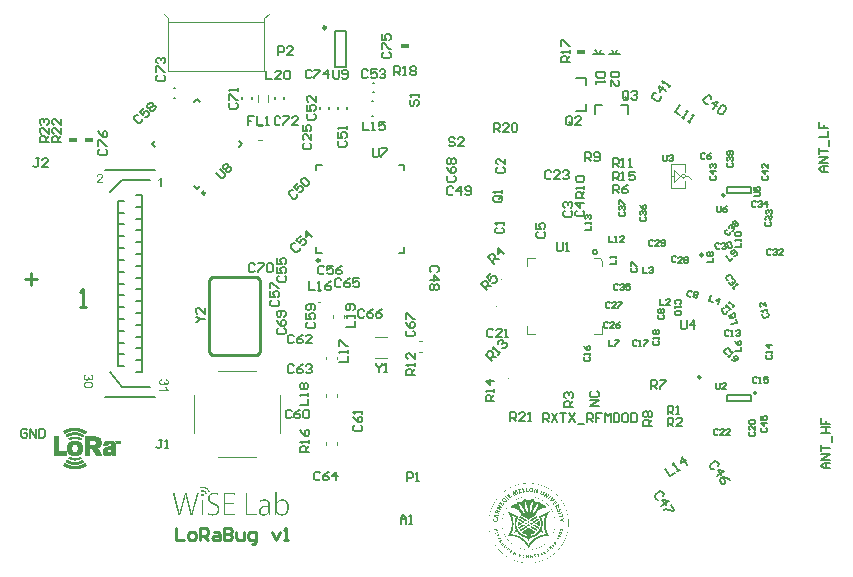
<source format=gto>
G04 Layer_Color=65535*
%FSLAX25Y25*%
%MOIN*%
G70*
G01*
G75*
%ADD13C,0.01000*%
%ADD95C,0.00800*%
%ADD111C,0.00787*%
%ADD112C,0.00984*%
%ADD113C,0.00394*%
%ADD114C,0.00492*%
%ADD115C,0.00591*%
%ADD116C,0.00500*%
%ADD117C,0.00021*%
%ADD118C,0.00669*%
%ADD119C,0.00598*%
%ADD120R,0.03000X0.01500*%
G36*
X24626Y-28627D02*
X24679Y-28631D01*
X24741D01*
X24807Y-28639D01*
X24952Y-28651D01*
X25105Y-28672D01*
X25253Y-28701D01*
X25324Y-28718D01*
X25390Y-28738D01*
X25394D01*
X25406Y-28742D01*
X25423Y-28751D01*
X25448Y-28759D01*
X25477Y-28771D01*
X25510Y-28788D01*
X25588Y-28825D01*
X25671Y-28874D01*
X25761Y-28932D01*
X25848Y-29003D01*
X25923Y-29081D01*
X25927Y-29085D01*
X25931Y-29093D01*
X25939Y-29106D01*
X25951Y-29122D01*
X25964Y-29143D01*
X25980Y-29172D01*
X25997Y-29201D01*
X26017Y-29238D01*
X26050Y-29321D01*
X26079Y-29420D01*
X26100Y-29531D01*
X26108Y-29593D01*
Y-29655D01*
Y-29659D01*
Y-29667D01*
Y-29680D01*
Y-29696D01*
X26104Y-29721D01*
Y-29746D01*
X26096Y-29808D01*
X26084Y-29878D01*
X26063Y-29952D01*
X26038Y-30031D01*
X26005Y-30105D01*
Y-30109D01*
X26001Y-30114D01*
X25984Y-30138D01*
X25964Y-30171D01*
X25931Y-30217D01*
X25885Y-30266D01*
X25836Y-30320D01*
X25778Y-30374D01*
X25708Y-30423D01*
X25704D01*
X25699Y-30427D01*
X25687Y-30436D01*
X25675Y-30444D01*
X25633Y-30465D01*
X25576Y-30494D01*
X25505Y-30527D01*
X25427Y-30560D01*
X25332Y-30588D01*
X25233Y-30617D01*
X25229D01*
X25220Y-30621D01*
X25204Y-30626D01*
X25183Y-30630D01*
X25154Y-30634D01*
X25121Y-30642D01*
X25080Y-30646D01*
X25035Y-30655D01*
X24985Y-30663D01*
X24927Y-30667D01*
X24869Y-30675D01*
X24799Y-30679D01*
X24729Y-30683D01*
X24655Y-30688D01*
X24572Y-30692D01*
X24390D01*
X24345Y-30688D01*
X24291D01*
X24229Y-30683D01*
X24163Y-30679D01*
X24019Y-30663D01*
X23866Y-30642D01*
X23717Y-30613D01*
X23647Y-30597D01*
X23581Y-30576D01*
X23577D01*
X23564Y-30572D01*
X23548Y-30564D01*
X23523Y-30555D01*
X23494Y-30543D01*
X23461Y-30527D01*
X23387Y-30489D01*
X23300Y-30440D01*
X23213Y-30382D01*
X23126Y-30312D01*
X23052Y-30229D01*
Y-30225D01*
X23044Y-30221D01*
X23036Y-30204D01*
X23023Y-30188D01*
X23011Y-30167D01*
X22994Y-30138D01*
X22978Y-30109D01*
X22961Y-30072D01*
X22924Y-29990D01*
X22895Y-29890D01*
X22875Y-29779D01*
X22870Y-29717D01*
X22866Y-29655D01*
Y-29651D01*
Y-29634D01*
X22870Y-29610D01*
Y-29581D01*
X22875Y-29539D01*
X22883Y-29498D01*
X22895Y-29449D01*
X22908Y-29395D01*
X22924Y-29337D01*
X22945Y-29279D01*
X22974Y-29217D01*
X23003Y-29155D01*
X23040Y-29098D01*
X23085Y-29040D01*
X23135Y-28986D01*
X23193Y-28932D01*
X23197Y-28928D01*
X23213Y-28920D01*
X23234Y-28903D01*
X23267Y-28883D01*
X23312Y-28862D01*
X23366Y-28833D01*
X23428Y-28809D01*
X23502Y-28780D01*
X23589Y-28751D01*
X23684Y-28722D01*
X23787Y-28693D01*
X23907Y-28672D01*
X24035Y-28651D01*
X24171Y-28635D01*
X24324Y-28627D01*
X24485Y-28623D01*
X24580D01*
X24626Y-28627D01*
D02*
G37*
G36*
X61188Y-65822D02*
Y-65878D01*
X61132D01*
Y-65935D01*
Y-65991D01*
Y-66047D01*
X61076D01*
Y-66103D01*
Y-66159D01*
Y-66216D01*
X61020D01*
Y-66272D01*
Y-66328D01*
Y-66384D01*
Y-66440D01*
X60963D01*
Y-66497D01*
Y-66553D01*
Y-66609D01*
Y-66665D01*
X60907D01*
Y-66722D01*
Y-66778D01*
Y-66834D01*
X60851D01*
Y-66890D01*
Y-66946D01*
Y-67003D01*
X60795D01*
Y-67059D01*
Y-67115D01*
Y-67171D01*
Y-67227D01*
X60739D01*
Y-67284D01*
Y-67340D01*
Y-67396D01*
X60682D01*
Y-67452D01*
Y-67509D01*
Y-67565D01*
Y-67621D01*
X60626D01*
Y-67677D01*
Y-67733D01*
Y-67790D01*
X60570D01*
Y-67846D01*
Y-67902D01*
Y-67958D01*
Y-68014D01*
X60514D01*
Y-68071D01*
Y-68127D01*
Y-68183D01*
X60457D01*
Y-68239D01*
Y-68295D01*
Y-68352D01*
Y-68408D01*
X60401D01*
Y-68464D01*
Y-68520D01*
Y-68577D01*
X60345D01*
Y-68633D01*
Y-68689D01*
Y-68745D01*
Y-68801D01*
X60289D01*
Y-68858D01*
Y-68914D01*
Y-68970D01*
X60233D01*
Y-69026D01*
Y-69082D01*
Y-69139D01*
X60176D01*
Y-69195D01*
Y-69251D01*
Y-69307D01*
Y-69363D01*
X60120D01*
Y-69420D01*
Y-69476D01*
Y-69532D01*
Y-69588D01*
X60064D01*
Y-69644D01*
Y-69701D01*
Y-69757D01*
X60008D01*
Y-69813D01*
Y-69869D01*
Y-69925D01*
X59952D01*
Y-69982D01*
Y-70038D01*
Y-70094D01*
Y-70150D01*
X59895D01*
Y-70206D01*
Y-70263D01*
Y-70319D01*
X59839D01*
Y-70375D01*
Y-70431D01*
Y-70488D01*
X59783D01*
Y-70544D01*
Y-70600D01*
Y-70656D01*
Y-70712D01*
X59727D01*
Y-70769D01*
Y-70825D01*
Y-70881D01*
Y-70937D01*
X59671D01*
Y-70994D01*
Y-71050D01*
Y-71106D01*
X59614D01*
Y-71162D01*
Y-71218D01*
Y-71275D01*
X59558D01*
Y-71331D01*
Y-71387D01*
Y-71443D01*
Y-71499D01*
X59502D01*
Y-71556D01*
Y-71612D01*
Y-71668D01*
Y-71724D01*
X59446D01*
Y-71780D01*
Y-71837D01*
Y-71893D01*
X59390D01*
Y-71949D01*
Y-72005D01*
Y-72061D01*
X59333D01*
Y-72118D01*
Y-72174D01*
Y-72230D01*
Y-72286D01*
X59277D01*
Y-72342D01*
Y-72399D01*
Y-72455D01*
Y-72511D01*
X59221D01*
Y-72567D01*
Y-72623D01*
Y-72680D01*
X59165D01*
Y-72736D01*
Y-72792D01*
Y-72848D01*
X59109D01*
Y-72905D01*
Y-72961D01*
Y-73017D01*
Y-73073D01*
X58546D01*
Y-73017D01*
X58490D01*
Y-72961D01*
Y-72905D01*
Y-72848D01*
Y-72792D01*
Y-72736D01*
X58434D01*
Y-72680D01*
Y-72623D01*
Y-72567D01*
Y-72511D01*
X58378D01*
Y-72455D01*
Y-72399D01*
Y-72342D01*
X58322D01*
Y-72286D01*
Y-72230D01*
Y-72174D01*
Y-72118D01*
X58265D01*
Y-72061D01*
Y-72005D01*
Y-71949D01*
Y-71893D01*
X58209D01*
Y-71837D01*
Y-71780D01*
Y-71724D01*
Y-71668D01*
X58153D01*
Y-71612D01*
Y-71556D01*
Y-71499D01*
Y-71443D01*
X58097D01*
Y-71387D01*
Y-71331D01*
Y-71275D01*
Y-71218D01*
X58040D01*
Y-71162D01*
Y-71106D01*
Y-71050D01*
Y-70994D01*
X57984D01*
Y-70937D01*
Y-70881D01*
Y-70825D01*
Y-70769D01*
X57928D01*
Y-70712D01*
Y-70656D01*
Y-70600D01*
X57872D01*
Y-70544D01*
Y-70488D01*
Y-70431D01*
Y-70375D01*
Y-70319D01*
X57816D01*
Y-70263D01*
Y-70206D01*
Y-70150D01*
Y-70094D01*
X57759D01*
Y-70038D01*
Y-69982D01*
Y-69925D01*
X57703D01*
Y-69869D01*
Y-69813D01*
Y-69757D01*
Y-69701D01*
X57647D01*
Y-69644D01*
Y-69588D01*
Y-69532D01*
Y-69476D01*
X57591D01*
Y-69420D01*
Y-69363D01*
Y-69307D01*
Y-69251D01*
X57535D01*
Y-69195D01*
Y-69139D01*
Y-69082D01*
Y-69026D01*
X57478D01*
Y-68970D01*
Y-68914D01*
Y-68858D01*
Y-68801D01*
X57422D01*
Y-68745D01*
Y-68689D01*
Y-68633D01*
Y-68577D01*
X57366D01*
Y-68520D01*
Y-68464D01*
Y-68408D01*
Y-68352D01*
X57310D01*
Y-68295D01*
Y-68239D01*
Y-68183D01*
Y-68127D01*
X57254D01*
Y-68071D01*
Y-68014D01*
Y-67958D01*
Y-67902D01*
X57197D01*
Y-67846D01*
Y-67790D01*
Y-67733D01*
Y-67677D01*
X57141D01*
Y-67621D01*
Y-67565D01*
Y-67509D01*
Y-67452D01*
Y-67396D01*
X57085D01*
Y-67340D01*
Y-67284D01*
Y-67227D01*
Y-67171D01*
X57029D01*
Y-67115D01*
Y-67059D01*
Y-67003D01*
Y-66946D01*
Y-66890D01*
Y-66834D01*
X56972D01*
Y-66778D01*
Y-66722D01*
Y-66665D01*
Y-66609D01*
Y-66553D01*
Y-66497D01*
Y-66440D01*
Y-66384D01*
X56860D01*
Y-66440D01*
Y-66497D01*
X56804D01*
Y-66553D01*
Y-66609D01*
Y-66665D01*
Y-66722D01*
Y-66778D01*
Y-66834D01*
X56748D01*
Y-66890D01*
Y-66946D01*
Y-67003D01*
Y-67059D01*
Y-67115D01*
X56691D01*
Y-67171D01*
Y-67227D01*
Y-67284D01*
Y-67340D01*
X56635D01*
Y-67396D01*
Y-67452D01*
Y-67509D01*
Y-67565D01*
X56579D01*
Y-67621D01*
Y-67677D01*
Y-67733D01*
Y-67790D01*
X56523D01*
Y-67846D01*
Y-67902D01*
Y-67958D01*
Y-68014D01*
X56467D01*
Y-68071D01*
Y-68127D01*
Y-68183D01*
X56410D01*
Y-68239D01*
Y-68295D01*
Y-68352D01*
X56354D01*
Y-68408D01*
Y-68464D01*
Y-68520D01*
Y-68577D01*
X56298D01*
Y-68633D01*
Y-68689D01*
Y-68745D01*
X56242D01*
Y-68801D01*
Y-68858D01*
Y-68914D01*
X56186D01*
Y-68970D01*
Y-69026D01*
Y-69082D01*
Y-69139D01*
X56129D01*
Y-69195D01*
Y-69251D01*
Y-69307D01*
Y-69363D01*
X56073D01*
Y-69420D01*
Y-69476D01*
Y-69532D01*
X56017D01*
Y-69588D01*
Y-69644D01*
Y-69701D01*
Y-69757D01*
X55961D01*
Y-69813D01*
Y-69869D01*
Y-69925D01*
X55905D01*
Y-69982D01*
Y-70038D01*
Y-70094D01*
Y-70150D01*
X55848D01*
Y-70206D01*
Y-70263D01*
Y-70319D01*
X55792D01*
Y-70375D01*
Y-70431D01*
Y-70488D01*
Y-70544D01*
X55736D01*
Y-70600D01*
Y-70656D01*
Y-70712D01*
X55680D01*
Y-70769D01*
Y-70825D01*
Y-70881D01*
Y-70937D01*
X55624D01*
Y-70994D01*
Y-71050D01*
Y-71106D01*
X55567D01*
Y-71162D01*
Y-71218D01*
Y-71275D01*
Y-71331D01*
X55511D01*
Y-71387D01*
Y-71443D01*
Y-71499D01*
Y-71556D01*
X55455D01*
Y-71612D01*
Y-71668D01*
Y-71724D01*
X55399D01*
Y-71780D01*
Y-71837D01*
Y-71893D01*
X55343D01*
Y-71949D01*
Y-72005D01*
Y-72061D01*
Y-72118D01*
X55286D01*
Y-72174D01*
Y-72230D01*
Y-72286D01*
Y-72342D01*
X55230D01*
Y-72399D01*
Y-72455D01*
Y-72511D01*
X55174D01*
Y-72567D01*
Y-72623D01*
Y-72680D01*
X55118D01*
Y-72736D01*
Y-72792D01*
Y-72848D01*
Y-72905D01*
X55061D01*
Y-72961D01*
Y-73017D01*
Y-73073D01*
X54499D01*
Y-73017D01*
Y-72961D01*
Y-72905D01*
X54443D01*
Y-72848D01*
Y-72792D01*
Y-72736D01*
Y-72680D01*
X54387D01*
Y-72623D01*
Y-72567D01*
Y-72511D01*
Y-72455D01*
X54331D01*
Y-72399D01*
Y-72342D01*
Y-72286D01*
X54274D01*
Y-72230D01*
Y-72174D01*
Y-72118D01*
Y-72061D01*
X54218D01*
Y-72005D01*
Y-71949D01*
Y-71893D01*
Y-71837D01*
X54162D01*
Y-71780D01*
Y-71724D01*
Y-71668D01*
Y-71612D01*
X54106D01*
Y-71556D01*
Y-71499D01*
Y-71443D01*
Y-71387D01*
X54050D01*
Y-71331D01*
Y-71275D01*
Y-71218D01*
Y-71162D01*
X53993D01*
Y-71106D01*
Y-71050D01*
Y-70994D01*
Y-70937D01*
X53937D01*
Y-70881D01*
Y-70825D01*
Y-70769D01*
X53881D01*
Y-70712D01*
Y-70656D01*
Y-70600D01*
Y-70544D01*
X53825D01*
Y-70488D01*
Y-70431D01*
Y-70375D01*
Y-70319D01*
X53769D01*
Y-70263D01*
Y-70206D01*
Y-70150D01*
Y-70094D01*
X53712D01*
Y-70038D01*
Y-69982D01*
Y-69925D01*
Y-69869D01*
X53656D01*
Y-69813D01*
Y-69757D01*
Y-69701D01*
Y-69644D01*
X53600D01*
Y-69588D01*
Y-69532D01*
Y-69476D01*
Y-69420D01*
X53544D01*
Y-69363D01*
Y-69307D01*
Y-69251D01*
Y-69195D01*
X53488D01*
Y-69139D01*
Y-69082D01*
Y-69026D01*
X53431D01*
Y-68970D01*
Y-68914D01*
Y-68858D01*
Y-68801D01*
X53375D01*
Y-68745D01*
Y-68689D01*
Y-68633D01*
Y-68577D01*
Y-68520D01*
X53319D01*
Y-68464D01*
Y-68408D01*
Y-68352D01*
Y-68295D01*
X53263D01*
Y-68239D01*
Y-68183D01*
Y-68127D01*
X53206D01*
Y-68071D01*
Y-68014D01*
Y-67958D01*
Y-67902D01*
X53150D01*
Y-67846D01*
Y-67790D01*
Y-67733D01*
Y-67677D01*
X53094D01*
Y-67621D01*
Y-67565D01*
Y-67509D01*
Y-67452D01*
X53038D01*
Y-67396D01*
Y-67340D01*
Y-67284D01*
Y-67227D01*
X52982D01*
Y-67171D01*
Y-67115D01*
Y-67059D01*
Y-67003D01*
X52925D01*
Y-66946D01*
Y-66890D01*
Y-66834D01*
Y-66778D01*
X52869D01*
Y-66722D01*
Y-66665D01*
Y-66609D01*
X52813D01*
Y-66553D01*
Y-66497D01*
Y-66440D01*
Y-66384D01*
X52757D01*
Y-66328D01*
Y-66272D01*
Y-66216D01*
Y-66159D01*
X52701D01*
Y-66103D01*
Y-66047D01*
Y-65991D01*
Y-65935D01*
X52644D01*
Y-65878D01*
Y-65822D01*
Y-65766D01*
X53206D01*
Y-65822D01*
Y-65878D01*
Y-65935D01*
Y-65991D01*
X53263D01*
Y-66047D01*
Y-66103D01*
Y-66159D01*
X53319D01*
Y-66216D01*
Y-66272D01*
Y-66328D01*
Y-66384D01*
Y-66440D01*
X53375D01*
Y-66497D01*
Y-66553D01*
Y-66609D01*
Y-66665D01*
X53431D01*
Y-66722D01*
Y-66778D01*
Y-66834D01*
Y-66890D01*
X53488D01*
Y-66946D01*
Y-67003D01*
Y-67059D01*
X53544D01*
Y-67115D01*
Y-67171D01*
Y-67227D01*
Y-67284D01*
Y-67340D01*
X53600D01*
Y-67396D01*
Y-67452D01*
Y-67509D01*
Y-67565D01*
X53656D01*
Y-67621D01*
Y-67677D01*
Y-67733D01*
Y-67790D01*
X53712D01*
Y-67846D01*
Y-67902D01*
Y-67958D01*
X53769D01*
Y-68014D01*
Y-68071D01*
Y-68127D01*
Y-68183D01*
Y-68239D01*
X53825D01*
Y-68295D01*
Y-68352D01*
Y-68408D01*
Y-68464D01*
X53881D01*
Y-68520D01*
Y-68577D01*
Y-68633D01*
Y-68689D01*
X53937D01*
Y-68745D01*
Y-68801D01*
Y-68858D01*
X53993D01*
Y-68914D01*
Y-68970D01*
Y-69026D01*
Y-69082D01*
Y-69139D01*
X54050D01*
Y-69195D01*
Y-69251D01*
Y-69307D01*
Y-69363D01*
X54106D01*
Y-69420D01*
Y-69476D01*
Y-69532D01*
X54162D01*
Y-69588D01*
Y-69644D01*
Y-69701D01*
Y-69757D01*
Y-69813D01*
X54218D01*
Y-69869D01*
Y-69925D01*
Y-69982D01*
Y-70038D01*
X54274D01*
Y-70094D01*
Y-70150D01*
Y-70206D01*
Y-70263D01*
X54331D01*
Y-70319D01*
Y-70375D01*
Y-70431D01*
Y-70488D01*
X54387D01*
Y-70544D01*
Y-70600D01*
Y-70656D01*
Y-70712D01*
X54443D01*
Y-70769D01*
Y-70825D01*
Y-70881D01*
Y-70937D01*
Y-70994D01*
X54499D01*
Y-71050D01*
Y-71106D01*
Y-71162D01*
Y-71218D01*
X54555D01*
Y-71275D01*
Y-71331D01*
Y-71387D01*
Y-71443D01*
X54612D01*
Y-71499D01*
Y-71556D01*
Y-71612D01*
Y-71668D01*
Y-71724D01*
X54668D01*
Y-71780D01*
Y-71837D01*
Y-71893D01*
Y-71949D01*
Y-72005D01*
X54724D01*
Y-72061D01*
Y-72118D01*
Y-72174D01*
Y-72230D01*
Y-72286D01*
X54780D01*
Y-72342D01*
Y-72399D01*
X54893D01*
Y-72342D01*
Y-72286D01*
Y-72230D01*
Y-72174D01*
Y-72118D01*
Y-72061D01*
X54949D01*
Y-72005D01*
Y-71949D01*
Y-71893D01*
Y-71837D01*
Y-71780D01*
X55005D01*
Y-71724D01*
Y-71668D01*
Y-71612D01*
Y-71556D01*
X55061D01*
Y-71499D01*
Y-71443D01*
Y-71387D01*
Y-71331D01*
X55118D01*
Y-71275D01*
Y-71218D01*
Y-71162D01*
Y-71106D01*
X55174D01*
Y-71050D01*
Y-70994D01*
Y-70937D01*
Y-70881D01*
X55230D01*
Y-70825D01*
Y-70769D01*
Y-70712D01*
X55286D01*
Y-70656D01*
Y-70600D01*
Y-70544D01*
Y-70488D01*
X55343D01*
Y-70431D01*
Y-70375D01*
Y-70319D01*
Y-70263D01*
X55399D01*
Y-70206D01*
Y-70150D01*
Y-70094D01*
X55455D01*
Y-70038D01*
Y-69982D01*
Y-69925D01*
Y-69869D01*
X55511D01*
Y-69813D01*
Y-69757D01*
Y-69701D01*
Y-69644D01*
X55567D01*
Y-69588D01*
Y-69532D01*
Y-69476D01*
X55624D01*
Y-69420D01*
Y-69363D01*
Y-69307D01*
X55680D01*
Y-69251D01*
Y-69195D01*
Y-69139D01*
Y-69082D01*
X55736D01*
Y-69026D01*
Y-68970D01*
Y-68914D01*
Y-68858D01*
X55792D01*
Y-68801D01*
Y-68745D01*
Y-68689D01*
X55848D01*
Y-68633D01*
Y-68577D01*
Y-68520D01*
X55905D01*
Y-68464D01*
Y-68408D01*
Y-68352D01*
Y-68295D01*
X55961D01*
Y-68239D01*
Y-68183D01*
Y-68127D01*
Y-68071D01*
X56017D01*
Y-68014D01*
Y-67958D01*
Y-67902D01*
X56073D01*
Y-67846D01*
Y-67790D01*
Y-67733D01*
Y-67677D01*
X56129D01*
Y-67621D01*
Y-67565D01*
Y-67509D01*
Y-67452D01*
X56186D01*
Y-67396D01*
Y-67340D01*
Y-67284D01*
X56242D01*
Y-67227D01*
Y-67171D01*
Y-67115D01*
X56298D01*
Y-67059D01*
Y-67003D01*
Y-66946D01*
Y-66890D01*
X56354D01*
Y-66834D01*
Y-66778D01*
Y-66722D01*
Y-66665D01*
X56410D01*
Y-66609D01*
Y-66553D01*
Y-66497D01*
X56467D01*
Y-66440D01*
Y-66384D01*
Y-66328D01*
X56523D01*
Y-66272D01*
Y-66216D01*
Y-66159D01*
Y-66103D01*
X56579D01*
Y-66047D01*
Y-65991D01*
Y-65935D01*
Y-65878D01*
X56635D01*
Y-65822D01*
Y-65766D01*
X57197D01*
Y-65822D01*
Y-65878D01*
Y-65935D01*
X57254D01*
Y-65991D01*
Y-66047D01*
Y-66103D01*
Y-66159D01*
X57310D01*
Y-66216D01*
Y-66272D01*
Y-66328D01*
X57366D01*
Y-66384D01*
Y-66440D01*
Y-66497D01*
Y-66553D01*
X57422D01*
Y-66609D01*
Y-66665D01*
Y-66722D01*
Y-66778D01*
Y-66834D01*
X57478D01*
Y-66890D01*
Y-66946D01*
Y-67003D01*
Y-67059D01*
X57535D01*
Y-67115D01*
Y-67171D01*
Y-67227D01*
X57591D01*
Y-67284D01*
Y-67340D01*
Y-67396D01*
Y-67452D01*
X57647D01*
Y-67509D01*
Y-67565D01*
Y-67621D01*
Y-67677D01*
X57703D01*
Y-67733D01*
Y-67790D01*
Y-67846D01*
Y-67902D01*
X57759D01*
Y-67958D01*
Y-68014D01*
Y-68071D01*
Y-68127D01*
X57816D01*
Y-68183D01*
Y-68239D01*
Y-68295D01*
Y-68352D01*
X57872D01*
Y-68408D01*
Y-68464D01*
Y-68520D01*
Y-68577D01*
X57928D01*
Y-68633D01*
Y-68689D01*
Y-68745D01*
X57984D01*
Y-68801D01*
Y-68858D01*
Y-68914D01*
Y-68970D01*
X58040D01*
Y-69026D01*
Y-69082D01*
Y-69139D01*
Y-69195D01*
X58097D01*
Y-69251D01*
Y-69307D01*
Y-69363D01*
Y-69420D01*
X58153D01*
Y-69476D01*
Y-69532D01*
Y-69588D01*
Y-69644D01*
X58209D01*
Y-69701D01*
Y-69757D01*
Y-69813D01*
Y-69869D01*
X58265D01*
Y-69925D01*
Y-69982D01*
Y-70038D01*
Y-70094D01*
X58322D01*
Y-70150D01*
Y-70206D01*
Y-70263D01*
Y-70319D01*
X58378D01*
Y-70375D01*
Y-70431D01*
Y-70488D01*
X58434D01*
Y-70544D01*
Y-70600D01*
Y-70656D01*
Y-70712D01*
X58490D01*
Y-70769D01*
Y-70825D01*
Y-70881D01*
Y-70937D01*
Y-70994D01*
X58546D01*
Y-71050D01*
Y-71106D01*
Y-71162D01*
Y-71218D01*
X58603D01*
Y-71275D01*
Y-71331D01*
Y-71387D01*
Y-71443D01*
X58659D01*
Y-71499D01*
Y-71556D01*
Y-71612D01*
Y-71668D01*
Y-71724D01*
Y-71780D01*
X58715D01*
Y-71837D01*
Y-71893D01*
Y-71949D01*
Y-72005D01*
Y-72061D01*
Y-72118D01*
X58771D01*
Y-72174D01*
Y-72230D01*
Y-72286D01*
Y-72342D01*
Y-72399D01*
X58884D01*
Y-72342D01*
Y-72286D01*
Y-72230D01*
Y-72174D01*
X58940D01*
Y-72118D01*
Y-72061D01*
Y-72005D01*
Y-71949D01*
Y-71893D01*
X58996D01*
Y-71837D01*
Y-71780D01*
Y-71724D01*
Y-71668D01*
X59052D01*
Y-71612D01*
Y-71556D01*
Y-71499D01*
Y-71443D01*
X59109D01*
Y-71387D01*
Y-71331D01*
Y-71275D01*
Y-71218D01*
X59165D01*
Y-71162D01*
Y-71106D01*
Y-71050D01*
Y-70994D01*
X59221D01*
Y-70937D01*
Y-70881D01*
Y-70825D01*
X59277D01*
Y-70769D01*
Y-70712D01*
Y-70656D01*
Y-70600D01*
X59333D01*
Y-70544D01*
Y-70488D01*
Y-70431D01*
Y-70375D01*
X59390D01*
Y-70319D01*
Y-70263D01*
Y-70206D01*
Y-70150D01*
X59446D01*
Y-70094D01*
Y-70038D01*
Y-69982D01*
X59502D01*
Y-69925D01*
Y-69869D01*
Y-69813D01*
Y-69757D01*
X59558D01*
Y-69701D01*
Y-69644D01*
Y-69588D01*
Y-69532D01*
X59614D01*
Y-69476D01*
Y-69420D01*
Y-69363D01*
X59671D01*
Y-69307D01*
Y-69251D01*
Y-69195D01*
Y-69139D01*
X59727D01*
Y-69082D01*
Y-69026D01*
Y-68970D01*
X59783D01*
Y-68914D01*
Y-68858D01*
Y-68801D01*
Y-68745D01*
X59839D01*
Y-68689D01*
Y-68633D01*
Y-68577D01*
Y-68520D01*
X59895D01*
Y-68464D01*
Y-68408D01*
Y-68352D01*
X59952D01*
Y-68295D01*
Y-68239D01*
Y-68183D01*
Y-68127D01*
X60008D01*
Y-68071D01*
Y-68014D01*
Y-67958D01*
Y-67902D01*
X60064D01*
Y-67846D01*
Y-67790D01*
Y-67733D01*
X60120D01*
Y-67677D01*
Y-67621D01*
Y-67565D01*
X60176D01*
Y-67509D01*
Y-67452D01*
Y-67396D01*
Y-67340D01*
X60233D01*
Y-67284D01*
Y-67227D01*
Y-67171D01*
Y-67115D01*
X60289D01*
Y-67059D01*
Y-67003D01*
Y-66946D01*
X60345D01*
Y-66890D01*
Y-66834D01*
Y-66778D01*
Y-66722D01*
X60401D01*
Y-66665D01*
Y-66609D01*
Y-66553D01*
X60457D01*
Y-66497D01*
Y-66440D01*
Y-66384D01*
Y-66328D01*
X60514D01*
Y-66272D01*
Y-66216D01*
Y-66159D01*
X60570D01*
Y-66103D01*
Y-66047D01*
Y-65991D01*
Y-65935D01*
X60626D01*
Y-65878D01*
Y-65822D01*
Y-65766D01*
X61188D01*
Y-65822D01*
D02*
G37*
G36*
X23816Y-26545D02*
X23812D01*
X23800Y-26549D01*
X23783Y-26553D01*
X23763Y-26558D01*
X23734Y-26566D01*
X23705Y-26574D01*
X23630Y-26599D01*
X23552Y-26628D01*
X23473Y-26669D01*
X23395Y-26715D01*
X23362Y-26739D01*
X23333Y-26768D01*
X23329Y-26776D01*
X23312Y-26797D01*
X23288Y-26830D01*
X23263Y-26880D01*
X23234Y-26938D01*
X23213Y-27004D01*
X23197Y-27082D01*
X23189Y-27165D01*
Y-27169D01*
Y-27177D01*
Y-27194D01*
X23193Y-27210D01*
Y-27235D01*
X23197Y-27264D01*
X23213Y-27326D01*
X23234Y-27400D01*
X23267Y-27479D01*
X23316Y-27557D01*
X23345Y-27594D01*
X23378Y-27631D01*
X23383Y-27635D01*
X23387Y-27640D01*
X23399Y-27648D01*
X23412Y-27660D01*
X23453Y-27693D01*
X23511Y-27726D01*
X23577Y-27759D01*
X23659Y-27793D01*
X23750Y-27813D01*
X23800Y-27821D01*
X23874D01*
X23895Y-27817D01*
X23915D01*
X23944Y-27813D01*
X24006Y-27801D01*
X24076Y-27780D01*
X24151Y-27747D01*
X24221Y-27702D01*
X24258Y-27677D01*
X24291Y-27644D01*
X24299Y-27635D01*
X24320Y-27611D01*
X24345Y-27574D01*
X24378Y-27524D01*
X24411Y-27458D01*
X24436Y-27384D01*
X24456Y-27297D01*
X24465Y-27198D01*
Y-27194D01*
Y-27177D01*
Y-27152D01*
X24461Y-27123D01*
X24456Y-27082D01*
X24448Y-27033D01*
X24436Y-26979D01*
X24423Y-26921D01*
X24766Y-26967D01*
Y-26975D01*
X24762Y-26987D01*
X24758Y-27008D01*
Y-27028D01*
Y-27033D01*
Y-27041D01*
Y-27053D01*
X24762Y-27070D01*
X24766Y-27119D01*
X24774Y-27177D01*
X24791Y-27247D01*
X24812Y-27322D01*
X24845Y-27400D01*
X24886Y-27474D01*
Y-27479D01*
X24894Y-27483D01*
X24911Y-27507D01*
X24944Y-27541D01*
X24985Y-27578D01*
X25043Y-27615D01*
X25113Y-27644D01*
X25196Y-27669D01*
X25241Y-27673D01*
X25291Y-27677D01*
X25299D01*
X25328Y-27673D01*
X25365Y-27669D01*
X25414Y-27660D01*
X25468Y-27640D01*
X25526Y-27615D01*
X25588Y-27578D01*
X25642Y-27528D01*
X25650Y-27520D01*
X25666Y-27503D01*
X25687Y-27470D01*
X25716Y-27429D01*
X25741Y-27375D01*
X25766Y-27309D01*
X25782Y-27239D01*
X25786Y-27156D01*
Y-27152D01*
Y-27148D01*
Y-27136D01*
X25782Y-27119D01*
X25778Y-27074D01*
X25770Y-27020D01*
X25749Y-26962D01*
X25724Y-26896D01*
X25691Y-26834D01*
X25642Y-26772D01*
X25633Y-26764D01*
X25617Y-26748D01*
X25584Y-26723D01*
X25534Y-26694D01*
X25477Y-26661D01*
X25402Y-26628D01*
X25315Y-26603D01*
X25216Y-26582D01*
X25286Y-26194D01*
X25291D01*
X25303Y-26198D01*
X25324Y-26202D01*
X25353Y-26211D01*
X25381Y-26219D01*
X25423Y-26231D01*
X25464Y-26244D01*
X25510Y-26260D01*
X25605Y-26306D01*
X25704Y-26359D01*
X25803Y-26430D01*
X25848Y-26471D01*
X25890Y-26516D01*
X25894Y-26520D01*
X25898Y-26529D01*
X25910Y-26541D01*
X25923Y-26562D01*
X25939Y-26586D01*
X25960Y-26615D01*
X25980Y-26653D01*
X26001Y-26690D01*
X26017Y-26735D01*
X26038Y-26781D01*
X26075Y-26888D01*
X26100Y-27012D01*
X26104Y-27078D01*
X26108Y-27148D01*
Y-27152D01*
Y-27161D01*
Y-27173D01*
Y-27194D01*
X26104Y-27214D01*
Y-27243D01*
X26096Y-27305D01*
X26079Y-27380D01*
X26063Y-27458D01*
X26034Y-27541D01*
X25997Y-27623D01*
Y-27627D01*
X25993Y-27631D01*
X25984Y-27644D01*
X25976Y-27660D01*
X25951Y-27698D01*
X25918Y-27747D01*
X25873Y-27801D01*
X25819Y-27859D01*
X25761Y-27912D01*
X25691Y-27958D01*
X25687D01*
X25683Y-27962D01*
X25658Y-27978D01*
X25617Y-27995D01*
X25567Y-28020D01*
X25505Y-28040D01*
X25435Y-28061D01*
X25361Y-28073D01*
X25282Y-28077D01*
X25249D01*
X25208Y-28073D01*
X25159Y-28065D01*
X25101Y-28049D01*
X25039Y-28032D01*
X24973Y-28003D01*
X24906Y-27966D01*
X24898Y-27962D01*
X24878Y-27945D01*
X24849Y-27920D01*
X24812Y-27883D01*
X24766Y-27838D01*
X24721Y-27780D01*
X24679Y-27714D01*
X24638Y-27640D01*
Y-27644D01*
X24634Y-27652D01*
X24630Y-27669D01*
X24626Y-27685D01*
X24617Y-27710D01*
X24605Y-27739D01*
X24580Y-27801D01*
X24543Y-27871D01*
X24494Y-27941D01*
X24436Y-28016D01*
X24365Y-28077D01*
X24361D01*
X24357Y-28086D01*
X24345Y-28094D01*
X24328Y-28102D01*
X24308Y-28115D01*
X24287Y-28127D01*
X24225Y-28156D01*
X24151Y-28185D01*
X24064Y-28210D01*
X23969Y-28226D01*
X23857Y-28234D01*
X23816D01*
X23787Y-28230D01*
X23750Y-28226D01*
X23709Y-28218D01*
X23663Y-28210D01*
X23614Y-28197D01*
X23560Y-28181D01*
X23502Y-28160D01*
X23445Y-28135D01*
X23383Y-28106D01*
X23325Y-28069D01*
X23263Y-28028D01*
X23205Y-27983D01*
X23151Y-27929D01*
X23147Y-27925D01*
X23139Y-27916D01*
X23126Y-27900D01*
X23106Y-27875D01*
X23085Y-27846D01*
X23060Y-27809D01*
X23036Y-27768D01*
X23011Y-27722D01*
X22982Y-27669D01*
X22957Y-27611D01*
X22932Y-27549D01*
X22912Y-27479D01*
X22891Y-27408D01*
X22879Y-27330D01*
X22870Y-27251D01*
X22866Y-27165D01*
Y-27161D01*
Y-27148D01*
Y-27123D01*
X22870Y-27095D01*
X22875Y-27062D01*
X22879Y-27020D01*
X22887Y-26971D01*
X22899Y-26921D01*
X22928Y-26814D01*
X22949Y-26756D01*
X22970Y-26698D01*
X22998Y-26636D01*
X23031Y-26578D01*
X23069Y-26525D01*
X23114Y-26471D01*
X23118Y-26467D01*
X23126Y-26458D01*
X23139Y-26446D01*
X23159Y-26425D01*
X23184Y-26405D01*
X23213Y-26380D01*
X23250Y-26355D01*
X23288Y-26326D01*
X23333Y-26302D01*
X23383Y-26273D01*
X23436Y-26248D01*
X23494Y-26223D01*
X23556Y-26198D01*
X23618Y-26182D01*
X23688Y-26165D01*
X23763Y-26157D01*
X23816Y-26545D01*
D02*
G37*
G36*
X62706Y-65991D02*
X62762D01*
Y-66047D01*
X62818D01*
Y-66103D01*
X62875D01*
Y-66159D01*
Y-66216D01*
Y-66272D01*
X62931D01*
Y-66328D01*
Y-66384D01*
Y-66440D01*
X62875D01*
Y-66497D01*
Y-66553D01*
Y-66609D01*
X62818D01*
Y-66665D01*
X62762D01*
Y-66722D01*
X62706D01*
Y-66778D01*
X62256D01*
Y-66722D01*
X62200D01*
Y-66665D01*
X62144D01*
Y-66609D01*
Y-66553D01*
X62088D01*
Y-66497D01*
Y-66440D01*
Y-66384D01*
Y-66328D01*
Y-66272D01*
Y-66216D01*
Y-66159D01*
X62144D01*
Y-66103D01*
Y-66047D01*
X62200D01*
Y-65991D01*
X62312D01*
Y-65935D01*
X62706D01*
Y-65991D01*
D02*
G37*
G36*
X50508Y-30499D02*
X50516Y-30512D01*
X50525Y-30528D01*
X50537Y-30549D01*
X50550Y-30578D01*
X50570Y-30611D01*
X50612Y-30689D01*
X50665Y-30776D01*
X50731Y-30875D01*
X50801Y-30970D01*
X50880Y-31065D01*
X50884Y-31069D01*
X50888Y-31077D01*
X50901Y-31090D01*
X50917Y-31106D01*
X50958Y-31148D01*
X51016Y-31201D01*
X51078Y-31255D01*
X51153Y-31313D01*
X51227Y-31366D01*
X51305Y-31412D01*
Y-31664D01*
X48117D01*
Y-31275D01*
X50599D01*
X50595Y-31267D01*
X50578Y-31251D01*
X50550Y-31218D01*
X50516Y-31176D01*
X50475Y-31123D01*
X50430Y-31057D01*
X50380Y-30986D01*
X50331Y-30904D01*
Y-30900D01*
X50327Y-30896D01*
X50318Y-30883D01*
X50310Y-30867D01*
X50285Y-30821D01*
X50256Y-30768D01*
X50223Y-30706D01*
X50190Y-30635D01*
X50157Y-30565D01*
X50128Y-30495D01*
X50508D01*
Y-30499D01*
D02*
G37*
G36*
X49013Y-28120D02*
X49009D01*
X48997Y-28124D01*
X48980Y-28128D01*
X48959Y-28133D01*
X48931Y-28141D01*
X48902Y-28149D01*
X48827Y-28174D01*
X48749Y-28203D01*
X48670Y-28244D01*
X48592Y-28290D01*
X48559Y-28314D01*
X48530Y-28343D01*
X48526Y-28352D01*
X48509Y-28372D01*
X48485Y-28405D01*
X48460Y-28455D01*
X48431Y-28513D01*
X48410Y-28579D01*
X48394Y-28657D01*
X48385Y-28740D01*
Y-28744D01*
Y-28752D01*
Y-28769D01*
X48390Y-28785D01*
Y-28810D01*
X48394Y-28839D01*
X48410Y-28901D01*
X48431Y-28975D01*
X48464Y-29054D01*
X48513Y-29132D01*
X48542Y-29169D01*
X48575Y-29206D01*
X48580Y-29210D01*
X48584Y-29215D01*
X48596Y-29223D01*
X48608Y-29235D01*
X48650Y-29268D01*
X48708Y-29301D01*
X48774Y-29334D01*
X48856Y-29368D01*
X48947Y-29388D01*
X48997Y-29396D01*
X49071D01*
X49092Y-29392D01*
X49112D01*
X49141Y-29388D01*
X49203Y-29376D01*
X49273Y-29355D01*
X49348Y-29322D01*
X49418Y-29277D01*
X49455Y-29252D01*
X49488Y-29219D01*
X49496Y-29210D01*
X49517Y-29186D01*
X49542Y-29149D01*
X49575Y-29099D01*
X49608Y-29033D01*
X49633Y-28959D01*
X49653Y-28872D01*
X49662Y-28773D01*
Y-28769D01*
Y-28752D01*
Y-28727D01*
X49657Y-28698D01*
X49653Y-28657D01*
X49645Y-28608D01*
X49633Y-28554D01*
X49620Y-28496D01*
X49963Y-28541D01*
Y-28550D01*
X49959Y-28562D01*
X49955Y-28583D01*
Y-28603D01*
Y-28608D01*
Y-28616D01*
Y-28628D01*
X49959Y-28645D01*
X49963Y-28694D01*
X49971Y-28752D01*
X49988Y-28822D01*
X50008Y-28897D01*
X50042Y-28975D01*
X50083Y-29050D01*
Y-29054D01*
X50091Y-29058D01*
X50108Y-29083D01*
X50141Y-29116D01*
X50182Y-29153D01*
X50240Y-29190D01*
X50310Y-29219D01*
X50393Y-29244D01*
X50438Y-29248D01*
X50488Y-29252D01*
X50496D01*
X50525Y-29248D01*
X50562Y-29244D01*
X50612Y-29235D01*
X50665Y-29215D01*
X50723Y-29190D01*
X50785Y-29153D01*
X50839Y-29103D01*
X50847Y-29095D01*
X50863Y-29078D01*
X50884Y-29045D01*
X50913Y-29004D01*
X50938Y-28950D01*
X50963Y-28884D01*
X50979Y-28814D01*
X50983Y-28732D01*
Y-28727D01*
Y-28723D01*
Y-28711D01*
X50979Y-28694D01*
X50975Y-28649D01*
X50967Y-28595D01*
X50946Y-28537D01*
X50921Y-28471D01*
X50888Y-28409D01*
X50839Y-28347D01*
X50830Y-28339D01*
X50814Y-28323D01*
X50781Y-28298D01*
X50731Y-28269D01*
X50674Y-28236D01*
X50599Y-28203D01*
X50512Y-28178D01*
X50413Y-28157D01*
X50484Y-27769D01*
X50488D01*
X50500Y-27773D01*
X50521Y-27777D01*
X50550Y-27786D01*
X50578Y-27794D01*
X50620Y-27806D01*
X50661Y-27819D01*
X50706Y-27835D01*
X50801Y-27881D01*
X50901Y-27934D01*
X51000Y-28005D01*
X51045Y-28046D01*
X51086Y-28091D01*
X51091Y-28095D01*
X51095Y-28104D01*
X51107Y-28116D01*
X51120Y-28137D01*
X51136Y-28161D01*
X51157Y-28190D01*
X51177Y-28228D01*
X51198Y-28265D01*
X51214Y-28310D01*
X51235Y-28356D01*
X51272Y-28463D01*
X51297Y-28587D01*
X51301Y-28653D01*
X51305Y-28723D01*
Y-28727D01*
Y-28736D01*
Y-28748D01*
Y-28769D01*
X51301Y-28789D01*
Y-28818D01*
X51293Y-28880D01*
X51276Y-28954D01*
X51260Y-29033D01*
X51231Y-29116D01*
X51194Y-29198D01*
Y-29202D01*
X51190Y-29206D01*
X51182Y-29219D01*
X51173Y-29235D01*
X51148Y-29272D01*
X51115Y-29322D01*
X51070Y-29376D01*
X51016Y-29434D01*
X50958Y-29487D01*
X50888Y-29533D01*
X50884D01*
X50880Y-29537D01*
X50855Y-29553D01*
X50814Y-29570D01*
X50764Y-29595D01*
X50702Y-29615D01*
X50632Y-29636D01*
X50558Y-29648D01*
X50479Y-29652D01*
X50446D01*
X50405Y-29648D01*
X50355Y-29640D01*
X50298Y-29623D01*
X50236Y-29607D01*
X50170Y-29578D01*
X50103Y-29541D01*
X50095Y-29537D01*
X50075Y-29520D01*
X50046Y-29495D01*
X50008Y-29458D01*
X49963Y-29413D01*
X49918Y-29355D01*
X49876Y-29289D01*
X49835Y-29215D01*
Y-29219D01*
X49831Y-29227D01*
X49827Y-29244D01*
X49823Y-29260D01*
X49814Y-29285D01*
X49802Y-29314D01*
X49777Y-29376D01*
X49740Y-29446D01*
X49690Y-29516D01*
X49633Y-29590D01*
X49562Y-29652D01*
X49558D01*
X49554Y-29661D01*
X49542Y-29669D01*
X49525Y-29677D01*
X49505Y-29690D01*
X49484Y-29702D01*
X49422Y-29731D01*
X49348Y-29760D01*
X49261Y-29785D01*
X49166Y-29801D01*
X49055Y-29809D01*
X49013D01*
X48984Y-29805D01*
X48947Y-29801D01*
X48906Y-29793D01*
X48860Y-29785D01*
X48811Y-29772D01*
X48757Y-29756D01*
X48699Y-29735D01*
X48641Y-29710D01*
X48580Y-29681D01*
X48522Y-29644D01*
X48460Y-29603D01*
X48402Y-29557D01*
X48348Y-29504D01*
X48344Y-29500D01*
X48336Y-29491D01*
X48324Y-29475D01*
X48303Y-29450D01*
X48282Y-29421D01*
X48257Y-29384D01*
X48233Y-29343D01*
X48208Y-29297D01*
X48179Y-29244D01*
X48154Y-29186D01*
X48129Y-29124D01*
X48109Y-29054D01*
X48088Y-28983D01*
X48076Y-28905D01*
X48067Y-28826D01*
X48063Y-28740D01*
Y-28736D01*
Y-28723D01*
Y-28698D01*
X48067Y-28670D01*
X48072Y-28637D01*
X48076Y-28595D01*
X48084Y-28546D01*
X48096Y-28496D01*
X48125Y-28389D01*
X48146Y-28331D01*
X48167Y-28273D01*
X48195Y-28211D01*
X48228Y-28153D01*
X48266Y-28100D01*
X48311Y-28046D01*
X48315Y-28042D01*
X48324Y-28034D01*
X48336Y-28021D01*
X48357Y-28001D01*
X48381Y-27980D01*
X48410Y-27955D01*
X48447Y-27930D01*
X48485Y-27901D01*
X48530Y-27876D01*
X48580Y-27848D01*
X48633Y-27823D01*
X48691Y-27798D01*
X48753Y-27773D01*
X48815Y-27757D01*
X48885Y-27740D01*
X48959Y-27732D01*
X49013Y-28120D01*
D02*
G37*
G36*
X87213Y-65429D02*
Y-65485D01*
Y-65541D01*
Y-65597D01*
Y-65654D01*
Y-65710D01*
Y-65766D01*
Y-65822D01*
Y-65878D01*
Y-65935D01*
Y-65991D01*
Y-66047D01*
Y-66103D01*
Y-66159D01*
Y-66216D01*
Y-66272D01*
Y-66328D01*
Y-66384D01*
Y-66440D01*
Y-66497D01*
Y-66553D01*
Y-66609D01*
Y-66665D01*
Y-66722D01*
Y-66778D01*
Y-66834D01*
Y-66890D01*
Y-66946D01*
Y-67003D01*
Y-67059D01*
Y-67115D01*
Y-67171D01*
Y-67227D01*
Y-67284D01*
Y-67340D01*
Y-67396D01*
Y-67452D01*
Y-67509D01*
Y-67565D01*
Y-67621D01*
Y-67677D01*
Y-67733D01*
Y-67790D01*
Y-67846D01*
Y-67902D01*
Y-67958D01*
Y-68014D01*
Y-68071D01*
Y-68127D01*
Y-68183D01*
Y-68239D01*
Y-68295D01*
Y-68352D01*
Y-68408D01*
Y-68464D01*
Y-68520D01*
Y-68577D01*
Y-68633D01*
Y-68689D01*
Y-68745D01*
Y-68801D01*
X87382D01*
Y-68745D01*
Y-68689D01*
Y-68633D01*
X87438D01*
Y-68577D01*
X87494D01*
Y-68520D01*
Y-68464D01*
X87550D01*
Y-68408D01*
X87607D01*
Y-68352D01*
X87663D01*
Y-68295D01*
X87719D01*
Y-68239D01*
X87775D01*
Y-68183D01*
X87888D01*
Y-68127D01*
X87944D01*
Y-68071D01*
X88056D01*
Y-68014D01*
X88112D01*
Y-67958D01*
X88281D01*
Y-67902D01*
X88450D01*
Y-67846D01*
X88618D01*
Y-67790D01*
X88956D01*
Y-67733D01*
X89293D01*
Y-67790D01*
X89630D01*
Y-67846D01*
X89799D01*
Y-67902D01*
X89967D01*
Y-67958D01*
X90080D01*
Y-68014D01*
X90192D01*
Y-68071D01*
X90249D01*
Y-68127D01*
X90361D01*
Y-68183D01*
X90417D01*
Y-68239D01*
X90473D01*
Y-68295D01*
X90530D01*
Y-68352D01*
X90586D01*
Y-68408D01*
X90642D01*
Y-68464D01*
X90698D01*
Y-68520D01*
X90754D01*
Y-68577D01*
X90811D01*
Y-68633D01*
Y-68689D01*
X90867D01*
Y-68745D01*
X90923D01*
Y-68801D01*
Y-68858D01*
X90979D01*
Y-68914D01*
Y-68970D01*
X91035D01*
Y-69026D01*
Y-69082D01*
X91092D01*
Y-69139D01*
Y-69195D01*
Y-69251D01*
X91148D01*
Y-69307D01*
Y-69363D01*
Y-69420D01*
X91204D01*
Y-69476D01*
Y-69532D01*
Y-69588D01*
Y-69644D01*
X91260D01*
Y-69701D01*
Y-69757D01*
Y-69813D01*
Y-69869D01*
Y-69925D01*
Y-69982D01*
Y-70038D01*
X91316D01*
Y-70094D01*
Y-70150D01*
Y-70206D01*
Y-70263D01*
Y-70319D01*
Y-70375D01*
Y-70431D01*
Y-70488D01*
Y-70544D01*
Y-70600D01*
Y-70656D01*
Y-70712D01*
Y-70769D01*
Y-70825D01*
X91260D01*
Y-70881D01*
Y-70937D01*
Y-70994D01*
Y-71050D01*
Y-71106D01*
Y-71162D01*
Y-71218D01*
X91204D01*
Y-71275D01*
Y-71331D01*
Y-71387D01*
Y-71443D01*
Y-71499D01*
X91148D01*
Y-71556D01*
Y-71612D01*
Y-71668D01*
X91092D01*
Y-71724D01*
Y-71780D01*
X91035D01*
Y-71837D01*
Y-71893D01*
X90979D01*
Y-71949D01*
Y-72005D01*
X90923D01*
Y-72061D01*
Y-72118D01*
X90867D01*
Y-72174D01*
Y-72230D01*
X90811D01*
Y-72286D01*
X90754D01*
Y-72342D01*
Y-72399D01*
X90698D01*
Y-72455D01*
X90642D01*
Y-72511D01*
X90586D01*
Y-72567D01*
X90530D01*
Y-72623D01*
X90473D01*
Y-72680D01*
X90417D01*
Y-72736D01*
X90361D01*
Y-72792D01*
X90249D01*
Y-72848D01*
X90192D01*
Y-72905D01*
X90080D01*
Y-72961D01*
X89967D01*
Y-73017D01*
X89855D01*
Y-73073D01*
X89686D01*
Y-73129D01*
X89461D01*
Y-73186D01*
X88562D01*
Y-73129D01*
X88337D01*
Y-73073D01*
X88169D01*
Y-73017D01*
X88056D01*
Y-72961D01*
X87944D01*
Y-72905D01*
X87888D01*
Y-72848D01*
X87775D01*
Y-72792D01*
X87719D01*
Y-72736D01*
X87663D01*
Y-72680D01*
X87607D01*
Y-72623D01*
X87550D01*
Y-72567D01*
X87494D01*
Y-72511D01*
X87438D01*
Y-72455D01*
Y-72399D01*
X87382D01*
Y-72342D01*
X87326D01*
Y-72286D01*
Y-72230D01*
Y-72174D01*
X87157D01*
Y-72230D01*
Y-72286D01*
Y-72342D01*
Y-72399D01*
Y-72455D01*
Y-72511D01*
Y-72567D01*
Y-72623D01*
Y-72680D01*
Y-72736D01*
Y-72792D01*
Y-72848D01*
Y-72905D01*
Y-72961D01*
Y-73017D01*
Y-73073D01*
X86707D01*
Y-73017D01*
Y-72961D01*
Y-72905D01*
Y-72848D01*
Y-72792D01*
Y-72736D01*
Y-72680D01*
Y-72623D01*
Y-72567D01*
Y-72511D01*
Y-72455D01*
Y-72399D01*
Y-72342D01*
Y-72286D01*
Y-72230D01*
Y-72174D01*
Y-72118D01*
Y-72061D01*
Y-72005D01*
Y-71949D01*
Y-71893D01*
Y-71837D01*
Y-71780D01*
Y-71724D01*
Y-71668D01*
Y-71612D01*
Y-71556D01*
Y-71499D01*
Y-71443D01*
Y-71387D01*
Y-71331D01*
Y-71275D01*
Y-71218D01*
Y-71162D01*
Y-71106D01*
Y-71050D01*
Y-70994D01*
Y-70937D01*
Y-70881D01*
Y-70825D01*
Y-70769D01*
Y-70712D01*
Y-70656D01*
Y-70600D01*
Y-70544D01*
Y-70488D01*
Y-70431D01*
Y-70375D01*
Y-70319D01*
Y-70263D01*
Y-70206D01*
Y-70150D01*
Y-70094D01*
Y-70038D01*
Y-69982D01*
Y-69925D01*
Y-69869D01*
Y-69813D01*
Y-69757D01*
Y-69701D01*
Y-69644D01*
Y-69588D01*
Y-69532D01*
Y-69476D01*
Y-69420D01*
Y-69363D01*
Y-69307D01*
Y-69251D01*
Y-69195D01*
Y-69139D01*
Y-69082D01*
Y-69026D01*
Y-68970D01*
Y-68914D01*
Y-68858D01*
Y-68801D01*
Y-68745D01*
Y-68689D01*
Y-68633D01*
Y-68577D01*
Y-68520D01*
Y-68464D01*
Y-68408D01*
Y-68352D01*
Y-68295D01*
Y-68239D01*
Y-68183D01*
Y-68127D01*
Y-68071D01*
Y-68014D01*
Y-67958D01*
Y-67902D01*
Y-67846D01*
Y-67790D01*
Y-67733D01*
Y-67677D01*
Y-67621D01*
Y-67565D01*
Y-67509D01*
Y-67452D01*
Y-67396D01*
Y-67340D01*
Y-67284D01*
Y-67227D01*
Y-67171D01*
Y-67115D01*
Y-67059D01*
Y-67003D01*
Y-66946D01*
Y-66890D01*
Y-66834D01*
Y-66778D01*
Y-66722D01*
Y-66665D01*
Y-66609D01*
Y-66553D01*
Y-66497D01*
Y-66440D01*
Y-66384D01*
Y-66328D01*
Y-66272D01*
Y-66216D01*
Y-66159D01*
Y-66103D01*
Y-66047D01*
Y-65991D01*
Y-65935D01*
Y-65878D01*
Y-65822D01*
Y-65766D01*
Y-65710D01*
Y-65654D01*
Y-65597D01*
Y-65541D01*
Y-65485D01*
Y-65429D01*
Y-65373D01*
X87213D01*
Y-65429D01*
D02*
G37*
G36*
X28381Y40784D02*
X28422Y40780D01*
X28468Y40776D01*
X28517Y40768D01*
X28571Y40755D01*
X28687Y40726D01*
X28745Y40706D01*
X28807Y40681D01*
X28868Y40652D01*
X28926Y40615D01*
X28980Y40578D01*
X29034Y40532D01*
X29038Y40528D01*
X29046Y40520D01*
X29059Y40508D01*
X29075Y40487D01*
X29096Y40462D01*
X29120Y40433D01*
X29141Y40400D01*
X29170Y40359D01*
X29195Y40317D01*
X29215Y40268D01*
X29261Y40161D01*
X29277Y40103D01*
X29290Y40041D01*
X29298Y39975D01*
X29302Y39904D01*
Y39896D01*
Y39871D01*
X29298Y39834D01*
X29294Y39785D01*
X29281Y39731D01*
X29269Y39665D01*
X29248Y39599D01*
X29224Y39529D01*
X29220Y39520D01*
X29207Y39496D01*
X29191Y39459D01*
X29162Y39413D01*
X29125Y39355D01*
X29079Y39289D01*
X29026Y39215D01*
X28964Y39140D01*
Y39136D01*
X28955Y39132D01*
X28943Y39120D01*
X28931Y39103D01*
X28910Y39083D01*
X28885Y39058D01*
X28856Y39029D01*
X28819Y38996D01*
X28782Y38959D01*
X28736Y38917D01*
X28687Y38868D01*
X28633Y38818D01*
X28571Y38765D01*
X28509Y38711D01*
X28435Y38649D01*
X28361Y38583D01*
X28356Y38579D01*
X28344Y38570D01*
X28328Y38554D01*
X28303Y38537D01*
X28278Y38513D01*
X28245Y38484D01*
X28175Y38422D01*
X28096Y38356D01*
X28022Y38290D01*
X27989Y38261D01*
X27960Y38232D01*
X27931Y38203D01*
X27910Y38182D01*
X27906Y38178D01*
X27894Y38166D01*
X27877Y38145D01*
X27852Y38116D01*
X27828Y38087D01*
X27799Y38050D01*
X27745Y37976D01*
X29306D01*
Y37600D01*
X27204D01*
Y37608D01*
Y37625D01*
Y37650D01*
X27208Y37687D01*
X27212Y37728D01*
X27221Y37773D01*
X27233Y37819D01*
X27250Y37868D01*
Y37873D01*
X27254Y37877D01*
X27258Y37889D01*
X27266Y37906D01*
X27283Y37947D01*
X27312Y38001D01*
X27349Y38067D01*
X27390Y38137D01*
X27444Y38211D01*
X27506Y38290D01*
X27510Y38294D01*
X27514Y38298D01*
X27526Y38310D01*
X27539Y38327D01*
X27580Y38372D01*
X27638Y38430D01*
X27708Y38500D01*
X27795Y38583D01*
X27898Y38674D01*
X28018Y38773D01*
X28022Y38777D01*
X28038Y38794D01*
X28067Y38814D01*
X28100Y38843D01*
X28142Y38880D01*
X28191Y38922D01*
X28245Y38967D01*
X28299Y39017D01*
X28414Y39124D01*
X28530Y39235D01*
X28584Y39293D01*
X28633Y39347D01*
X28679Y39397D01*
X28716Y39446D01*
X28720Y39450D01*
X28724Y39459D01*
X28732Y39471D01*
X28745Y39487D01*
X28757Y39512D01*
X28773Y39537D01*
X28811Y39599D01*
X28844Y39669D01*
X28873Y39748D01*
X28893Y39834D01*
X28902Y39876D01*
Y39917D01*
Y39921D01*
Y39929D01*
Y39938D01*
X28897Y39954D01*
X28893Y39999D01*
X28881Y40053D01*
X28860Y40115D01*
X28831Y40177D01*
X28790Y40243D01*
X28732Y40305D01*
X28724Y40313D01*
X28703Y40330D01*
X28666Y40355D01*
X28617Y40388D01*
X28555Y40417D01*
X28480Y40441D01*
X28394Y40458D01*
X28299Y40466D01*
X28270D01*
X28253Y40462D01*
X28228D01*
X28199Y40458D01*
X28137Y40446D01*
X28067Y40425D01*
X27989Y40396D01*
X27915Y40355D01*
X27848Y40297D01*
X27840Y40289D01*
X27824Y40268D01*
X27795Y40227D01*
X27766Y40177D01*
X27733Y40107D01*
X27704Y40028D01*
X27687Y39938D01*
X27679Y39830D01*
X27279Y39871D01*
Y39876D01*
X27283Y39892D01*
Y39913D01*
X27287Y39946D01*
X27295Y39983D01*
X27303Y40024D01*
X27316Y40074D01*
X27332Y40123D01*
X27369Y40235D01*
X27394Y40293D01*
X27423Y40346D01*
X27456Y40404D01*
X27493Y40458D01*
X27534Y40508D01*
X27584Y40553D01*
X27588Y40557D01*
X27597Y40561D01*
X27613Y40574D01*
X27634Y40590D01*
X27663Y40607D01*
X27696Y40627D01*
X27733Y40648D01*
X27778Y40673D01*
X27828Y40693D01*
X27882Y40714D01*
X27939Y40735D01*
X28005Y40751D01*
X28071Y40768D01*
X28146Y40780D01*
X28224Y40784D01*
X28307Y40788D01*
X28352D01*
X28381Y40784D01*
D02*
G37*
G36*
X48869Y36300D02*
X48481D01*
Y38782D01*
X48472Y38778D01*
X48456Y38761D01*
X48423Y38733D01*
X48382Y38699D01*
X48328Y38658D01*
X48262Y38613D01*
X48191Y38563D01*
X48109Y38514D01*
X48105D01*
X48101Y38510D01*
X48088Y38501D01*
X48072Y38493D01*
X48026Y38468D01*
X47973Y38439D01*
X47911Y38406D01*
X47840Y38373D01*
X47770Y38340D01*
X47700Y38311D01*
Y38691D01*
X47704D01*
X47717Y38699D01*
X47733Y38708D01*
X47754Y38720D01*
X47783Y38733D01*
X47816Y38753D01*
X47894Y38794D01*
X47981Y38848D01*
X48080Y38914D01*
X48175Y38985D01*
X48270Y39063D01*
X48274Y39067D01*
X48282Y39071D01*
X48295Y39084D01*
X48311Y39100D01*
X48353Y39141D01*
X48406Y39199D01*
X48460Y39261D01*
X48518Y39336D01*
X48571Y39410D01*
X48617Y39488D01*
X48869D01*
Y36300D01*
D02*
G37*
G36*
X83391Y-67790D02*
X83728D01*
Y-67846D01*
X83953D01*
Y-67902D01*
X84065D01*
Y-67958D01*
X84178D01*
Y-68014D01*
X84290D01*
Y-68071D01*
X84346D01*
Y-68127D01*
X84403D01*
Y-68183D01*
X84515D01*
Y-68239D01*
Y-68295D01*
X84571D01*
Y-68352D01*
X84627D01*
Y-68408D01*
X84684D01*
Y-68464D01*
Y-68520D01*
X84740D01*
Y-68577D01*
Y-68633D01*
X84796D01*
Y-68689D01*
Y-68745D01*
X84852D01*
Y-68801D01*
Y-68858D01*
Y-68914D01*
X84909D01*
Y-68970D01*
Y-69026D01*
Y-69082D01*
Y-69139D01*
X84965D01*
Y-69195D01*
Y-69251D01*
Y-69307D01*
Y-69363D01*
Y-69420D01*
Y-69476D01*
Y-69532D01*
Y-69588D01*
X85021D01*
Y-69644D01*
Y-69701D01*
Y-69757D01*
Y-69813D01*
Y-69869D01*
Y-69925D01*
Y-69982D01*
Y-70038D01*
Y-70094D01*
Y-70150D01*
Y-70206D01*
Y-70263D01*
Y-70319D01*
Y-70375D01*
Y-70431D01*
Y-70488D01*
Y-70544D01*
Y-70600D01*
Y-70656D01*
Y-70712D01*
Y-70769D01*
Y-70825D01*
Y-70881D01*
Y-70937D01*
Y-70994D01*
Y-71050D01*
Y-71106D01*
Y-71162D01*
Y-71218D01*
Y-71275D01*
Y-71331D01*
Y-71387D01*
Y-71443D01*
Y-71499D01*
Y-71556D01*
Y-71612D01*
Y-71668D01*
Y-71724D01*
Y-71780D01*
Y-71837D01*
Y-71893D01*
Y-71949D01*
Y-72005D01*
Y-72061D01*
Y-72118D01*
Y-72174D01*
Y-72230D01*
Y-72286D01*
Y-72342D01*
Y-72399D01*
Y-72455D01*
Y-72511D01*
Y-72567D01*
Y-72623D01*
Y-72680D01*
Y-72736D01*
Y-72792D01*
Y-72848D01*
Y-72905D01*
Y-72961D01*
Y-73017D01*
X85077D01*
Y-73073D01*
X84571D01*
Y-73017D01*
Y-72961D01*
Y-72905D01*
Y-72848D01*
Y-72792D01*
Y-72736D01*
Y-72680D01*
X84515D01*
Y-72623D01*
Y-72567D01*
Y-72511D01*
Y-72455D01*
Y-72399D01*
Y-72342D01*
X84403D01*
Y-72399D01*
Y-72455D01*
X84346D01*
Y-72511D01*
X84290D01*
Y-72567D01*
X84234D01*
Y-72623D01*
Y-72680D01*
X84178D01*
Y-72736D01*
X84065D01*
Y-72792D01*
X84009D01*
Y-72848D01*
X83953D01*
Y-72905D01*
X83841D01*
Y-72961D01*
X83728D01*
Y-73017D01*
X83616D01*
Y-73073D01*
X83503D01*
Y-73129D01*
X83279D01*
Y-73186D01*
X82435D01*
Y-73129D01*
X82210D01*
Y-73073D01*
X82098D01*
Y-73017D01*
X81986D01*
Y-72961D01*
X81873D01*
Y-72905D01*
X81817D01*
Y-72848D01*
X81761D01*
Y-72792D01*
X81705D01*
Y-72736D01*
X81648D01*
Y-72680D01*
X81592D01*
Y-72623D01*
X81536D01*
Y-72567D01*
Y-72511D01*
X81480D01*
Y-72455D01*
Y-72399D01*
X81424D01*
Y-72342D01*
Y-72286D01*
Y-72230D01*
X81367D01*
Y-72174D01*
Y-72118D01*
Y-72061D01*
Y-72005D01*
X81311D01*
Y-71949D01*
Y-71893D01*
Y-71837D01*
Y-71780D01*
Y-71724D01*
Y-71668D01*
Y-71612D01*
Y-71556D01*
Y-71499D01*
X81367D01*
Y-71443D01*
Y-71387D01*
Y-71331D01*
Y-71275D01*
X81424D01*
Y-71218D01*
Y-71162D01*
Y-71106D01*
X81480D01*
Y-71050D01*
Y-70994D01*
X81536D01*
Y-70937D01*
Y-70881D01*
X81592D01*
Y-70825D01*
X81648D01*
Y-70769D01*
Y-70712D01*
X81705D01*
Y-70656D01*
X81761D01*
Y-70600D01*
X81817D01*
Y-70544D01*
X81873D01*
Y-70488D01*
X81986D01*
Y-70431D01*
X82042D01*
Y-70375D01*
X82154D01*
Y-70319D01*
X82210D01*
Y-70263D01*
X82323D01*
Y-70206D01*
X82492D01*
Y-70150D01*
X82604D01*
Y-70094D01*
X82773D01*
Y-70038D01*
X83054D01*
Y-69982D01*
X83335D01*
Y-69925D01*
X83841D01*
Y-69869D01*
X84459D01*
Y-69813D01*
Y-69757D01*
Y-69701D01*
Y-69644D01*
Y-69588D01*
Y-69532D01*
Y-69476D01*
Y-69420D01*
Y-69363D01*
Y-69307D01*
Y-69251D01*
X84403D01*
Y-69195D01*
Y-69139D01*
Y-69082D01*
Y-69026D01*
X84346D01*
Y-68970D01*
Y-68914D01*
Y-68858D01*
X84290D01*
Y-68801D01*
Y-68745D01*
X84234D01*
Y-68689D01*
Y-68633D01*
X84178D01*
Y-68577D01*
X84122D01*
Y-68520D01*
X84065D01*
Y-68464D01*
X84009D01*
Y-68408D01*
X83897D01*
Y-68352D01*
X83841D01*
Y-68295D01*
X83728D01*
Y-68239D01*
X83447D01*
Y-68183D01*
X82773D01*
Y-68239D01*
X82492D01*
Y-68295D01*
X82267D01*
Y-68352D01*
X82154D01*
Y-68408D01*
X82042D01*
Y-68464D01*
X81929D01*
Y-68520D01*
X81817D01*
Y-68464D01*
Y-68408D01*
X81761D01*
Y-68352D01*
Y-68295D01*
Y-68239D01*
X81705D01*
Y-68183D01*
X81761D01*
Y-68127D01*
X81873D01*
Y-68071D01*
X81986D01*
Y-68014D01*
X82098D01*
Y-67958D01*
X82210D01*
Y-67902D01*
X82435D01*
Y-67846D01*
X82660D01*
Y-67790D01*
X83054D01*
Y-67733D01*
X83391D01*
Y-67790D01*
D02*
G37*
G36*
X77433Y-65822D02*
Y-65878D01*
Y-65935D01*
Y-65991D01*
Y-66047D01*
Y-66103D01*
Y-66159D01*
Y-66216D01*
Y-66272D01*
Y-66328D01*
Y-66384D01*
Y-66440D01*
Y-66497D01*
Y-66553D01*
Y-66609D01*
Y-66665D01*
Y-66722D01*
Y-66778D01*
Y-66834D01*
Y-66890D01*
Y-66946D01*
Y-67003D01*
Y-67059D01*
Y-67115D01*
Y-67171D01*
Y-67227D01*
Y-67284D01*
Y-67340D01*
Y-67396D01*
Y-67452D01*
Y-67509D01*
Y-67565D01*
Y-67621D01*
Y-67677D01*
Y-67733D01*
Y-67790D01*
Y-67846D01*
Y-67902D01*
Y-67958D01*
Y-68014D01*
Y-68071D01*
Y-68127D01*
Y-68183D01*
Y-68239D01*
Y-68295D01*
Y-68352D01*
Y-68408D01*
Y-68464D01*
Y-68520D01*
Y-68577D01*
Y-68633D01*
Y-68689D01*
Y-68745D01*
Y-68801D01*
Y-68858D01*
Y-68914D01*
Y-68970D01*
Y-69026D01*
Y-69082D01*
Y-69139D01*
Y-69195D01*
Y-69251D01*
Y-69307D01*
Y-69363D01*
Y-69420D01*
Y-69476D01*
Y-69532D01*
Y-69588D01*
Y-69644D01*
Y-69701D01*
Y-69757D01*
Y-69813D01*
Y-69869D01*
Y-69925D01*
Y-69982D01*
Y-70038D01*
Y-70094D01*
Y-70150D01*
Y-70206D01*
Y-70263D01*
Y-70319D01*
Y-70375D01*
Y-70431D01*
Y-70488D01*
Y-70544D01*
Y-70600D01*
Y-70656D01*
Y-70712D01*
Y-70769D01*
Y-70825D01*
Y-70881D01*
Y-70937D01*
Y-70994D01*
Y-71050D01*
Y-71106D01*
Y-71162D01*
Y-71218D01*
Y-71275D01*
Y-71331D01*
Y-71387D01*
Y-71443D01*
Y-71499D01*
Y-71556D01*
Y-71612D01*
Y-71668D01*
Y-71724D01*
Y-71780D01*
Y-71837D01*
Y-71893D01*
Y-71949D01*
Y-72005D01*
Y-72061D01*
Y-72118D01*
Y-72174D01*
Y-72230D01*
Y-72286D01*
Y-72342D01*
Y-72399D01*
Y-72455D01*
Y-72511D01*
Y-72567D01*
Y-72623D01*
X80637D01*
Y-72680D01*
Y-72736D01*
Y-72792D01*
Y-72848D01*
Y-72905D01*
Y-72961D01*
Y-73017D01*
Y-73073D01*
X76927D01*
Y-73017D01*
Y-72961D01*
Y-72905D01*
Y-72848D01*
Y-72792D01*
Y-72736D01*
Y-72680D01*
Y-72623D01*
Y-72567D01*
Y-72511D01*
Y-72455D01*
Y-72399D01*
Y-72342D01*
Y-72286D01*
Y-72230D01*
Y-72174D01*
Y-72118D01*
Y-72061D01*
Y-72005D01*
Y-71949D01*
Y-71893D01*
Y-71837D01*
Y-71780D01*
Y-71724D01*
Y-71668D01*
Y-71612D01*
Y-71556D01*
Y-71499D01*
Y-71443D01*
Y-71387D01*
Y-71331D01*
Y-71275D01*
Y-71218D01*
Y-71162D01*
Y-71106D01*
Y-71050D01*
Y-70994D01*
Y-70937D01*
Y-70881D01*
Y-70825D01*
Y-70769D01*
Y-70712D01*
Y-70656D01*
Y-70600D01*
Y-70544D01*
Y-70488D01*
Y-70431D01*
Y-70375D01*
Y-70319D01*
Y-70263D01*
Y-70206D01*
Y-70150D01*
Y-70094D01*
Y-70038D01*
Y-69982D01*
Y-69925D01*
Y-69869D01*
Y-69813D01*
Y-69757D01*
Y-69701D01*
Y-69644D01*
Y-69588D01*
Y-69532D01*
Y-69476D01*
Y-69420D01*
Y-69363D01*
Y-69307D01*
Y-69251D01*
Y-69195D01*
Y-69139D01*
Y-69082D01*
Y-69026D01*
Y-68970D01*
Y-68914D01*
Y-68858D01*
Y-68801D01*
Y-68745D01*
Y-68689D01*
Y-68633D01*
Y-68577D01*
Y-68520D01*
Y-68464D01*
Y-68408D01*
Y-68352D01*
Y-68295D01*
Y-68239D01*
Y-68183D01*
Y-68127D01*
Y-68071D01*
Y-68014D01*
Y-67958D01*
Y-67902D01*
Y-67846D01*
Y-67790D01*
Y-67733D01*
Y-67677D01*
Y-67621D01*
Y-67565D01*
Y-67509D01*
Y-67452D01*
Y-67396D01*
Y-67340D01*
Y-67284D01*
Y-67227D01*
Y-67171D01*
Y-67115D01*
Y-67059D01*
Y-67003D01*
Y-66946D01*
Y-66890D01*
Y-66834D01*
Y-66778D01*
Y-66722D01*
Y-66665D01*
Y-66609D01*
Y-66553D01*
Y-66497D01*
Y-66440D01*
Y-66384D01*
Y-66328D01*
Y-66272D01*
Y-66216D01*
Y-66159D01*
Y-66103D01*
Y-66047D01*
Y-65991D01*
Y-65935D01*
Y-65878D01*
Y-65822D01*
Y-65766D01*
X77433D01*
Y-65822D01*
D02*
G37*
G36*
X62706Y-67958D02*
Y-68014D01*
Y-68071D01*
Y-68127D01*
Y-68183D01*
Y-68239D01*
Y-68295D01*
Y-68352D01*
Y-68408D01*
Y-68464D01*
Y-68520D01*
Y-68577D01*
Y-68633D01*
Y-68689D01*
Y-68745D01*
Y-68801D01*
Y-68858D01*
Y-68914D01*
Y-68970D01*
Y-69026D01*
Y-69082D01*
Y-69139D01*
Y-69195D01*
Y-69251D01*
Y-69307D01*
Y-69363D01*
Y-69420D01*
Y-69476D01*
Y-69532D01*
Y-69588D01*
Y-69644D01*
Y-69701D01*
Y-69757D01*
Y-69813D01*
Y-69869D01*
Y-69925D01*
Y-69982D01*
Y-70038D01*
Y-70094D01*
Y-70150D01*
Y-70206D01*
Y-70263D01*
Y-70319D01*
Y-70375D01*
Y-70431D01*
Y-70488D01*
Y-70544D01*
Y-70600D01*
Y-70656D01*
Y-70712D01*
Y-70769D01*
Y-70825D01*
Y-70881D01*
Y-70937D01*
Y-70994D01*
Y-71050D01*
Y-71106D01*
Y-71162D01*
Y-71218D01*
Y-71275D01*
Y-71331D01*
Y-71387D01*
Y-71443D01*
Y-71499D01*
Y-71556D01*
Y-71612D01*
Y-71668D01*
Y-71724D01*
Y-71780D01*
Y-71837D01*
Y-71893D01*
Y-71949D01*
Y-72005D01*
Y-72061D01*
Y-72118D01*
Y-72174D01*
Y-72230D01*
Y-72286D01*
Y-72342D01*
Y-72399D01*
Y-72455D01*
Y-72511D01*
Y-72567D01*
Y-72623D01*
Y-72680D01*
Y-72736D01*
Y-72792D01*
Y-72848D01*
Y-72905D01*
Y-72961D01*
Y-73017D01*
Y-73073D01*
X62200D01*
Y-73017D01*
Y-72961D01*
Y-72905D01*
Y-72848D01*
Y-72792D01*
Y-72736D01*
Y-72680D01*
Y-72623D01*
Y-72567D01*
Y-72511D01*
Y-72455D01*
Y-72399D01*
Y-72342D01*
Y-72286D01*
Y-72230D01*
Y-72174D01*
Y-72118D01*
Y-72061D01*
Y-72005D01*
Y-71949D01*
Y-71893D01*
Y-71837D01*
Y-71780D01*
Y-71724D01*
Y-71668D01*
Y-71612D01*
Y-71556D01*
Y-71499D01*
Y-71443D01*
Y-71387D01*
Y-71331D01*
Y-71275D01*
Y-71218D01*
Y-71162D01*
Y-71106D01*
Y-71050D01*
Y-70994D01*
Y-70937D01*
Y-70881D01*
Y-70825D01*
Y-70769D01*
Y-70712D01*
Y-70656D01*
Y-70600D01*
Y-70544D01*
Y-70488D01*
Y-70431D01*
Y-70375D01*
Y-70319D01*
Y-70263D01*
Y-70206D01*
Y-70150D01*
Y-70094D01*
Y-70038D01*
Y-69982D01*
Y-69925D01*
Y-69869D01*
Y-69813D01*
Y-69757D01*
Y-69701D01*
Y-69644D01*
Y-69588D01*
Y-69532D01*
Y-69476D01*
Y-69420D01*
Y-69363D01*
Y-69307D01*
Y-69251D01*
Y-69195D01*
Y-69139D01*
Y-69082D01*
Y-69026D01*
Y-68970D01*
Y-68914D01*
Y-68858D01*
Y-68801D01*
Y-68745D01*
Y-68689D01*
Y-68633D01*
Y-68577D01*
Y-68520D01*
Y-68464D01*
Y-68408D01*
Y-68352D01*
Y-68295D01*
Y-68239D01*
Y-68183D01*
Y-68127D01*
Y-68071D01*
Y-68014D01*
Y-67958D01*
Y-67902D01*
X62706D01*
Y-67958D01*
D02*
G37*
G36*
X66584Y-65654D02*
X67090D01*
Y-65710D01*
X67315D01*
Y-65766D01*
X67484D01*
Y-65822D01*
X67652D01*
Y-65878D01*
X67765D01*
Y-65935D01*
X67821D01*
Y-65991D01*
Y-66047D01*
X67765D01*
Y-66103D01*
Y-66159D01*
X67708D01*
Y-66216D01*
Y-66272D01*
X67652D01*
Y-66328D01*
Y-66384D01*
X67596D01*
Y-66328D01*
X67484D01*
Y-66272D01*
X67371D01*
Y-66216D01*
X67203D01*
Y-66159D01*
X67034D01*
Y-66103D01*
X66753D01*
Y-66047D01*
X66022D01*
Y-66103D01*
X65797D01*
Y-66159D01*
X65629D01*
Y-66216D01*
X65516D01*
Y-66272D01*
X65404D01*
Y-66328D01*
X65348D01*
Y-66384D01*
X65235D01*
Y-66440D01*
X65179D01*
Y-66497D01*
X65123D01*
Y-66553D01*
Y-66609D01*
X65067D01*
Y-66665D01*
X65010D01*
Y-66722D01*
Y-66778D01*
X64954D01*
Y-66834D01*
X64898D01*
Y-66890D01*
Y-66946D01*
Y-67003D01*
X64842D01*
Y-67059D01*
Y-67115D01*
Y-67171D01*
Y-67227D01*
Y-67284D01*
Y-67340D01*
Y-67396D01*
Y-67452D01*
Y-67509D01*
Y-67565D01*
Y-67621D01*
Y-67677D01*
Y-67733D01*
Y-67790D01*
X64898D01*
Y-67846D01*
Y-67902D01*
Y-67958D01*
X64954D01*
Y-68014D01*
Y-68071D01*
X65010D01*
Y-68127D01*
Y-68183D01*
X65067D01*
Y-68239D01*
X65123D01*
Y-68295D01*
X65179D01*
Y-68352D01*
X65235D01*
Y-68408D01*
X65292D01*
Y-68464D01*
X65348D01*
Y-68520D01*
X65404D01*
Y-68577D01*
X65516D01*
Y-68633D01*
X65573D01*
Y-68689D01*
X65685D01*
Y-68745D01*
X65797D01*
Y-68801D01*
X65854D01*
Y-68858D01*
X65966D01*
Y-68914D01*
X66078D01*
Y-68970D01*
X66247D01*
Y-69026D01*
X66360D01*
Y-69082D01*
X66472D01*
Y-69139D01*
X66641D01*
Y-69195D01*
X66753D01*
Y-69251D01*
X66865D01*
Y-69307D01*
X66922D01*
Y-69363D01*
X67034D01*
Y-69420D01*
X67146D01*
Y-69476D01*
X67203D01*
Y-69532D01*
X67315D01*
Y-69588D01*
X67371D01*
Y-69644D01*
X67427D01*
Y-69701D01*
X67484D01*
Y-69757D01*
X67540D01*
Y-69813D01*
X67596D01*
Y-69869D01*
X67652D01*
Y-69925D01*
X67708D01*
Y-69982D01*
X67765D01*
Y-70038D01*
X67821D01*
Y-70094D01*
Y-70150D01*
X67877D01*
Y-70206D01*
Y-70263D01*
X67933D01*
Y-70319D01*
X67990D01*
Y-70375D01*
Y-70431D01*
Y-70488D01*
X68046D01*
Y-70544D01*
Y-70600D01*
Y-70656D01*
Y-70712D01*
X68102D01*
Y-70769D01*
Y-70825D01*
Y-70881D01*
Y-70937D01*
Y-70994D01*
Y-71050D01*
Y-71106D01*
Y-71162D01*
Y-71218D01*
Y-71275D01*
Y-71331D01*
Y-71387D01*
Y-71443D01*
Y-71499D01*
Y-71556D01*
Y-71612D01*
X68046D01*
Y-71668D01*
Y-71724D01*
Y-71780D01*
Y-71837D01*
X67990D01*
Y-71893D01*
Y-71949D01*
Y-72005D01*
X67933D01*
Y-72061D01*
Y-72118D01*
X67877D01*
Y-72174D01*
Y-72230D01*
X67821D01*
Y-72286D01*
X67765D01*
Y-72342D01*
Y-72399D01*
X67708D01*
Y-72455D01*
X67652D01*
Y-72511D01*
X67596D01*
Y-72567D01*
X67540D01*
Y-72623D01*
X67484D01*
Y-72680D01*
X67371D01*
Y-72736D01*
X67315D01*
Y-72792D01*
X67259D01*
Y-72848D01*
X67146D01*
Y-72905D01*
X67034D01*
Y-72961D01*
X66865D01*
Y-73017D01*
X66753D01*
Y-73073D01*
X66528D01*
Y-73129D01*
X66135D01*
Y-73186D01*
X65516D01*
Y-73129D01*
X65123D01*
Y-73073D01*
X64842D01*
Y-73017D01*
X64673D01*
Y-72961D01*
X64561D01*
Y-72905D01*
X64392D01*
Y-72848D01*
X64280D01*
Y-72792D01*
X64167D01*
Y-72736D01*
X64111D01*
Y-72680D01*
X64167D01*
Y-72623D01*
Y-72567D01*
X64223D01*
Y-72511D01*
Y-72455D01*
Y-72399D01*
X64280D01*
Y-72342D01*
Y-72286D01*
X64336D01*
Y-72342D01*
X64448D01*
Y-72399D01*
X64561D01*
Y-72455D01*
X64673D01*
Y-72511D01*
X64786D01*
Y-72567D01*
X64954D01*
Y-72623D01*
X65123D01*
Y-72680D01*
X65404D01*
Y-72736D01*
X66303D01*
Y-72680D01*
X66528D01*
Y-72623D01*
X66641D01*
Y-72567D01*
X66809D01*
Y-72511D01*
X66922D01*
Y-72455D01*
X66978D01*
Y-72399D01*
X67034D01*
Y-72342D01*
X67146D01*
Y-72286D01*
X67203D01*
Y-72230D01*
X67259D01*
Y-72174D01*
Y-72118D01*
X67315D01*
Y-72061D01*
X67371D01*
Y-72005D01*
Y-71949D01*
X67427D01*
Y-71893D01*
Y-71837D01*
X67484D01*
Y-71780D01*
Y-71724D01*
Y-71668D01*
X67540D01*
Y-71612D01*
Y-71556D01*
Y-71499D01*
Y-71443D01*
X67596D01*
Y-71387D01*
Y-71331D01*
Y-71275D01*
Y-71218D01*
Y-71162D01*
Y-71106D01*
Y-71050D01*
Y-70994D01*
X67540D01*
Y-70937D01*
Y-70881D01*
Y-70825D01*
Y-70769D01*
X67484D01*
Y-70712D01*
Y-70656D01*
Y-70600D01*
X67427D01*
Y-70544D01*
Y-70488D01*
Y-70431D01*
X67371D01*
Y-70375D01*
X67315D01*
Y-70319D01*
Y-70263D01*
X67259D01*
Y-70206D01*
X67203D01*
Y-70150D01*
X67146D01*
Y-70094D01*
X67090D01*
Y-70038D01*
X67034D01*
Y-69982D01*
X66978D01*
Y-69925D01*
X66865D01*
Y-69869D01*
X66809D01*
Y-69813D01*
X66697D01*
Y-69757D01*
X66641D01*
Y-69701D01*
X66528D01*
Y-69644D01*
X66416D01*
Y-69588D01*
X66247D01*
Y-69532D01*
X66135D01*
Y-69476D01*
X65966D01*
Y-69420D01*
X65854D01*
Y-69363D01*
X65741D01*
Y-69307D01*
X65573D01*
Y-69251D01*
X65516D01*
Y-69195D01*
X65404D01*
Y-69139D01*
X65292D01*
Y-69082D01*
X65179D01*
Y-69026D01*
X65123D01*
Y-68970D01*
X65067D01*
Y-68914D01*
X64954D01*
Y-68858D01*
X64898D01*
Y-68801D01*
X64842D01*
Y-68745D01*
X64786D01*
Y-68689D01*
X64729D01*
Y-68633D01*
X64673D01*
Y-68577D01*
Y-68520D01*
X64617D01*
Y-68464D01*
X64561D01*
Y-68408D01*
X64505D01*
Y-68352D01*
Y-68295D01*
X64448D01*
Y-68239D01*
Y-68183D01*
Y-68127D01*
X64392D01*
Y-68071D01*
Y-68014D01*
Y-67958D01*
X64336D01*
Y-67902D01*
Y-67846D01*
Y-67790D01*
Y-67733D01*
X64280D01*
Y-67677D01*
Y-67621D01*
Y-67565D01*
Y-67509D01*
Y-67452D01*
Y-67396D01*
Y-67340D01*
Y-67284D01*
Y-67227D01*
Y-67171D01*
X64336D01*
Y-67115D01*
Y-67059D01*
Y-67003D01*
Y-66946D01*
X64392D01*
Y-66890D01*
Y-66834D01*
Y-66778D01*
X64448D01*
Y-66722D01*
Y-66665D01*
X64505D01*
Y-66609D01*
Y-66553D01*
X64561D01*
Y-66497D01*
Y-66440D01*
X64617D01*
Y-66384D01*
X64673D01*
Y-66328D01*
X64729D01*
Y-66272D01*
X64786D01*
Y-66216D01*
X64842D01*
Y-66159D01*
X64898D01*
Y-66103D01*
X64954D01*
Y-66047D01*
X65010D01*
Y-65991D01*
X65123D01*
Y-65935D01*
X65235D01*
Y-65878D01*
X65348D01*
Y-65822D01*
X65460D01*
Y-65766D01*
X65629D01*
Y-65710D01*
X65854D01*
Y-65654D01*
X66247D01*
Y-65597D01*
X66584D01*
Y-65654D01*
D02*
G37*
G36*
X62818Y-64810D02*
X63043D01*
Y-64867D01*
X63156D01*
Y-64923D01*
X63268D01*
Y-64979D01*
X63324D01*
Y-65035D01*
X63437D01*
Y-65092D01*
X63493D01*
Y-65148D01*
X63549D01*
Y-65204D01*
X63605D01*
Y-65260D01*
X63661D01*
Y-65316D01*
Y-65373D01*
X63718D01*
Y-65429D01*
X63774D01*
Y-65485D01*
Y-65541D01*
X63830D01*
Y-65597D01*
Y-65654D01*
X63886D01*
Y-65710D01*
Y-65766D01*
Y-65822D01*
Y-65878D01*
Y-65935D01*
X63774D01*
Y-65991D01*
X63549D01*
Y-65935D01*
X63493D01*
Y-65878D01*
X63437D01*
Y-65822D01*
Y-65766D01*
X63380D01*
Y-65710D01*
Y-65654D01*
X63324D01*
Y-65597D01*
X63268D01*
Y-65541D01*
X63212D01*
Y-65485D01*
X63156D01*
Y-65429D01*
X63099D01*
Y-65373D01*
X63043D01*
Y-65316D01*
X62931D01*
Y-65260D01*
X62762D01*
Y-65204D01*
X62256D01*
Y-65260D01*
X61975D01*
Y-65204D01*
X61919D01*
Y-65148D01*
Y-65092D01*
X61863D01*
Y-65035D01*
Y-64979D01*
X61919D01*
Y-64923D01*
Y-64867D01*
X61975D01*
Y-64810D01*
X62144D01*
Y-64754D01*
X62818D01*
Y-64810D01*
D02*
G37*
G36*
X63099Y-63686D02*
X63324D01*
Y-63743D01*
X63493D01*
Y-63799D01*
X63661D01*
Y-63855D01*
X63718D01*
Y-63911D01*
X63830D01*
Y-63967D01*
X63942D01*
Y-64024D01*
X63999D01*
Y-64080D01*
X64111D01*
Y-64136D01*
X64167D01*
Y-64192D01*
X64223D01*
Y-64248D01*
X64280D01*
Y-64305D01*
X64336D01*
Y-64361D01*
X64392D01*
Y-64417D01*
X64448D01*
Y-64473D01*
Y-64529D01*
X64505D01*
Y-64586D01*
X64561D01*
Y-64642D01*
X64617D01*
Y-64698D01*
Y-64754D01*
X64673D01*
Y-64810D01*
Y-64867D01*
X64729D01*
Y-64923D01*
Y-64979D01*
X64786D01*
Y-65035D01*
Y-65092D01*
X64842D01*
Y-65148D01*
Y-65204D01*
Y-65260D01*
Y-65316D01*
X64786D01*
Y-65373D01*
X64729D01*
Y-65429D01*
X64505D01*
Y-65373D01*
X64448D01*
Y-65316D01*
X64392D01*
Y-65260D01*
Y-65204D01*
X64336D01*
Y-65148D01*
Y-65092D01*
X64280D01*
Y-65035D01*
Y-64979D01*
X64223D01*
Y-64923D01*
Y-64867D01*
X64167D01*
Y-64810D01*
X64111D01*
Y-64754D01*
X64055D01*
Y-64698D01*
X63999D01*
Y-64642D01*
Y-64586D01*
X63942D01*
Y-64529D01*
X63830D01*
Y-64473D01*
X63774D01*
Y-64417D01*
X63718D01*
Y-64361D01*
X63605D01*
Y-64305D01*
X63493D01*
Y-64248D01*
X63380D01*
Y-64192D01*
X63268D01*
Y-64136D01*
X63043D01*
Y-64080D01*
X62256D01*
Y-64136D01*
X62031D01*
Y-64192D01*
X61919D01*
Y-64136D01*
X61863D01*
Y-64080D01*
X61806D01*
Y-64024D01*
Y-63967D01*
X61750D01*
Y-63911D01*
X61806D01*
Y-63855D01*
Y-63799D01*
X61863D01*
Y-63743D01*
X61975D01*
Y-63686D01*
X62200D01*
Y-63630D01*
X63099D01*
Y-63686D01*
D02*
G37*
G36*
X171767Y-62406D02*
X172185D01*
Y-62430D01*
X172463D01*
Y-62453D01*
X172649D01*
Y-62476D01*
X172880D01*
Y-62499D01*
X173043D01*
Y-62522D01*
X173205D01*
Y-62546D01*
X173368D01*
Y-62569D01*
X173484D01*
Y-62592D01*
X173623D01*
Y-62615D01*
X173739D01*
Y-62638D01*
X173855D01*
Y-62662D01*
X173971D01*
Y-62685D01*
X174087D01*
Y-62708D01*
X174180D01*
Y-62731D01*
X174296D01*
Y-62754D01*
X174388D01*
Y-62778D01*
X174481D01*
Y-62801D01*
X174574D01*
Y-62824D01*
X174644D01*
Y-62847D01*
X174736D01*
Y-62870D01*
X174829D01*
Y-62894D01*
X174899D01*
Y-62917D01*
X174992D01*
Y-62940D01*
X175061D01*
Y-62963D01*
X175131D01*
Y-62986D01*
X175200D01*
Y-63010D01*
X175293D01*
Y-63033D01*
X175363D01*
Y-63056D01*
X175432D01*
Y-63079D01*
X175502D01*
Y-63102D01*
X175571D01*
Y-63125D01*
X175618D01*
Y-63149D01*
X175687D01*
Y-63172D01*
X175757D01*
Y-63195D01*
X175827D01*
Y-63218D01*
X175873D01*
Y-63241D01*
X175943D01*
Y-63265D01*
X176012D01*
Y-63288D01*
X176059D01*
Y-63311D01*
X176128D01*
Y-63334D01*
X176174D01*
Y-63358D01*
X176244D01*
Y-63381D01*
X176291D01*
Y-63404D01*
X176360D01*
Y-63427D01*
X176407D01*
Y-63450D01*
X176453D01*
Y-63473D01*
X176523D01*
Y-63497D01*
X176569D01*
Y-63520D01*
X176615D01*
Y-63543D01*
X176662D01*
Y-63566D01*
X176731D01*
Y-63590D01*
X176778D01*
Y-63613D01*
X176824D01*
Y-63636D01*
X176871D01*
Y-63659D01*
X176917D01*
Y-63682D01*
X176963D01*
Y-63705D01*
X177033D01*
Y-63729D01*
X177079D01*
Y-63752D01*
X177126D01*
Y-63775D01*
X177172D01*
Y-63798D01*
X177218D01*
Y-63822D01*
X177265D01*
Y-63845D01*
X177311D01*
Y-63868D01*
X177334D01*
Y-63891D01*
X177381D01*
Y-63914D01*
X177427D01*
Y-63937D01*
X177474D01*
Y-63961D01*
X177520D01*
Y-63984D01*
X177566D01*
Y-64007D01*
X177613D01*
Y-64030D01*
X177659D01*
Y-64053D01*
X177682D01*
Y-64077D01*
X177729D01*
Y-64100D01*
X177775D01*
Y-64123D01*
X177822D01*
Y-64146D01*
X177845D01*
Y-64169D01*
X177891D01*
Y-64193D01*
X177937D01*
Y-64216D01*
X177961D01*
Y-64239D01*
X178007D01*
Y-64262D01*
X178053D01*
Y-64285D01*
X178100D01*
Y-64309D01*
X178123D01*
Y-64332D01*
X178170D01*
Y-64355D01*
X178193D01*
Y-64378D01*
X178239D01*
Y-64401D01*
X178286D01*
Y-64425D01*
X178309D01*
Y-64448D01*
X178355D01*
Y-64471D01*
X178378D01*
Y-64494D01*
X178425D01*
Y-64517D01*
X178471D01*
Y-64541D01*
X178494D01*
Y-64564D01*
X178541D01*
Y-64587D01*
X178564D01*
Y-64610D01*
X178610D01*
Y-64633D01*
X178633D01*
Y-64657D01*
X178680D01*
Y-64680D01*
X178703D01*
Y-64703D01*
X178749D01*
Y-64726D01*
X178773D01*
Y-64749D01*
X178796D01*
Y-64772D01*
X178842D01*
Y-64796D01*
X178865D01*
Y-64819D01*
X178912D01*
Y-64842D01*
X178935D01*
Y-64865D01*
X178958D01*
Y-64889D01*
X179005D01*
Y-64912D01*
X179028D01*
Y-64935D01*
X179074D01*
Y-64958D01*
X179097D01*
Y-64981D01*
X179121D01*
Y-65004D01*
X179167D01*
Y-65028D01*
X179190D01*
Y-65051D01*
X179213D01*
Y-65074D01*
X179260D01*
Y-65097D01*
X179283D01*
Y-65121D01*
X179306D01*
Y-65144D01*
X179353D01*
Y-65167D01*
X179376D01*
Y-65190D01*
X179399D01*
Y-65213D01*
X179422D01*
Y-65237D01*
X179469D01*
Y-65260D01*
X179492D01*
Y-65283D01*
X179515D01*
Y-65306D01*
X179561D01*
Y-65329D01*
X179585D01*
Y-65352D01*
X179608D01*
Y-65376D01*
X179631D01*
Y-65399D01*
X179654D01*
Y-65422D01*
X179701D01*
Y-65445D01*
X179724D01*
Y-65469D01*
X179747D01*
Y-65492D01*
X179770D01*
Y-65515D01*
X179793D01*
Y-65538D01*
X179840D01*
Y-65561D01*
X179863D01*
Y-65584D01*
X179886D01*
Y-65608D01*
X179909D01*
Y-65631D01*
X179932D01*
Y-65654D01*
X179956D01*
Y-65677D01*
X180002D01*
Y-65700D01*
X180025D01*
Y-65724D01*
X180049D01*
Y-65747D01*
X180072D01*
Y-65770D01*
X180095D01*
Y-65793D01*
X180118D01*
Y-65816D01*
X180141D01*
Y-65840D01*
X180165D01*
Y-65863D01*
X180211D01*
Y-65886D01*
X180234D01*
Y-65909D01*
X180257D01*
Y-65932D01*
X180280D01*
Y-65956D01*
X180304D01*
Y-65979D01*
X180327D01*
Y-66002D01*
X180350D01*
Y-66025D01*
X180373D01*
Y-66048D01*
X180396D01*
Y-66072D01*
X180420D01*
Y-66095D01*
X180443D01*
Y-66118D01*
X180466D01*
Y-66141D01*
X180489D01*
Y-66164D01*
X180512D01*
Y-66188D01*
X180536D01*
Y-66211D01*
X180559D01*
Y-66234D01*
X180582D01*
Y-66257D01*
X180605D01*
Y-66280D01*
X180628D01*
Y-66304D01*
X180652D01*
Y-66327D01*
X180675D01*
Y-66350D01*
X180698D01*
Y-66373D01*
X180721D01*
Y-66396D01*
X180744D01*
Y-66420D01*
X180768D01*
Y-66443D01*
X180791D01*
Y-66466D01*
X180814D01*
Y-66489D01*
X180837D01*
Y-66512D01*
X180860D01*
Y-66536D01*
X180884D01*
Y-66559D01*
X180907D01*
Y-66582D01*
X180930D01*
Y-66605D01*
X180953D01*
Y-66628D01*
X180976D01*
Y-66651D01*
X181000D01*
Y-66675D01*
X181023D01*
Y-66698D01*
X181046D01*
Y-66721D01*
X181069D01*
Y-66744D01*
Y-66768D01*
X181092D01*
Y-66791D01*
X181116D01*
Y-66814D01*
X181139D01*
Y-66837D01*
X181162D01*
Y-66860D01*
X181185D01*
Y-66883D01*
X181208D01*
Y-66907D01*
X181231D01*
Y-66930D01*
X181255D01*
Y-66953D01*
Y-66976D01*
X181278D01*
Y-67000D01*
X181301D01*
Y-67023D01*
X181324D01*
Y-67046D01*
X181348D01*
Y-67069D01*
X181371D01*
Y-67092D01*
X181394D01*
Y-67115D01*
Y-67139D01*
X181417D01*
Y-67162D01*
X181440D01*
Y-67185D01*
X181464D01*
Y-67208D01*
X181487D01*
Y-67231D01*
X181510D01*
Y-67255D01*
Y-67278D01*
X181533D01*
Y-67301D01*
X181556D01*
Y-67324D01*
X181579D01*
Y-67347D01*
X181603D01*
Y-67371D01*
Y-67394D01*
X181626D01*
Y-67417D01*
X181649D01*
Y-67440D01*
X181672D01*
Y-67463D01*
X181695D01*
Y-67487D01*
Y-67510D01*
X181719D01*
Y-67533D01*
X181742D01*
Y-67556D01*
X181765D01*
Y-67579D01*
X181788D01*
Y-67603D01*
Y-67626D01*
X181811D01*
Y-67649D01*
X181835D01*
Y-67672D01*
X181858D01*
Y-67695D01*
Y-67719D01*
X181881D01*
Y-67742D01*
X181904D01*
Y-67765D01*
X181927D01*
Y-67788D01*
Y-67811D01*
X181951D01*
Y-67835D01*
X181974D01*
Y-67858D01*
X181997D01*
Y-67881D01*
Y-67904D01*
X182020D01*
Y-67927D01*
X182043D01*
Y-67951D01*
Y-67974D01*
X182067D01*
Y-67997D01*
X182090D01*
Y-68020D01*
X182113D01*
Y-68043D01*
Y-68067D01*
X182136D01*
Y-68090D01*
X182159D01*
Y-68113D01*
Y-68136D01*
X182183D01*
Y-68159D01*
X182206D01*
Y-68182D01*
Y-68206D01*
X182229D01*
Y-68229D01*
X182252D01*
Y-68252D01*
X182275D01*
Y-68275D01*
Y-68299D01*
X182299D01*
Y-68322D01*
X182322D01*
Y-68345D01*
Y-68368D01*
X182345D01*
Y-68391D01*
X182368D01*
Y-68414D01*
Y-68438D01*
X182391D01*
Y-68461D01*
Y-68484D01*
X182415D01*
Y-68507D01*
X182438D01*
Y-68530D01*
Y-68554D01*
X182461D01*
Y-68577D01*
X182484D01*
Y-68600D01*
Y-68623D01*
X182507D01*
Y-68647D01*
X182531D01*
Y-68670D01*
Y-68693D01*
X182554D01*
Y-68716D01*
Y-68739D01*
X182577D01*
Y-68762D01*
X182600D01*
Y-68786D01*
Y-68809D01*
X182623D01*
Y-68832D01*
X182647D01*
Y-68855D01*
Y-68878D01*
X182670D01*
Y-68902D01*
Y-68925D01*
X182693D01*
Y-68948D01*
Y-68971D01*
X182716D01*
Y-68994D01*
X182739D01*
Y-69018D01*
Y-69041D01*
X182763D01*
Y-69064D01*
Y-69087D01*
X182786D01*
Y-69110D01*
X182809D01*
Y-69134D01*
Y-69157D01*
X182832D01*
Y-69180D01*
Y-69203D01*
X182855D01*
Y-69226D01*
Y-69250D01*
X182878D01*
Y-69273D01*
Y-69296D01*
X182902D01*
Y-69319D01*
Y-69342D01*
X182925D01*
Y-69366D01*
X182948D01*
Y-69389D01*
Y-69412D01*
X182971D01*
Y-69435D01*
Y-69458D01*
X182994D01*
Y-69482D01*
Y-69505D01*
X183018D01*
Y-69528D01*
Y-69551D01*
X183041D01*
Y-69574D01*
Y-69598D01*
X183064D01*
Y-69621D01*
Y-69644D01*
X183087D01*
Y-69667D01*
Y-69690D01*
X183110D01*
Y-69713D01*
X183134D01*
Y-69737D01*
Y-69760D01*
Y-69783D01*
X183157D01*
Y-69806D01*
X183180D01*
Y-69829D01*
Y-69853D01*
Y-69876D01*
X183203D01*
Y-69899D01*
Y-69922D01*
X183227D01*
Y-69946D01*
Y-69969D01*
X183250D01*
Y-69992D01*
Y-70015D01*
X183273D01*
Y-70038D01*
Y-70061D01*
X183296D01*
Y-70085D01*
Y-70108D01*
X183319D01*
Y-70131D01*
Y-70154D01*
X183343D01*
Y-70178D01*
Y-70201D01*
X183366D01*
Y-70224D01*
Y-70247D01*
Y-70270D01*
X183389D01*
Y-70293D01*
Y-70317D01*
X183412D01*
Y-70340D01*
Y-70363D01*
X183435D01*
Y-70386D01*
Y-70410D01*
X183458D01*
Y-70433D01*
Y-70456D01*
Y-70479D01*
X183482D01*
Y-70502D01*
Y-70525D01*
X183505D01*
Y-70549D01*
Y-70572D01*
X183528D01*
Y-70595D01*
Y-70618D01*
Y-70641D01*
X183551D01*
Y-70665D01*
Y-70688D01*
X183574D01*
Y-70711D01*
Y-70734D01*
Y-70757D01*
X183598D01*
Y-70781D01*
Y-70804D01*
X183621D01*
Y-70827D01*
Y-70850D01*
Y-70873D01*
X183644D01*
Y-70897D01*
Y-70920D01*
X183667D01*
Y-70943D01*
Y-70966D01*
Y-70989D01*
X183690D01*
Y-71013D01*
Y-71036D01*
Y-71059D01*
X183714D01*
Y-71082D01*
Y-71105D01*
X183737D01*
Y-71129D01*
Y-71152D01*
Y-71175D01*
X183760D01*
Y-71198D01*
Y-71221D01*
Y-71245D01*
X183783D01*
Y-71268D01*
Y-71291D01*
Y-71314D01*
X183806D01*
Y-71337D01*
Y-71361D01*
Y-71384D01*
X183830D01*
Y-71407D01*
Y-71430D01*
Y-71453D01*
X183853D01*
Y-71477D01*
Y-71500D01*
Y-71523D01*
X183876D01*
Y-71546D01*
Y-71569D01*
Y-71592D01*
X183899D01*
Y-71616D01*
Y-71639D01*
Y-71662D01*
X183922D01*
Y-71685D01*
Y-71709D01*
Y-71732D01*
X183946D01*
Y-71755D01*
Y-71778D01*
Y-71801D01*
X183969D01*
Y-71825D01*
Y-71848D01*
Y-71871D01*
X183992D01*
Y-71894D01*
Y-71917D01*
Y-71940D01*
Y-71964D01*
X184015D01*
Y-71987D01*
Y-72010D01*
Y-72033D01*
X184038D01*
Y-72057D01*
Y-72080D01*
Y-72103D01*
Y-72126D01*
X184062D01*
Y-72149D01*
Y-72172D01*
Y-72196D01*
X184085D01*
Y-72219D01*
Y-72242D01*
Y-72265D01*
Y-72288D01*
X184108D01*
Y-72312D01*
Y-72335D01*
Y-72358D01*
Y-72381D01*
X184131D01*
Y-72404D01*
Y-72428D01*
Y-72451D01*
Y-72474D01*
X184154D01*
Y-72497D01*
Y-72520D01*
Y-72544D01*
Y-72567D01*
X184178D01*
Y-72590D01*
Y-72613D01*
Y-72636D01*
Y-72660D01*
X184201D01*
Y-72683D01*
Y-72706D01*
Y-72729D01*
Y-72752D01*
X184224D01*
Y-72776D01*
Y-72799D01*
Y-72822D01*
Y-72845D01*
Y-72868D01*
X184247D01*
Y-72892D01*
Y-72915D01*
Y-72938D01*
Y-72961D01*
X184270D01*
Y-72984D01*
Y-73008D01*
Y-73031D01*
Y-73054D01*
Y-73077D01*
X184294D01*
Y-73100D01*
Y-73124D01*
Y-73147D01*
Y-73170D01*
Y-73193D01*
X184317D01*
Y-73216D01*
Y-73239D01*
Y-73263D01*
Y-73286D01*
Y-73309D01*
X184340D01*
Y-73332D01*
Y-73356D01*
Y-73379D01*
Y-73402D01*
Y-73425D01*
Y-73448D01*
X184363D01*
Y-73471D01*
Y-73495D01*
Y-73518D01*
Y-73541D01*
Y-73564D01*
Y-73588D01*
X184386D01*
Y-73611D01*
Y-73634D01*
Y-73657D01*
Y-73680D01*
Y-73703D01*
Y-73727D01*
X184410D01*
Y-73750D01*
Y-73773D01*
Y-73796D01*
Y-73820D01*
Y-73843D01*
Y-73866D01*
Y-73889D01*
X184433D01*
Y-73912D01*
Y-73936D01*
Y-73959D01*
Y-73982D01*
Y-74005D01*
Y-74028D01*
Y-74051D01*
Y-74075D01*
X184456D01*
Y-74098D01*
Y-74121D01*
Y-74144D01*
Y-74167D01*
Y-74191D01*
Y-74214D01*
Y-74237D01*
Y-74260D01*
Y-74283D01*
X184479D01*
Y-74307D01*
Y-74330D01*
Y-74353D01*
Y-74376D01*
Y-74399D01*
Y-74423D01*
Y-74446D01*
Y-74469D01*
Y-74492D01*
X184502D01*
Y-74515D01*
Y-74539D01*
Y-74562D01*
Y-74585D01*
Y-74608D01*
Y-74631D01*
Y-74655D01*
Y-74678D01*
Y-74701D01*
Y-74724D01*
Y-74747D01*
Y-74771D01*
Y-74794D01*
X184526D01*
Y-74817D01*
X184502D01*
Y-74840D01*
X184526D01*
Y-74863D01*
Y-74887D01*
Y-74910D01*
Y-74933D01*
Y-74956D01*
Y-74979D01*
Y-75002D01*
Y-75026D01*
Y-75049D01*
Y-75072D01*
Y-75095D01*
Y-75118D01*
Y-75142D01*
Y-75165D01*
Y-75188D01*
Y-75211D01*
X184549D01*
Y-75235D01*
Y-75258D01*
Y-75281D01*
Y-75304D01*
Y-75327D01*
Y-75350D01*
Y-75374D01*
Y-75397D01*
Y-75420D01*
Y-75443D01*
Y-75467D01*
Y-75490D01*
Y-75513D01*
Y-75536D01*
Y-75559D01*
Y-75582D01*
Y-75606D01*
Y-75629D01*
Y-75652D01*
Y-75675D01*
Y-75698D01*
Y-75722D01*
Y-75745D01*
Y-75768D01*
Y-75791D01*
Y-75814D01*
Y-75838D01*
Y-75861D01*
Y-75884D01*
Y-75907D01*
Y-75930D01*
Y-75954D01*
Y-75977D01*
Y-76000D01*
Y-76023D01*
Y-76046D01*
Y-76070D01*
Y-76093D01*
Y-76116D01*
Y-76139D01*
Y-76162D01*
Y-76186D01*
Y-76209D01*
Y-76232D01*
Y-76255D01*
X184526D01*
Y-76278D01*
Y-76302D01*
Y-76325D01*
Y-76348D01*
Y-76371D01*
Y-76394D01*
Y-76418D01*
Y-76441D01*
Y-76464D01*
Y-76487D01*
Y-76510D01*
Y-76534D01*
Y-76557D01*
Y-76580D01*
Y-76603D01*
Y-76626D01*
Y-76649D01*
Y-76673D01*
X184502D01*
Y-76696D01*
Y-76719D01*
Y-76742D01*
Y-76766D01*
Y-76789D01*
Y-76812D01*
Y-76835D01*
Y-76858D01*
Y-76881D01*
Y-76905D01*
X184479D01*
Y-76928D01*
X184502D01*
Y-76951D01*
X184479D01*
Y-76974D01*
Y-76998D01*
Y-77021D01*
Y-77044D01*
Y-77067D01*
Y-77090D01*
Y-77113D01*
Y-77137D01*
Y-77160D01*
X184456D01*
Y-77183D01*
Y-77206D01*
Y-77229D01*
Y-77253D01*
Y-77276D01*
Y-77299D01*
Y-77322D01*
Y-77345D01*
Y-77369D01*
X184433D01*
Y-77392D01*
Y-77415D01*
Y-77438D01*
Y-77461D01*
Y-77485D01*
Y-77508D01*
Y-77531D01*
Y-77554D01*
Y-77577D01*
X184410D01*
Y-77601D01*
Y-77624D01*
Y-77647D01*
Y-77670D01*
Y-77693D01*
Y-77717D01*
Y-77740D01*
X184386D01*
Y-77763D01*
Y-77786D01*
Y-77809D01*
Y-77833D01*
Y-77856D01*
Y-77879D01*
X184363D01*
Y-77902D01*
Y-77925D01*
Y-77949D01*
Y-77972D01*
Y-77995D01*
Y-78018D01*
X184340D01*
Y-78041D01*
Y-78065D01*
Y-78088D01*
Y-78111D01*
Y-78134D01*
X184317D01*
Y-78157D01*
Y-78180D01*
Y-78204D01*
Y-78227D01*
Y-78250D01*
Y-78273D01*
X184294D01*
Y-78297D01*
Y-78320D01*
Y-78343D01*
Y-78366D01*
Y-78389D01*
X184270D01*
Y-78412D01*
Y-78436D01*
Y-78459D01*
Y-78482D01*
Y-78505D01*
X184247D01*
Y-78528D01*
Y-78552D01*
Y-78575D01*
Y-78598D01*
X184224D01*
Y-78621D01*
Y-78645D01*
Y-78668D01*
Y-78691D01*
Y-78714D01*
X184201D01*
Y-78737D01*
Y-78760D01*
Y-78784D01*
Y-78807D01*
X184178D01*
Y-78830D01*
Y-78853D01*
Y-78876D01*
Y-78900D01*
X184154D01*
Y-78923D01*
Y-78946D01*
Y-78969D01*
Y-78992D01*
X184131D01*
Y-79016D01*
Y-79039D01*
Y-79062D01*
Y-79085D01*
X184108D01*
Y-79108D01*
Y-79132D01*
Y-79155D01*
Y-79178D01*
X184085D01*
Y-79201D01*
Y-79224D01*
Y-79248D01*
Y-79271D01*
X184062D01*
Y-79294D01*
Y-79317D01*
Y-79340D01*
X184038D01*
Y-79364D01*
Y-79387D01*
Y-79410D01*
Y-79433D01*
X184015D01*
Y-79456D01*
Y-79480D01*
Y-79503D01*
X183992D01*
Y-79526D01*
Y-79549D01*
Y-79572D01*
Y-79596D01*
X183969D01*
Y-79619D01*
Y-79642D01*
Y-79665D01*
X183946D01*
Y-79688D01*
Y-79712D01*
Y-79735D01*
X183922D01*
Y-79758D01*
Y-79781D01*
Y-79804D01*
X183899D01*
Y-79827D01*
Y-79851D01*
Y-79874D01*
X183876D01*
Y-79897D01*
Y-79920D01*
Y-79944D01*
X183853D01*
Y-79967D01*
Y-79990D01*
Y-80013D01*
X183830D01*
Y-80036D01*
Y-80059D01*
Y-80083D01*
X183806D01*
Y-80106D01*
Y-80129D01*
Y-80152D01*
X183783D01*
Y-80176D01*
Y-80199D01*
Y-80222D01*
X183760D01*
Y-80245D01*
Y-80268D01*
Y-80291D01*
X183737D01*
Y-80315D01*
Y-80338D01*
X183714D01*
Y-80361D01*
Y-80384D01*
Y-80408D01*
X183690D01*
Y-80431D01*
Y-80454D01*
Y-80477D01*
X183667D01*
Y-80500D01*
Y-80524D01*
X183644D01*
Y-80547D01*
Y-80570D01*
Y-80593D01*
X183621D01*
Y-80616D01*
Y-80639D01*
Y-80663D01*
X183598D01*
Y-80686D01*
Y-80709D01*
X183574D01*
Y-80732D01*
Y-80755D01*
Y-80779D01*
X183551D01*
Y-80802D01*
Y-80825D01*
X183528D01*
Y-80848D01*
Y-80871D01*
X183505D01*
Y-80895D01*
Y-80918D01*
Y-80941D01*
X183482D01*
Y-80964D01*
Y-80987D01*
X183458D01*
Y-81011D01*
Y-81034D01*
Y-81057D01*
X183435D01*
Y-81080D01*
Y-81103D01*
X183412D01*
Y-81127D01*
Y-81150D01*
X183389D01*
Y-81173D01*
Y-81196D01*
X183366D01*
Y-81219D01*
Y-81243D01*
Y-81266D01*
X183343D01*
Y-81289D01*
Y-81312D01*
X183319D01*
Y-81335D01*
Y-81359D01*
X183296D01*
Y-81382D01*
Y-81405D01*
X183273D01*
Y-81428D01*
Y-81451D01*
X183250D01*
Y-81475D01*
Y-81498D01*
X183227D01*
Y-81521D01*
Y-81544D01*
X183203D01*
Y-81567D01*
Y-81590D01*
X183180D01*
Y-81614D01*
Y-81637D01*
X183157D01*
Y-81660D01*
Y-81683D01*
X183134D01*
Y-81707D01*
Y-81730D01*
X183110D01*
Y-81753D01*
Y-81776D01*
X183087D01*
Y-81799D01*
Y-81823D01*
X183064D01*
Y-81846D01*
Y-81869D01*
X183041D01*
Y-81892D01*
Y-81915D01*
X183018D01*
Y-81938D01*
Y-81962D01*
X182994D01*
Y-81985D01*
Y-82008D01*
X182971D01*
Y-82031D01*
Y-82055D01*
X182948D01*
Y-82078D01*
Y-82101D01*
X182925D01*
Y-82124D01*
Y-82147D01*
X182902D01*
Y-82170D01*
X182878D01*
Y-82194D01*
Y-82217D01*
X182855D01*
Y-82240D01*
Y-82263D01*
X182832D01*
Y-82286D01*
Y-82310D01*
X182809D01*
Y-82333D01*
X182786D01*
Y-82356D01*
Y-82379D01*
X182763D01*
Y-82402D01*
Y-82426D01*
X182739D01*
Y-82449D01*
Y-82472D01*
X182716D01*
Y-82495D01*
X182693D01*
Y-82518D01*
Y-82542D01*
X182670D01*
Y-82565D01*
Y-82588D01*
X182647D01*
Y-82611D01*
X182623D01*
Y-82634D01*
Y-82658D01*
X182600D01*
Y-82681D01*
Y-82704D01*
X182577D01*
Y-82727D01*
X182554D01*
Y-82750D01*
Y-82774D01*
X182531D01*
Y-82797D01*
Y-82820D01*
X182507D01*
Y-82843D01*
X182484D01*
Y-82866D01*
Y-82890D01*
X182461D01*
Y-82913D01*
X182438D01*
Y-82936D01*
Y-82959D01*
X182415D01*
Y-82982D01*
X182391D01*
Y-83006D01*
Y-83029D01*
X182368D01*
Y-83052D01*
X182345D01*
Y-83075D01*
Y-83098D01*
X182322D01*
Y-83122D01*
X182299D01*
Y-83145D01*
Y-83168D01*
X182275D01*
Y-83191D01*
X182252D01*
Y-83214D01*
Y-83237D01*
X182229D01*
Y-83261D01*
X182206D01*
Y-83284D01*
Y-83307D01*
X182183D01*
Y-83330D01*
X182159D01*
Y-83354D01*
Y-83377D01*
X182136D01*
Y-83400D01*
X182113D01*
Y-83423D01*
Y-83446D01*
X182090D01*
Y-83469D01*
X182067D01*
Y-83493D01*
X182043D01*
Y-83516D01*
Y-83539D01*
X182020D01*
Y-83562D01*
X181997D01*
Y-83586D01*
X181974D01*
Y-83609D01*
Y-83632D01*
X181951D01*
Y-83655D01*
X181927D01*
Y-83678D01*
Y-83701D01*
X181904D01*
Y-83725D01*
X181881D01*
Y-83748D01*
X181858D01*
Y-83771D01*
Y-83794D01*
X181835D01*
Y-83817D01*
X181811D01*
Y-83841D01*
X181788D01*
Y-83864D01*
X181765D01*
Y-83887D01*
Y-83910D01*
X181742D01*
Y-83934D01*
X181719D01*
Y-83957D01*
X181695D01*
Y-83980D01*
Y-84003D01*
X181672D01*
Y-84026D01*
X181649D01*
Y-84049D01*
X181626D01*
Y-84073D01*
X181603D01*
Y-84096D01*
Y-84119D01*
X181579D01*
Y-84142D01*
X181556D01*
Y-84165D01*
X181533D01*
Y-84189D01*
X181510D01*
Y-84212D01*
Y-84235D01*
X181487D01*
Y-84258D01*
X181464D01*
Y-84281D01*
X181440D01*
Y-84305D01*
X181417D01*
Y-84328D01*
X181394D01*
Y-84351D01*
Y-84374D01*
X181371D01*
Y-84397D01*
X181348D01*
Y-84421D01*
X181324D01*
Y-84444D01*
X181301D01*
Y-84467D01*
X181278D01*
Y-84490D01*
X181255D01*
Y-84513D01*
X181231D01*
Y-84537D01*
Y-84560D01*
X181208D01*
Y-84583D01*
X181185D01*
Y-84606D01*
X181162D01*
Y-84629D01*
X181139D01*
Y-84653D01*
X181116D01*
Y-84676D01*
X181092D01*
Y-84699D01*
X181069D01*
Y-84722D01*
X181046D01*
Y-84745D01*
Y-84769D01*
X181023D01*
Y-84792D01*
X181000D01*
Y-84815D01*
X180976D01*
Y-84838D01*
X180953D01*
Y-84861D01*
X180930D01*
Y-84885D01*
X180907D01*
Y-84908D01*
X180884D01*
Y-84931D01*
X180860D01*
Y-84954D01*
X180837D01*
Y-84977D01*
X180814D01*
Y-85000D01*
X180791D01*
Y-85024D01*
X180768D01*
Y-85047D01*
X180744D01*
Y-85070D01*
X180721D01*
Y-85093D01*
X180698D01*
Y-85116D01*
X180675D01*
Y-85140D01*
X180652D01*
Y-85163D01*
X180628D01*
Y-85186D01*
X180605D01*
Y-85209D01*
X180582D01*
Y-85233D01*
X180559D01*
Y-85256D01*
X180536D01*
Y-85279D01*
X180512D01*
Y-85302D01*
X180489D01*
Y-85325D01*
X180466D01*
Y-85348D01*
X180443D01*
Y-85372D01*
X180420D01*
Y-85395D01*
X180396D01*
Y-85418D01*
X180373D01*
Y-85441D01*
X180350D01*
Y-85465D01*
X180327D01*
Y-85488D01*
X180304D01*
Y-85511D01*
X180280D01*
Y-85534D01*
X180257D01*
Y-85557D01*
X180234D01*
Y-85580D01*
X180188D01*
Y-85604D01*
X180165D01*
Y-85627D01*
X180141D01*
Y-85650D01*
X180118D01*
Y-85673D01*
X180095D01*
Y-85696D01*
X180072D01*
Y-85720D01*
X180049D01*
Y-85743D01*
X180025D01*
Y-85766D01*
X179979D01*
Y-85789D01*
X179956D01*
Y-85812D01*
X179932D01*
Y-85836D01*
X179909D01*
Y-85859D01*
X179886D01*
Y-85882D01*
X179863D01*
Y-85905D01*
X179840D01*
Y-85928D01*
X179793D01*
Y-85952D01*
X179770D01*
Y-85975D01*
X179747D01*
Y-85998D01*
X179724D01*
Y-86021D01*
X179701D01*
Y-86044D01*
X179654D01*
Y-86068D01*
X179631D01*
Y-86091D01*
X179608D01*
Y-86114D01*
X179585D01*
Y-86137D01*
X179538D01*
Y-86160D01*
X179515D01*
Y-86184D01*
X179492D01*
Y-86207D01*
X179469D01*
Y-86230D01*
X179422D01*
Y-86253D01*
X179399D01*
Y-86276D01*
X179376D01*
Y-86300D01*
X179329D01*
Y-86323D01*
X179306D01*
Y-86346D01*
X179283D01*
Y-86369D01*
X179260D01*
Y-86392D01*
X179213D01*
Y-86415D01*
X179190D01*
Y-86439D01*
X179144D01*
Y-86462D01*
X179121D01*
Y-86485D01*
X179097D01*
Y-86508D01*
X179074D01*
Y-86532D01*
X179028D01*
Y-86555D01*
X179005D01*
Y-86578D01*
X178958D01*
Y-86601D01*
X178935D01*
Y-86624D01*
X178912D01*
Y-86647D01*
X178865D01*
Y-86671D01*
X178842D01*
Y-86694D01*
X178796D01*
Y-86717D01*
X178773D01*
Y-86740D01*
X178726D01*
Y-86764D01*
X178703D01*
Y-86787D01*
X178657D01*
Y-86810D01*
X178633D01*
Y-86833D01*
X178587D01*
Y-86856D01*
X178564D01*
Y-86879D01*
X178517D01*
Y-86903D01*
X178494D01*
Y-86926D01*
X178448D01*
Y-86949D01*
X178425D01*
Y-86972D01*
X178378D01*
Y-86996D01*
X178355D01*
Y-87019D01*
X178309D01*
Y-87042D01*
X178286D01*
Y-87065D01*
X178239D01*
Y-87088D01*
X178193D01*
Y-87112D01*
X178170D01*
Y-87135D01*
X178123D01*
Y-87158D01*
X178077D01*
Y-87181D01*
X178053D01*
Y-87204D01*
X178007D01*
Y-87227D01*
X177961D01*
Y-87251D01*
X177937D01*
Y-87274D01*
X177891D01*
Y-87297D01*
X177845D01*
Y-87320D01*
X177798D01*
Y-87343D01*
X177775D01*
Y-87367D01*
X177729D01*
Y-87390D01*
X177682D01*
Y-87413D01*
X177636D01*
Y-87436D01*
X177590D01*
Y-87459D01*
X177566D01*
Y-87483D01*
X177520D01*
Y-87506D01*
X177474D01*
Y-87529D01*
X177427D01*
Y-87552D01*
X177381D01*
Y-87575D01*
X177334D01*
Y-87599D01*
X177288D01*
Y-87622D01*
X177242D01*
Y-87645D01*
X177195D01*
Y-87668D01*
X177149D01*
Y-87691D01*
X177102D01*
Y-87715D01*
X177056D01*
Y-87738D01*
X177010D01*
Y-87761D01*
X176963D01*
Y-87784D01*
X176917D01*
Y-87807D01*
X176871D01*
Y-87831D01*
X176824D01*
Y-87854D01*
X176778D01*
Y-87877D01*
X176731D01*
Y-87900D01*
X176662D01*
Y-87923D01*
X176615D01*
Y-87947D01*
X176569D01*
Y-87970D01*
X176523D01*
Y-87993D01*
X176453D01*
Y-88016D01*
X176407D01*
Y-88039D01*
X176337D01*
Y-88063D01*
X176291D01*
Y-88086D01*
X176244D01*
Y-88109D01*
X176174D01*
Y-88132D01*
X176128D01*
Y-88155D01*
X176059D01*
Y-88178D01*
X176012D01*
Y-88202D01*
X175943D01*
Y-88225D01*
X175873D01*
Y-88248D01*
X175827D01*
Y-88271D01*
X175757D01*
Y-88295D01*
X175687D01*
Y-88318D01*
X175618D01*
Y-88341D01*
X175548D01*
Y-88364D01*
X175479D01*
Y-88387D01*
X175409D01*
Y-88411D01*
X175339D01*
Y-88434D01*
X175270D01*
Y-88457D01*
X175200D01*
Y-88480D01*
X175131D01*
Y-88503D01*
X175061D01*
Y-88526D01*
X174968D01*
Y-88550D01*
X174899D01*
Y-88573D01*
X174806D01*
Y-88596D01*
X174736D01*
Y-88619D01*
X174644D01*
Y-88643D01*
X174551D01*
Y-88666D01*
X174458D01*
Y-88689D01*
X174365D01*
Y-88712D01*
X174272D01*
Y-88735D01*
X174180D01*
Y-88758D01*
X174064D01*
Y-88782D01*
X173948D01*
Y-88805D01*
X173855D01*
Y-88828D01*
X173739D01*
Y-88851D01*
X173623D01*
Y-88875D01*
X173484D01*
Y-88898D01*
X173345D01*
Y-88921D01*
X173205D01*
Y-88944D01*
X173043D01*
Y-88967D01*
X172834D01*
Y-88990D01*
X172625D01*
Y-89014D01*
X172417D01*
Y-89037D01*
X172138D01*
Y-89060D01*
X171721D01*
Y-89083D01*
X170677D01*
Y-89060D01*
X170259D01*
Y-89037D01*
X170004D01*
Y-89014D01*
X169981D01*
Y-89037D01*
X169958D01*
Y-89014D01*
X169749D01*
Y-88990D01*
X169540D01*
Y-88967D01*
X169378D01*
Y-88944D01*
X169192D01*
Y-88921D01*
X169053D01*
Y-88898D01*
X168914D01*
Y-88875D01*
X168775D01*
Y-88851D01*
X168659D01*
Y-88828D01*
X168543D01*
Y-88805D01*
X168427D01*
Y-88782D01*
X168334D01*
Y-88758D01*
X168218D01*
Y-88735D01*
X168125D01*
Y-88712D01*
X168032D01*
Y-88689D01*
X167939D01*
Y-88666D01*
X167847D01*
Y-88643D01*
X167754D01*
Y-88619D01*
X167661D01*
Y-88596D01*
X167592D01*
Y-88573D01*
X167499D01*
Y-88550D01*
X167429D01*
Y-88526D01*
X167336D01*
Y-88503D01*
X167267D01*
Y-88480D01*
X167197D01*
Y-88457D01*
X167128D01*
Y-88434D01*
X167058D01*
Y-88411D01*
X166988D01*
Y-88387D01*
X166919D01*
Y-88364D01*
X166849D01*
Y-88341D01*
X166780D01*
Y-88318D01*
X166710D01*
Y-88295D01*
X166640D01*
Y-88271D01*
X166571D01*
Y-88248D01*
X166525D01*
Y-88225D01*
X166455D01*
Y-88202D01*
X166385D01*
Y-88178D01*
X166339D01*
Y-88155D01*
X166269D01*
Y-88132D01*
X166223D01*
Y-88109D01*
X166153D01*
Y-88086D01*
X166107D01*
Y-88063D01*
X166037D01*
Y-88039D01*
X165991D01*
Y-88016D01*
X165945D01*
Y-87993D01*
X165875D01*
Y-87970D01*
X165829D01*
Y-87947D01*
X165782D01*
Y-87923D01*
X165736D01*
Y-87900D01*
X165666D01*
Y-87877D01*
X165620D01*
Y-87854D01*
X165573D01*
Y-87831D01*
X165527D01*
Y-87807D01*
X165481D01*
Y-87784D01*
X165434D01*
Y-87761D01*
X165388D01*
Y-87738D01*
X165341D01*
Y-87715D01*
X165272D01*
Y-87691D01*
X165226D01*
Y-87668D01*
X165179D01*
Y-87645D01*
X165156D01*
Y-87622D01*
X165110D01*
Y-87599D01*
X165063D01*
Y-87575D01*
X165017D01*
Y-87552D01*
X164970D01*
Y-87529D01*
X164924D01*
Y-87506D01*
X164877D01*
Y-87483D01*
X164831D01*
Y-87459D01*
X164785D01*
Y-87436D01*
X164761D01*
Y-87413D01*
X164715D01*
Y-87390D01*
X164669D01*
Y-87367D01*
X164622D01*
Y-87343D01*
X164576D01*
Y-87320D01*
X164553D01*
Y-87297D01*
X164506D01*
Y-87274D01*
X164460D01*
Y-87251D01*
X164437D01*
Y-87227D01*
X164390D01*
Y-87204D01*
X164344D01*
Y-87181D01*
X164298D01*
Y-87158D01*
X164274D01*
Y-87135D01*
X164228D01*
Y-87112D01*
X164205D01*
Y-87088D01*
X164158D01*
Y-87065D01*
X164112D01*
Y-87042D01*
X164089D01*
Y-87019D01*
X164042D01*
Y-86996D01*
X164019D01*
Y-86972D01*
X163973D01*
Y-86949D01*
X163950D01*
Y-86926D01*
X163903D01*
Y-86903D01*
X163857D01*
Y-86879D01*
X163834D01*
Y-86856D01*
X163787D01*
Y-86833D01*
X163764D01*
Y-86810D01*
X163718D01*
Y-86787D01*
X163694D01*
Y-86764D01*
X163671D01*
Y-86740D01*
X163625D01*
Y-86717D01*
X163602D01*
Y-86694D01*
X163555D01*
Y-86671D01*
X163532D01*
Y-86647D01*
X163486D01*
Y-86624D01*
X163462D01*
Y-86601D01*
X163439D01*
Y-86578D01*
X163393D01*
Y-86555D01*
X163370D01*
Y-86532D01*
X163323D01*
Y-86508D01*
X163300D01*
Y-86485D01*
X163277D01*
Y-86462D01*
X163231D01*
Y-86439D01*
X163207D01*
Y-86415D01*
X163184D01*
Y-86392D01*
X163138D01*
Y-86369D01*
X163115D01*
Y-86346D01*
X163091D01*
Y-86323D01*
X163045D01*
Y-86300D01*
X163022D01*
Y-86276D01*
X162998D01*
Y-86253D01*
X162975D01*
Y-86230D01*
X162929D01*
Y-86207D01*
X162906D01*
Y-86184D01*
X162882D01*
Y-86160D01*
X162859D01*
Y-86137D01*
X162813D01*
Y-86114D01*
X162790D01*
Y-86091D01*
X162767D01*
Y-86068D01*
X162743D01*
Y-86044D01*
X162697D01*
Y-86021D01*
X162674D01*
Y-85998D01*
X162651D01*
Y-85975D01*
X162627D01*
Y-85952D01*
X162604D01*
Y-85928D01*
X162558D01*
Y-85905D01*
X162535D01*
Y-85882D01*
X162511D01*
Y-85859D01*
X162488D01*
Y-85836D01*
X162465D01*
Y-85812D01*
X162442D01*
Y-85789D01*
X162395D01*
Y-85766D01*
X162372D01*
Y-85743D01*
X162349D01*
Y-85720D01*
X162326D01*
Y-85696D01*
X162303D01*
Y-85673D01*
X162279D01*
Y-85650D01*
X162256D01*
Y-85627D01*
X162233D01*
Y-85604D01*
X162187D01*
Y-85580D01*
X162163D01*
Y-85557D01*
X162140D01*
Y-85534D01*
X162117D01*
Y-85511D01*
X162094D01*
Y-85488D01*
X162071D01*
Y-85465D01*
X162047D01*
Y-85441D01*
X162024D01*
Y-85418D01*
X162001D01*
Y-85395D01*
X161978D01*
Y-85372D01*
X161955D01*
Y-85348D01*
X161931D01*
Y-85325D01*
X161908D01*
Y-85302D01*
X161885D01*
Y-85279D01*
X161862D01*
Y-85256D01*
X161839D01*
Y-85233D01*
X161816D01*
Y-85209D01*
X161792D01*
Y-85186D01*
X161769D01*
Y-85163D01*
X161746D01*
Y-85140D01*
X161723D01*
Y-85116D01*
X161699D01*
Y-85093D01*
X161676D01*
Y-85070D01*
X161653D01*
Y-85047D01*
X161630D01*
Y-85024D01*
X161607D01*
Y-85000D01*
X161583D01*
Y-84977D01*
X161560D01*
Y-84954D01*
X161537D01*
Y-84931D01*
X161514D01*
Y-84908D01*
X161491D01*
Y-84885D01*
X161468D01*
Y-84861D01*
X161444D01*
Y-84838D01*
X161421D01*
Y-84815D01*
X161398D01*
Y-84792D01*
X161375D01*
Y-84769D01*
X161352D01*
Y-84745D01*
X161328D01*
Y-84722D01*
Y-84699D01*
X161305D01*
Y-84676D01*
X161282D01*
Y-84653D01*
X161259D01*
Y-84629D01*
X161235D01*
Y-84606D01*
X161212D01*
Y-84583D01*
X161189D01*
Y-84560D01*
X161166D01*
Y-84537D01*
X161143D01*
Y-84513D01*
Y-84490D01*
X161120D01*
Y-84467D01*
X161096D01*
Y-84444D01*
X161073D01*
Y-84421D01*
X161050D01*
Y-84397D01*
X161027D01*
Y-84374D01*
X161004D01*
Y-84351D01*
Y-84328D01*
X160980D01*
Y-84305D01*
X160957D01*
Y-84281D01*
X160934D01*
Y-84258D01*
X160911D01*
Y-84235D01*
X160888D01*
Y-84212D01*
Y-84189D01*
X160864D01*
Y-84165D01*
X160841D01*
Y-84142D01*
X160818D01*
Y-84119D01*
X160795D01*
Y-84096D01*
X160772D01*
Y-84073D01*
Y-84049D01*
X160748D01*
Y-84026D01*
X160725D01*
Y-84003D01*
X160702D01*
Y-83980D01*
Y-83957D01*
X160679D01*
Y-83934D01*
X160656D01*
Y-83910D01*
X160632D01*
Y-83887D01*
X160609D01*
Y-83864D01*
Y-83841D01*
X160586D01*
Y-83817D01*
X160563D01*
Y-83794D01*
X160540D01*
Y-83771D01*
Y-83748D01*
X160516D01*
Y-83725D01*
X160493D01*
Y-83701D01*
X160470D01*
Y-83678D01*
Y-83655D01*
X160447D01*
Y-83632D01*
X160424D01*
Y-83609D01*
X160400D01*
Y-83586D01*
Y-83562D01*
X160377D01*
Y-83539D01*
X160354D01*
Y-83516D01*
Y-83493D01*
X160331D01*
Y-83469D01*
X160308D01*
Y-83446D01*
X160284D01*
Y-83423D01*
Y-83400D01*
X160261D01*
Y-83377D01*
X160238D01*
Y-83354D01*
Y-83330D01*
X160215D01*
Y-83307D01*
X160192D01*
Y-83284D01*
X160169D01*
Y-83261D01*
Y-83237D01*
X160145D01*
Y-83214D01*
X160122D01*
Y-83191D01*
Y-83168D01*
X160099D01*
Y-83145D01*
X160076D01*
Y-83122D01*
Y-83098D01*
X160053D01*
Y-83075D01*
X160029D01*
Y-83052D01*
Y-83029D01*
X160006D01*
Y-83006D01*
X159983D01*
Y-82982D01*
Y-82959D01*
X159960D01*
Y-82936D01*
Y-82913D01*
X159936D01*
Y-82890D01*
X159913D01*
Y-82866D01*
Y-82843D01*
X159890D01*
Y-82820D01*
X159867D01*
Y-82797D01*
Y-82774D01*
X159844D01*
Y-82750D01*
Y-82727D01*
X159820D01*
Y-82704D01*
X159797D01*
Y-82681D01*
Y-82658D01*
X159774D01*
Y-82634D01*
X159751D01*
Y-82611D01*
Y-82588D01*
X159728D01*
Y-82565D01*
Y-82542D01*
X159704D01*
Y-82518D01*
X159681D01*
Y-82495D01*
Y-82472D01*
X159658D01*
Y-82449D01*
Y-82426D01*
X159635D01*
Y-82402D01*
Y-82379D01*
X159612D01*
Y-82356D01*
Y-82333D01*
X159589D01*
Y-82310D01*
X159565D01*
Y-82286D01*
Y-82263D01*
X159542D01*
Y-82240D01*
Y-82217D01*
X159519D01*
Y-82194D01*
X159496D01*
Y-82170D01*
Y-82147D01*
X159473D01*
Y-82124D01*
Y-82101D01*
X159449D01*
Y-82078D01*
Y-82055D01*
X159426D01*
Y-82031D01*
Y-82008D01*
X159403D01*
Y-81985D01*
Y-81962D01*
X159380D01*
Y-81938D01*
Y-81915D01*
X159357D01*
Y-81892D01*
X159333D01*
Y-81869D01*
Y-81846D01*
X159310D01*
Y-81823D01*
Y-81799D01*
Y-81776D01*
X159287D01*
Y-81753D01*
X159264D01*
Y-81730D01*
Y-81707D01*
X159241D01*
Y-81683D01*
Y-81660D01*
X159217D01*
Y-81637D01*
Y-81614D01*
X159194D01*
Y-81590D01*
Y-81567D01*
X159171D01*
Y-81544D01*
Y-81521D01*
Y-81498D01*
X159148D01*
Y-81475D01*
Y-81451D01*
X159125D01*
Y-81428D01*
Y-81405D01*
X159101D01*
Y-81382D01*
Y-81359D01*
X159078D01*
Y-81335D01*
Y-81312D01*
X159055D01*
Y-81289D01*
Y-81266D01*
X159032D01*
Y-81243D01*
Y-81219D01*
X159009D01*
Y-81196D01*
Y-81173D01*
Y-81150D01*
X158985D01*
Y-81127D01*
Y-81103D01*
X158962D01*
Y-81080D01*
Y-81057D01*
X158939D01*
Y-81034D01*
Y-81011D01*
Y-80987D01*
X158916D01*
Y-80964D01*
Y-80941D01*
X158893D01*
Y-80918D01*
Y-80895D01*
X158869D01*
Y-80871D01*
Y-80848D01*
Y-80825D01*
X158846D01*
Y-80802D01*
Y-80779D01*
X158823D01*
Y-80755D01*
Y-80732D01*
Y-80709D01*
X158800D01*
Y-80686D01*
Y-80663D01*
X158777D01*
Y-80639D01*
Y-80616D01*
Y-80593D01*
X158753D01*
Y-80570D01*
Y-80547D01*
X158730D01*
Y-80524D01*
Y-80500D01*
Y-80477D01*
X158707D01*
Y-80454D01*
Y-80431D01*
X158684D01*
Y-80408D01*
Y-80384D01*
Y-80361D01*
X158661D01*
Y-80338D01*
Y-80315D01*
Y-80291D01*
X158637D01*
Y-80268D01*
Y-80245D01*
Y-80222D01*
X158614D01*
Y-80199D01*
Y-80176D01*
Y-80152D01*
X158591D01*
Y-80129D01*
Y-80106D01*
X158568D01*
Y-80083D01*
Y-80059D01*
Y-80036D01*
X158545D01*
Y-80013D01*
Y-79990D01*
Y-79967D01*
X158521D01*
Y-79944D01*
Y-79920D01*
Y-79897D01*
X158498D01*
Y-79874D01*
Y-79851D01*
Y-79827D01*
X158475D01*
Y-79804D01*
Y-79781D01*
Y-79758D01*
Y-79735D01*
X158452D01*
Y-79712D01*
Y-79688D01*
Y-79665D01*
X158429D01*
Y-79642D01*
Y-79619D01*
Y-79596D01*
X158405D01*
Y-79572D01*
Y-79549D01*
Y-79526D01*
X158382D01*
Y-79503D01*
Y-79480D01*
Y-79456D01*
Y-79433D01*
X158359D01*
Y-79410D01*
Y-79387D01*
Y-79364D01*
X158336D01*
Y-79340D01*
Y-79317D01*
Y-79294D01*
Y-79271D01*
X158313D01*
Y-79248D01*
Y-79224D01*
Y-79201D01*
Y-79178D01*
X158290D01*
Y-79155D01*
Y-79132D01*
Y-79108D01*
X158266D01*
Y-79085D01*
Y-79062D01*
Y-79039D01*
Y-79016D01*
Y-78992D01*
X158243D01*
Y-78969D01*
Y-78946D01*
Y-78923D01*
X158220D01*
Y-78900D01*
Y-78876D01*
Y-78853D01*
Y-78830D01*
X158197D01*
Y-78807D01*
Y-78784D01*
Y-78760D01*
Y-78737D01*
Y-78714D01*
X158174D01*
Y-78691D01*
Y-78668D01*
Y-78645D01*
Y-78621D01*
X158150D01*
Y-78598D01*
Y-78575D01*
Y-78552D01*
Y-78528D01*
Y-78505D01*
X158127D01*
Y-78482D01*
Y-78459D01*
Y-78436D01*
Y-78412D01*
Y-78389D01*
X158104D01*
Y-78366D01*
Y-78343D01*
Y-78320D01*
Y-78297D01*
Y-78273D01*
X158081D01*
Y-78250D01*
Y-78227D01*
Y-78204D01*
Y-78180D01*
Y-78157D01*
X158057D01*
Y-78134D01*
Y-78111D01*
Y-78088D01*
Y-78065D01*
Y-78041D01*
X158034D01*
Y-78018D01*
Y-77995D01*
Y-77972D01*
Y-77949D01*
Y-77925D01*
Y-77902D01*
X158011D01*
Y-77879D01*
Y-77856D01*
Y-77833D01*
Y-77809D01*
Y-77786D01*
Y-77763D01*
Y-77740D01*
X157988D01*
Y-77717D01*
Y-77693D01*
Y-77670D01*
Y-77647D01*
Y-77624D01*
Y-77601D01*
Y-77577D01*
X157965D01*
Y-77554D01*
Y-77531D01*
Y-77508D01*
Y-77485D01*
Y-77461D01*
Y-77438D01*
Y-77415D01*
X157941D01*
Y-77392D01*
Y-77369D01*
Y-77345D01*
Y-77322D01*
Y-77299D01*
Y-77276D01*
Y-77253D01*
Y-77229D01*
Y-77206D01*
X157918D01*
Y-77183D01*
Y-77160D01*
Y-77137D01*
Y-77113D01*
Y-77090D01*
Y-77067D01*
Y-77044D01*
Y-77021D01*
Y-76998D01*
X157895D01*
Y-76974D01*
Y-76951D01*
Y-76928D01*
Y-76905D01*
Y-76881D01*
Y-76858D01*
Y-76835D01*
Y-76812D01*
Y-76789D01*
Y-76766D01*
Y-76742D01*
Y-76719D01*
Y-76696D01*
X157872D01*
Y-76673D01*
Y-76649D01*
Y-76626D01*
Y-76603D01*
Y-76580D01*
Y-76557D01*
Y-76534D01*
Y-76510D01*
Y-76487D01*
Y-76464D01*
Y-76441D01*
Y-76418D01*
Y-76394D01*
Y-76371D01*
Y-76348D01*
Y-76325D01*
Y-76302D01*
X157849D01*
Y-76278D01*
Y-76255D01*
X157872D01*
Y-76232D01*
Y-76209D01*
X157849D01*
Y-76186D01*
Y-76162D01*
Y-76139D01*
Y-76116D01*
Y-76093D01*
Y-76070D01*
Y-76046D01*
Y-76023D01*
Y-76000D01*
Y-75977D01*
Y-75954D01*
Y-75930D01*
Y-75907D01*
Y-75884D01*
Y-75861D01*
Y-75838D01*
Y-75814D01*
Y-75791D01*
Y-75768D01*
Y-75745D01*
Y-75722D01*
Y-75698D01*
Y-75675D01*
Y-75652D01*
Y-75629D01*
Y-75606D01*
Y-75582D01*
Y-75559D01*
Y-75536D01*
Y-75513D01*
Y-75490D01*
Y-75467D01*
Y-75443D01*
Y-75420D01*
Y-75397D01*
Y-75374D01*
Y-75350D01*
Y-75327D01*
Y-75304D01*
Y-75281D01*
X157872D01*
Y-75258D01*
X157849D01*
Y-75235D01*
X157872D01*
Y-75211D01*
X157849D01*
Y-75188D01*
Y-75165D01*
X157872D01*
Y-75142D01*
Y-75118D01*
Y-75095D01*
Y-75072D01*
Y-75049D01*
Y-75026D01*
Y-75002D01*
Y-74979D01*
Y-74956D01*
Y-74933D01*
Y-74910D01*
Y-74887D01*
Y-74863D01*
Y-74840D01*
Y-74817D01*
Y-74794D01*
Y-74771D01*
X157895D01*
Y-74747D01*
Y-74724D01*
Y-74701D01*
Y-74678D01*
Y-74655D01*
Y-74631D01*
Y-74608D01*
Y-74585D01*
Y-74562D01*
Y-74539D01*
Y-74515D01*
Y-74492D01*
Y-74469D01*
X157918D01*
Y-74446D01*
Y-74423D01*
Y-74399D01*
Y-74376D01*
Y-74353D01*
Y-74330D01*
Y-74307D01*
Y-74283D01*
Y-74260D01*
X157941D01*
Y-74237D01*
Y-74214D01*
Y-74191D01*
Y-74167D01*
Y-74144D01*
Y-74121D01*
Y-74098D01*
Y-74075D01*
Y-74051D01*
X157965D01*
Y-74028D01*
Y-74005D01*
Y-73982D01*
Y-73959D01*
Y-73936D01*
Y-73912D01*
Y-73889D01*
X157988D01*
Y-73866D01*
Y-73843D01*
Y-73820D01*
Y-73796D01*
Y-73773D01*
Y-73750D01*
Y-73727D01*
X158011D01*
Y-73703D01*
Y-73680D01*
Y-73657D01*
Y-73634D01*
Y-73611D01*
Y-73588D01*
Y-73564D01*
X158034D01*
Y-73541D01*
Y-73518D01*
Y-73495D01*
Y-73471D01*
Y-73448D01*
Y-73425D01*
X158057D01*
Y-73402D01*
Y-73379D01*
Y-73356D01*
Y-73332D01*
Y-73309D01*
X158081D01*
Y-73286D01*
Y-73263D01*
Y-73239D01*
Y-73216D01*
Y-73193D01*
X158104D01*
Y-73170D01*
Y-73147D01*
Y-73124D01*
Y-73100D01*
Y-73077D01*
Y-73054D01*
X158127D01*
Y-73031D01*
Y-73008D01*
Y-72984D01*
Y-72961D01*
X158150D01*
Y-72938D01*
Y-72915D01*
Y-72892D01*
Y-72868D01*
Y-72845D01*
X158174D01*
Y-72822D01*
Y-72799D01*
Y-72776D01*
Y-72752D01*
X158197D01*
Y-72729D01*
Y-72706D01*
Y-72683D01*
Y-72660D01*
Y-72636D01*
X158220D01*
Y-72613D01*
Y-72590D01*
Y-72567D01*
Y-72544D01*
X158243D01*
Y-72520D01*
Y-72497D01*
Y-72474D01*
Y-72451D01*
X158266D01*
Y-72428D01*
Y-72404D01*
Y-72381D01*
Y-72358D01*
X158290D01*
Y-72335D01*
Y-72312D01*
Y-72288D01*
Y-72265D01*
X158313D01*
Y-72242D01*
Y-72219D01*
Y-72196D01*
X158336D01*
Y-72172D01*
Y-72149D01*
Y-72126D01*
Y-72103D01*
X158359D01*
Y-72080D01*
Y-72057D01*
Y-72033D01*
X158382D01*
Y-72010D01*
Y-71987D01*
Y-71964D01*
Y-71940D01*
X158405D01*
Y-71917D01*
Y-71894D01*
Y-71871D01*
X158429D01*
Y-71848D01*
Y-71825D01*
Y-71801D01*
X158452D01*
Y-71778D01*
Y-71755D01*
Y-71732D01*
Y-71709D01*
X158475D01*
Y-71685D01*
Y-71662D01*
Y-71639D01*
X158498D01*
Y-71616D01*
Y-71592D01*
Y-71569D01*
X158521D01*
Y-71546D01*
Y-71523D01*
Y-71500D01*
X158545D01*
Y-71477D01*
Y-71453D01*
Y-71430D01*
X158568D01*
Y-71407D01*
Y-71384D01*
Y-71361D01*
X158591D01*
Y-71337D01*
Y-71314D01*
Y-71291D01*
X158614D01*
Y-71268D01*
Y-71245D01*
X158637D01*
Y-71221D01*
Y-71198D01*
Y-71175D01*
X158661D01*
Y-71152D01*
Y-71129D01*
Y-71105D01*
X158684D01*
Y-71082D01*
Y-71059D01*
Y-71036D01*
X158707D01*
Y-71013D01*
Y-70989D01*
X158730D01*
Y-70966D01*
Y-70943D01*
Y-70920D01*
X158753D01*
Y-70897D01*
Y-70873D01*
X158777D01*
Y-70850D01*
Y-70827D01*
Y-70804D01*
X158800D01*
Y-70781D01*
Y-70757D01*
Y-70734D01*
X158823D01*
Y-70711D01*
Y-70688D01*
X158846D01*
Y-70665D01*
Y-70641D01*
X158869D01*
Y-70618D01*
Y-70595D01*
Y-70572D01*
X158893D01*
Y-70549D01*
Y-70525D01*
X158916D01*
Y-70502D01*
Y-70479D01*
Y-70456D01*
X158939D01*
Y-70433D01*
Y-70410D01*
X158962D01*
Y-70386D01*
Y-70363D01*
X158985D01*
Y-70340D01*
Y-70317D01*
X159009D01*
Y-70293D01*
Y-70270D01*
Y-70247D01*
X159032D01*
Y-70224D01*
Y-70201D01*
X159055D01*
Y-70178D01*
Y-70154D01*
X159078D01*
Y-70131D01*
Y-70108D01*
X159101D01*
Y-70085D01*
Y-70061D01*
X159125D01*
Y-70038D01*
Y-70015D01*
X159148D01*
Y-69992D01*
Y-69969D01*
Y-69946D01*
X159171D01*
Y-69922D01*
Y-69899D01*
X159194D01*
Y-69876D01*
Y-69853D01*
X159217D01*
Y-69829D01*
Y-69806D01*
X159241D01*
Y-69783D01*
Y-69760D01*
X159264D01*
Y-69737D01*
X159287D01*
Y-69713D01*
Y-69690D01*
Y-69667D01*
X159310D01*
Y-69644D01*
Y-69621D01*
X159333D01*
Y-69598D01*
Y-69574D01*
X159357D01*
Y-69551D01*
Y-69528D01*
X159380D01*
Y-69505D01*
X159403D01*
Y-69482D01*
Y-69458D01*
X159426D01*
Y-69435D01*
Y-69412D01*
X159449D01*
Y-69389D01*
Y-69366D01*
X159473D01*
Y-69342D01*
Y-69319D01*
X159496D01*
Y-69296D01*
Y-69273D01*
X159519D01*
Y-69250D01*
X159542D01*
Y-69226D01*
Y-69203D01*
X159565D01*
Y-69180D01*
Y-69157D01*
X159589D01*
Y-69134D01*
Y-69110D01*
X159612D01*
Y-69087D01*
Y-69064D01*
X159635D01*
Y-69041D01*
X159658D01*
Y-69018D01*
Y-68994D01*
X159681D01*
Y-68971D01*
Y-68948D01*
X159704D01*
Y-68925D01*
X159728D01*
Y-68902D01*
Y-68878D01*
X159751D01*
Y-68855D01*
Y-68832D01*
X159774D01*
Y-68809D01*
X159797D01*
Y-68786D01*
Y-68762D01*
X159820D01*
Y-68739D01*
Y-68716D01*
X159844D01*
Y-68693D01*
X159867D01*
Y-68670D01*
Y-68647D01*
X159890D01*
Y-68623D01*
X159913D01*
Y-68600D01*
Y-68577D01*
X159936D01*
Y-68554D01*
Y-68530D01*
X159960D01*
Y-68507D01*
X159983D01*
Y-68484D01*
Y-68461D01*
X160006D01*
Y-68438D01*
X160029D01*
Y-68414D01*
Y-68391D01*
X160053D01*
Y-68368D01*
X160076D01*
Y-68345D01*
Y-68322D01*
X160099D01*
Y-68299D01*
X160122D01*
Y-68275D01*
Y-68252D01*
X160145D01*
Y-68229D01*
X160169D01*
Y-68206D01*
Y-68182D01*
X160192D01*
Y-68159D01*
X160215D01*
Y-68136D01*
Y-68113D01*
X160238D01*
Y-68090D01*
X160261D01*
Y-68067D01*
X160284D01*
Y-68043D01*
Y-68020D01*
X160308D01*
Y-67997D01*
X160331D01*
Y-67974D01*
Y-67951D01*
X160354D01*
Y-67927D01*
X160377D01*
Y-67904D01*
X160400D01*
Y-67881D01*
Y-67858D01*
X160424D01*
Y-67835D01*
X160447D01*
Y-67811D01*
X160470D01*
Y-67788D01*
Y-67765D01*
X160493D01*
Y-67742D01*
X160516D01*
Y-67719D01*
X160540D01*
Y-67695D01*
Y-67672D01*
X160563D01*
Y-67649D01*
X160586D01*
Y-67626D01*
X160609D01*
Y-67603D01*
Y-67579D01*
X160632D01*
Y-67556D01*
X160656D01*
Y-67533D01*
X160679D01*
Y-67510D01*
Y-67487D01*
X160702D01*
Y-67463D01*
X160725D01*
Y-67440D01*
X160748D01*
Y-67417D01*
X160772D01*
Y-67394D01*
Y-67371D01*
X160795D01*
Y-67347D01*
X160818D01*
Y-67324D01*
X160841D01*
Y-67301D01*
X160864D01*
Y-67278D01*
Y-67255D01*
X160888D01*
Y-67231D01*
X160911D01*
Y-67208D01*
X160934D01*
Y-67185D01*
X160957D01*
Y-67162D01*
X160980D01*
Y-67139D01*
Y-67115D01*
X161004D01*
Y-67092D01*
X161027D01*
Y-67069D01*
X161050D01*
Y-67046D01*
X161073D01*
Y-67023D01*
X161096D01*
Y-67000D01*
X161120D01*
Y-66976D01*
Y-66953D01*
X161143D01*
Y-66930D01*
X161166D01*
Y-66907D01*
X161189D01*
Y-66883D01*
X161212D01*
Y-66860D01*
X161235D01*
Y-66837D01*
X161259D01*
Y-66814D01*
X161282D01*
Y-66791D01*
X161305D01*
Y-66768D01*
Y-66744D01*
X161328D01*
Y-66721D01*
X161352D01*
Y-66698D01*
X161375D01*
Y-66675D01*
X161398D01*
Y-66651D01*
X161421D01*
Y-66628D01*
X161444D01*
Y-66605D01*
X161468D01*
Y-66582D01*
X161491D01*
Y-66559D01*
X161514D01*
Y-66536D01*
X161537D01*
Y-66512D01*
X161560D01*
Y-66489D01*
X161583D01*
Y-66466D01*
X161607D01*
Y-66443D01*
X161630D01*
Y-66420D01*
X161653D01*
Y-66396D01*
X161676D01*
Y-66373D01*
X161699D01*
Y-66350D01*
X161723D01*
Y-66327D01*
X161746D01*
Y-66304D01*
X161769D01*
Y-66280D01*
X161792D01*
Y-66257D01*
X161816D01*
Y-66234D01*
X161839D01*
Y-66211D01*
X161862D01*
Y-66188D01*
X161885D01*
Y-66164D01*
X161908D01*
Y-66141D01*
X161931D01*
Y-66118D01*
X161955D01*
Y-66095D01*
X161978D01*
Y-66072D01*
X162001D01*
Y-66048D01*
X162024D01*
Y-66025D01*
X162047D01*
Y-66002D01*
X162071D01*
Y-65979D01*
X162094D01*
Y-65956D01*
X162117D01*
Y-65932D01*
X162140D01*
Y-65909D01*
X162163D01*
Y-65886D01*
X162187D01*
Y-65863D01*
X162210D01*
Y-65840D01*
X162256D01*
Y-65816D01*
X162279D01*
Y-65793D01*
X162303D01*
Y-65770D01*
X162326D01*
Y-65747D01*
X162349D01*
Y-65724D01*
X162372D01*
Y-65700D01*
X162395D01*
Y-65677D01*
X162419D01*
Y-65654D01*
X162465D01*
Y-65631D01*
X162488D01*
Y-65608D01*
X162511D01*
Y-65584D01*
X162535D01*
Y-65561D01*
X162558D01*
Y-65538D01*
X162581D01*
Y-65515D01*
X162627D01*
Y-65492D01*
X162651D01*
Y-65469D01*
X162674D01*
Y-65445D01*
X162697D01*
Y-65422D01*
X162720D01*
Y-65399D01*
X162767D01*
Y-65376D01*
X162790D01*
Y-65352D01*
X162813D01*
Y-65329D01*
X162836D01*
Y-65306D01*
X162882D01*
Y-65283D01*
X162906D01*
Y-65260D01*
X162929D01*
Y-65237D01*
X162952D01*
Y-65213D01*
X162998D01*
Y-65190D01*
X163022D01*
Y-65167D01*
X163045D01*
Y-65144D01*
X163091D01*
Y-65121D01*
X163115D01*
Y-65097D01*
X163138D01*
Y-65074D01*
X163184D01*
Y-65051D01*
X163207D01*
Y-65028D01*
X163231D01*
Y-65004D01*
X163277D01*
Y-64981D01*
X163300D01*
Y-64958D01*
X163323D01*
Y-64935D01*
X163370D01*
Y-64912D01*
X163393D01*
Y-64889D01*
X163416D01*
Y-64865D01*
X163462D01*
Y-64842D01*
X163486D01*
Y-64819D01*
X163532D01*
Y-64796D01*
X163555D01*
Y-64772D01*
X163578D01*
Y-64749D01*
X163625D01*
Y-64726D01*
X163648D01*
Y-64703D01*
X163694D01*
Y-64680D01*
X163718D01*
Y-64657D01*
X163764D01*
Y-64633D01*
X163787D01*
Y-64610D01*
X163834D01*
Y-64587D01*
X163857D01*
Y-64564D01*
X163903D01*
Y-64541D01*
X163926D01*
Y-64517D01*
X163973D01*
Y-64494D01*
X163996D01*
Y-64471D01*
X164042D01*
Y-64448D01*
X164089D01*
Y-64425D01*
X164112D01*
Y-64401D01*
X164158D01*
Y-64378D01*
X164182D01*
Y-64355D01*
X164228D01*
Y-64332D01*
X164274D01*
Y-64309D01*
X164298D01*
Y-64285D01*
X164344D01*
Y-64262D01*
X164390D01*
Y-64239D01*
X164414D01*
Y-64216D01*
X164460D01*
Y-64193D01*
X164506D01*
Y-64169D01*
X164553D01*
Y-64146D01*
X164576D01*
Y-64123D01*
X164622D01*
Y-64100D01*
X164669D01*
Y-64077D01*
X164715D01*
Y-64053D01*
X164738D01*
Y-64030D01*
X164785D01*
Y-64007D01*
X164831D01*
Y-63984D01*
X164877D01*
Y-63961D01*
X164924D01*
Y-63937D01*
X164970D01*
Y-63914D01*
X164994D01*
Y-63891D01*
X165040D01*
Y-63868D01*
X165086D01*
Y-63845D01*
X165133D01*
Y-63822D01*
X165179D01*
Y-63798D01*
X165226D01*
Y-63775D01*
X165272D01*
Y-63752D01*
X165318D01*
Y-63729D01*
X165365D01*
Y-63705D01*
X165411D01*
Y-63682D01*
X165481D01*
Y-63659D01*
X165527D01*
Y-63636D01*
X165573D01*
Y-63613D01*
X165620D01*
Y-63590D01*
X165666D01*
Y-63566D01*
X165713D01*
Y-63543D01*
X165782D01*
Y-63520D01*
X165829D01*
Y-63497D01*
X165875D01*
Y-63473D01*
X165921D01*
Y-63450D01*
X165991D01*
Y-63427D01*
X166037D01*
Y-63404D01*
X166107D01*
Y-63381D01*
X166153D01*
Y-63358D01*
X166223D01*
Y-63334D01*
X166269D01*
Y-63311D01*
X166339D01*
Y-63288D01*
X166385D01*
Y-63265D01*
X166455D01*
Y-63241D01*
X166501D01*
Y-63218D01*
X166571D01*
Y-63195D01*
X166640D01*
Y-63172D01*
X166710D01*
Y-63149D01*
X166756D01*
Y-63125D01*
X166826D01*
Y-63102D01*
X166896D01*
Y-63079D01*
X166965D01*
Y-63056D01*
X167035D01*
Y-63033D01*
X167104D01*
Y-63010D01*
X167174D01*
Y-62986D01*
X167267D01*
Y-62963D01*
X167336D01*
Y-62940D01*
X167406D01*
Y-62917D01*
X167499D01*
Y-62894D01*
X167568D01*
Y-62870D01*
X167661D01*
Y-62847D01*
X167731D01*
Y-62824D01*
X167824D01*
Y-62801D01*
X167916D01*
Y-62778D01*
X168009D01*
Y-62754D01*
X168102D01*
Y-62731D01*
X168218D01*
Y-62708D01*
X168311D01*
Y-62685D01*
X168427D01*
Y-62662D01*
X168543D01*
Y-62638D01*
X168659D01*
Y-62615D01*
X168775D01*
Y-62592D01*
X168891D01*
Y-62569D01*
X169030D01*
Y-62546D01*
X169192D01*
Y-62522D01*
X169355D01*
Y-62499D01*
X169517D01*
Y-62476D01*
X169726D01*
Y-62453D01*
X169934D01*
Y-62430D01*
X170213D01*
Y-62406D01*
X170630D01*
Y-62383D01*
X170677D01*
Y-62406D01*
X170700D01*
Y-62383D01*
X171767D01*
Y-62406D01*
D02*
G37*
G36*
X73161Y-65822D02*
Y-65878D01*
Y-65935D01*
Y-65991D01*
Y-66047D01*
Y-66103D01*
Y-66159D01*
Y-66216D01*
X73105D01*
Y-66159D01*
X70126D01*
Y-66216D01*
Y-66272D01*
Y-66328D01*
Y-66384D01*
Y-66440D01*
Y-66497D01*
Y-66553D01*
Y-66609D01*
Y-66665D01*
Y-66722D01*
Y-66778D01*
Y-66834D01*
Y-66890D01*
Y-66946D01*
Y-67003D01*
Y-67059D01*
Y-67115D01*
Y-67171D01*
Y-67227D01*
Y-67284D01*
Y-67340D01*
Y-67396D01*
Y-67452D01*
Y-67509D01*
Y-67565D01*
Y-67621D01*
Y-67677D01*
Y-67733D01*
Y-67790D01*
Y-67846D01*
Y-67902D01*
Y-67958D01*
Y-68014D01*
Y-68071D01*
Y-68127D01*
Y-68183D01*
Y-68239D01*
Y-68295D01*
Y-68352D01*
Y-68408D01*
Y-68464D01*
Y-68520D01*
Y-68577D01*
Y-68633D01*
Y-68689D01*
Y-68745D01*
Y-68801D01*
Y-68858D01*
Y-68914D01*
Y-68970D01*
Y-69026D01*
X72936D01*
Y-69082D01*
Y-69139D01*
Y-69195D01*
Y-69251D01*
Y-69307D01*
Y-69363D01*
Y-69420D01*
X70126D01*
Y-69476D01*
Y-69532D01*
Y-69588D01*
Y-69644D01*
Y-69701D01*
Y-69757D01*
Y-69813D01*
Y-69869D01*
Y-69925D01*
Y-69982D01*
Y-70038D01*
Y-70094D01*
Y-70150D01*
Y-70206D01*
Y-70263D01*
Y-70319D01*
Y-70375D01*
Y-70431D01*
Y-70488D01*
Y-70544D01*
Y-70600D01*
Y-70656D01*
Y-70712D01*
Y-70769D01*
Y-70825D01*
Y-70881D01*
Y-70937D01*
Y-70994D01*
Y-71050D01*
Y-71106D01*
Y-71162D01*
Y-71218D01*
Y-71275D01*
Y-71331D01*
Y-71387D01*
Y-71443D01*
Y-71499D01*
Y-71556D01*
Y-71612D01*
Y-71668D01*
Y-71724D01*
Y-71780D01*
Y-71837D01*
Y-71893D01*
Y-71949D01*
Y-72005D01*
Y-72061D01*
Y-72118D01*
Y-72174D01*
Y-72230D01*
Y-72286D01*
Y-72342D01*
Y-72399D01*
Y-72455D01*
Y-72511D01*
Y-72567D01*
Y-72623D01*
X73329D01*
Y-72680D01*
Y-72736D01*
Y-72792D01*
Y-72848D01*
Y-72905D01*
Y-72961D01*
Y-73017D01*
Y-73073D01*
X69563D01*
Y-73017D01*
Y-72961D01*
Y-72905D01*
Y-72848D01*
Y-72792D01*
Y-72736D01*
Y-72680D01*
Y-72623D01*
Y-72567D01*
Y-72511D01*
Y-72455D01*
Y-72399D01*
Y-72342D01*
Y-72286D01*
Y-72230D01*
Y-72174D01*
Y-72118D01*
Y-72061D01*
Y-72005D01*
Y-71949D01*
Y-71893D01*
Y-71837D01*
Y-71780D01*
Y-71724D01*
Y-71668D01*
Y-71612D01*
Y-71556D01*
Y-71499D01*
Y-71443D01*
Y-71387D01*
Y-71331D01*
Y-71275D01*
Y-71218D01*
Y-71162D01*
Y-71106D01*
Y-71050D01*
Y-70994D01*
Y-70937D01*
Y-70881D01*
Y-70825D01*
Y-70769D01*
Y-70712D01*
Y-70656D01*
Y-70600D01*
Y-70544D01*
Y-70488D01*
Y-70431D01*
Y-70375D01*
Y-70319D01*
Y-70263D01*
Y-70206D01*
Y-70150D01*
Y-70094D01*
Y-70038D01*
Y-69982D01*
Y-69925D01*
Y-69869D01*
Y-69813D01*
Y-69757D01*
Y-69701D01*
Y-69644D01*
Y-69588D01*
Y-69532D01*
Y-69476D01*
Y-69420D01*
Y-69363D01*
Y-69307D01*
Y-69251D01*
Y-69195D01*
Y-69139D01*
Y-69082D01*
Y-69026D01*
Y-68970D01*
Y-68914D01*
Y-68858D01*
Y-68801D01*
Y-68745D01*
Y-68689D01*
Y-68633D01*
Y-68577D01*
Y-68520D01*
Y-68464D01*
Y-68408D01*
Y-68352D01*
Y-68295D01*
Y-68239D01*
Y-68183D01*
Y-68127D01*
Y-68071D01*
Y-68014D01*
Y-67958D01*
Y-67902D01*
Y-67846D01*
Y-67790D01*
Y-67733D01*
Y-67677D01*
Y-67621D01*
Y-67565D01*
Y-67509D01*
Y-67452D01*
Y-67396D01*
Y-67340D01*
Y-67284D01*
Y-67227D01*
Y-67171D01*
Y-67115D01*
Y-67059D01*
Y-67003D01*
Y-66946D01*
Y-66890D01*
Y-66834D01*
Y-66778D01*
Y-66722D01*
Y-66665D01*
Y-66609D01*
Y-66553D01*
Y-66497D01*
Y-66440D01*
Y-66384D01*
Y-66328D01*
Y-66272D01*
Y-66216D01*
Y-66159D01*
Y-66103D01*
Y-66047D01*
Y-65991D01*
Y-65935D01*
Y-65878D01*
Y-65822D01*
Y-65766D01*
X73161D01*
Y-65822D01*
D02*
G37*
%LPC*%
G36*
X24485Y-29023D02*
X24411D01*
X24357Y-29027D01*
X24295D01*
X24225Y-29032D01*
X24147Y-29040D01*
X24060Y-29048D01*
X23886Y-29069D01*
X23800Y-29081D01*
X23717Y-29102D01*
X23634Y-29122D01*
X23564Y-29147D01*
X23498Y-29172D01*
X23445Y-29205D01*
X23440Y-29209D01*
X23432Y-29213D01*
X23420Y-29226D01*
X23403Y-29238D01*
X23362Y-29275D01*
X23316Y-29329D01*
X23271Y-29395D01*
X23230Y-29473D01*
X23213Y-29515D01*
X23201Y-29560D01*
X23193Y-29605D01*
X23189Y-29655D01*
Y-29659D01*
Y-29667D01*
Y-29680D01*
X23193Y-29700D01*
X23197Y-29721D01*
X23201Y-29750D01*
X23222Y-29812D01*
X23250Y-29882D01*
X23271Y-29919D01*
X23296Y-29957D01*
X23325Y-29998D01*
X23362Y-30035D01*
X23399Y-30072D01*
X23445Y-30105D01*
X23449Y-30109D01*
X23457Y-30114D01*
X23473Y-30122D01*
X23498Y-30134D01*
X23527Y-30147D01*
X23568Y-30163D01*
X23614Y-30180D01*
X23672Y-30200D01*
X23738Y-30217D01*
X23812Y-30233D01*
X23899Y-30250D01*
X23994Y-30262D01*
X24101Y-30275D01*
X24217Y-30283D01*
X24345Y-30291D01*
X24560D01*
X24613Y-30287D01*
X24675D01*
X24746Y-30283D01*
X24828Y-30275D01*
X24911Y-30266D01*
X25084Y-30246D01*
X25171Y-30229D01*
X25258Y-30213D01*
X25336Y-30192D01*
X25406Y-30167D01*
X25472Y-30138D01*
X25526Y-30105D01*
X25530D01*
X25538Y-30097D01*
X25551Y-30089D01*
X25567Y-30072D01*
X25609Y-30035D01*
X25658Y-29981D01*
X25704Y-29915D01*
X25745Y-29837D01*
X25761Y-29796D01*
X25774Y-29750D01*
X25782Y-29700D01*
X25786Y-29651D01*
Y-29647D01*
Y-29639D01*
Y-29626D01*
X25782Y-29605D01*
X25774Y-29556D01*
X25757Y-29498D01*
X25728Y-29428D01*
X25687Y-29358D01*
X25662Y-29321D01*
X25633Y-29287D01*
X25596Y-29254D01*
X25555Y-29221D01*
X25551Y-29217D01*
X25543Y-29213D01*
X25522Y-29205D01*
X25497Y-29193D01*
X25464Y-29176D01*
X25423Y-29160D01*
X25373Y-29143D01*
X25311Y-29122D01*
X25245Y-29106D01*
X25167Y-29085D01*
X25080Y-29069D01*
X24981Y-29056D01*
X24873Y-29040D01*
X24754Y-29032D01*
X24626Y-29027D01*
X24485Y-29023D01*
D02*
G37*
G36*
X89237Y-68183D02*
X88731D01*
Y-68239D01*
X88506D01*
Y-68295D01*
X88337D01*
Y-68352D01*
X88225D01*
Y-68408D01*
X88112D01*
Y-68464D01*
X88056D01*
Y-68520D01*
X88000D01*
Y-68577D01*
X87888D01*
Y-68633D01*
X87831D01*
Y-68689D01*
X87775D01*
Y-68745D01*
X87719D01*
Y-68801D01*
X87663D01*
Y-68858D01*
Y-68914D01*
X87607D01*
Y-68970D01*
X87550D01*
Y-69026D01*
Y-69082D01*
X87494D01*
Y-69139D01*
X87438D01*
Y-69195D01*
Y-69251D01*
Y-69307D01*
X87382D01*
Y-69363D01*
Y-69420D01*
X87326D01*
Y-69476D01*
Y-69532D01*
Y-69588D01*
X87269D01*
Y-69644D01*
Y-69701D01*
Y-69757D01*
Y-69813D01*
Y-69869D01*
Y-69925D01*
Y-69982D01*
X87213D01*
Y-70038D01*
Y-70094D01*
Y-70150D01*
Y-70206D01*
Y-70263D01*
Y-70319D01*
Y-70375D01*
Y-70431D01*
Y-70488D01*
Y-70544D01*
Y-70600D01*
Y-70656D01*
Y-70712D01*
Y-70769D01*
Y-70825D01*
Y-70881D01*
Y-70937D01*
Y-70994D01*
Y-71050D01*
Y-71106D01*
X87269D01*
Y-71162D01*
Y-71218D01*
Y-71275D01*
Y-71331D01*
Y-71387D01*
Y-71443D01*
Y-71499D01*
X87326D01*
Y-71556D01*
Y-71612D01*
Y-71668D01*
X87382D01*
Y-71724D01*
Y-71780D01*
X87438D01*
Y-71837D01*
Y-71893D01*
X87494D01*
Y-71949D01*
Y-72005D01*
X87550D01*
Y-72061D01*
X87607D01*
Y-72118D01*
Y-72174D01*
X87663D01*
Y-72230D01*
X87719D01*
Y-72286D01*
X87775D01*
Y-72342D01*
X87831D01*
Y-72399D01*
X87888D01*
Y-72455D01*
X88000D01*
Y-72511D01*
X88056D01*
Y-72567D01*
X88169D01*
Y-72623D01*
X88281D01*
Y-72680D01*
X88394D01*
Y-72736D01*
X88675D01*
Y-72792D01*
X89180D01*
Y-72736D01*
X89461D01*
Y-72680D01*
X89630D01*
Y-72623D01*
X89743D01*
Y-72567D01*
X89855D01*
Y-72511D01*
X89911D01*
Y-72455D01*
X90024D01*
Y-72399D01*
X90080D01*
Y-72342D01*
X90136D01*
Y-72286D01*
X90192D01*
Y-72230D01*
X90249D01*
Y-72174D01*
Y-72118D01*
X90305D01*
Y-72061D01*
X90361D01*
Y-72005D01*
Y-71949D01*
X90417D01*
Y-71893D01*
X90473D01*
Y-71837D01*
Y-71780D01*
X90530D01*
Y-71724D01*
Y-71668D01*
Y-71612D01*
X90586D01*
Y-71556D01*
Y-71499D01*
X90642D01*
Y-71443D01*
Y-71387D01*
Y-71331D01*
Y-71275D01*
X90698D01*
Y-71218D01*
Y-71162D01*
Y-71106D01*
Y-71050D01*
Y-70994D01*
X90754D01*
Y-70937D01*
Y-70881D01*
Y-70825D01*
Y-70769D01*
Y-70712D01*
Y-70656D01*
Y-70600D01*
Y-70544D01*
Y-70488D01*
Y-70431D01*
Y-70375D01*
Y-70319D01*
Y-70263D01*
Y-70206D01*
Y-70150D01*
Y-70094D01*
Y-70038D01*
Y-69982D01*
Y-69925D01*
X90698D01*
Y-69869D01*
Y-69813D01*
Y-69757D01*
Y-69701D01*
X90642D01*
Y-69644D01*
Y-69588D01*
Y-69532D01*
Y-69476D01*
X90586D01*
Y-69420D01*
Y-69363D01*
Y-69307D01*
X90530D01*
Y-69251D01*
Y-69195D01*
X90473D01*
Y-69139D01*
Y-69082D01*
X90417D01*
Y-69026D01*
Y-68970D01*
X90361D01*
Y-68914D01*
X90305D01*
Y-68858D01*
X90249D01*
Y-68801D01*
Y-68745D01*
X90192D01*
Y-68689D01*
X90136D01*
Y-68633D01*
X90080D01*
Y-68577D01*
X90024D01*
Y-68520D01*
X89967D01*
Y-68464D01*
X89855D01*
Y-68408D01*
X89743D01*
Y-68352D01*
X89686D01*
Y-68295D01*
X89518D01*
Y-68239D01*
X89237D01*
Y-68183D01*
D02*
G37*
G36*
X84459Y-70263D02*
X84009D01*
Y-70319D01*
X83447D01*
Y-70375D01*
X83110D01*
Y-70431D01*
X82885D01*
Y-70488D01*
X82773D01*
Y-70544D01*
X82604D01*
Y-70600D01*
X82492D01*
Y-70656D01*
X82435D01*
Y-70712D01*
X82323D01*
Y-70769D01*
X82267D01*
Y-70825D01*
X82210D01*
Y-70881D01*
X82154D01*
Y-70937D01*
X82098D01*
Y-70994D01*
Y-71050D01*
X82042D01*
Y-71106D01*
X81986D01*
Y-71162D01*
Y-71218D01*
Y-71275D01*
X81929D01*
Y-71331D01*
Y-71387D01*
Y-71443D01*
X81873D01*
Y-71499D01*
Y-71556D01*
Y-71612D01*
Y-71668D01*
Y-71724D01*
Y-71780D01*
Y-71837D01*
Y-71893D01*
X81929D01*
Y-71949D01*
Y-72005D01*
Y-72061D01*
Y-72118D01*
X81986D01*
Y-72174D01*
Y-72230D01*
Y-72286D01*
X82042D01*
Y-72342D01*
X82098D01*
Y-72399D01*
Y-72455D01*
X82154D01*
Y-72511D01*
X82210D01*
Y-72567D01*
X82267D01*
Y-72623D01*
X82379D01*
Y-72680D01*
X82492D01*
Y-72736D01*
X82660D01*
Y-72792D01*
X83222D01*
Y-72736D01*
X83503D01*
Y-72680D01*
X83616D01*
Y-72623D01*
X83728D01*
Y-72567D01*
X83841D01*
Y-72511D01*
X83897D01*
Y-72455D01*
X83953D01*
Y-72399D01*
X84009D01*
Y-72342D01*
X84065D01*
Y-72286D01*
X84122D01*
Y-72230D01*
X84178D01*
Y-72174D01*
X84234D01*
Y-72118D01*
Y-72061D01*
X84290D01*
Y-72005D01*
Y-71949D01*
X84346D01*
Y-71893D01*
Y-71837D01*
X84403D01*
Y-71780D01*
Y-71724D01*
Y-71668D01*
X84459D01*
Y-71612D01*
Y-71556D01*
Y-71499D01*
Y-71443D01*
Y-71387D01*
Y-71331D01*
Y-71275D01*
Y-71218D01*
Y-71162D01*
Y-71106D01*
Y-71050D01*
Y-70994D01*
Y-70937D01*
Y-70881D01*
Y-70825D01*
Y-70769D01*
Y-70712D01*
Y-70656D01*
Y-70600D01*
Y-70544D01*
Y-70488D01*
Y-70431D01*
Y-70375D01*
Y-70319D01*
Y-70263D01*
D02*
G37*
G36*
X171790Y-62476D02*
X170607D01*
Y-62499D01*
X170213D01*
Y-62522D01*
X170190D01*
Y-62499D01*
X170167D01*
Y-62522D01*
X169934D01*
Y-62546D01*
X169702D01*
Y-62569D01*
X169517D01*
Y-62592D01*
X169331D01*
Y-62615D01*
X169169D01*
Y-62638D01*
X169030D01*
Y-62662D01*
X168891D01*
Y-62685D01*
X168775D01*
Y-62708D01*
X168635D01*
Y-62731D01*
X168519D01*
Y-62754D01*
X168427D01*
Y-62778D01*
X168311D01*
Y-62801D01*
X168218D01*
Y-62824D01*
X168102D01*
Y-62847D01*
X168009D01*
Y-62870D01*
X167916D01*
Y-62894D01*
X167824D01*
Y-62917D01*
X167754D01*
Y-62940D01*
X167661D01*
Y-62963D01*
X167568D01*
Y-62986D01*
X167499D01*
Y-63010D01*
X167406D01*
Y-63033D01*
X167336D01*
Y-63056D01*
X167267D01*
Y-63079D01*
X167197D01*
Y-63102D01*
X167104D01*
Y-63125D01*
X167035D01*
Y-63149D01*
X166965D01*
Y-63172D01*
X166896D01*
Y-63195D01*
X166849D01*
Y-63218D01*
X166780D01*
Y-63241D01*
X166710D01*
Y-63265D01*
X166640D01*
Y-63288D01*
X166571D01*
Y-63311D01*
X166525D01*
Y-63334D01*
X166455D01*
Y-63358D01*
X166409D01*
Y-63381D01*
X166339D01*
Y-63404D01*
X166293D01*
Y-63427D01*
X166223D01*
Y-63450D01*
X166176D01*
Y-63473D01*
X166107D01*
Y-63497D01*
X166061D01*
Y-63520D01*
X165991D01*
Y-63543D01*
X165945D01*
Y-63566D01*
X165898D01*
Y-63590D01*
X165829D01*
Y-63613D01*
X165782D01*
Y-63636D01*
X165736D01*
Y-63659D01*
X165689D01*
Y-63682D01*
X165643D01*
Y-63705D01*
X165597D01*
Y-63729D01*
X165527D01*
Y-63752D01*
X165481D01*
Y-63775D01*
X165434D01*
Y-63798D01*
X165388D01*
Y-63822D01*
X165341D01*
Y-63845D01*
X165295D01*
Y-63868D01*
X165249D01*
Y-63891D01*
X165202D01*
Y-63914D01*
X165156D01*
Y-63937D01*
X165110D01*
Y-63961D01*
X165063D01*
Y-63984D01*
X165017D01*
Y-64007D01*
X164994D01*
Y-64030D01*
X164947D01*
Y-64053D01*
X164901D01*
Y-64077D01*
X164854D01*
Y-64100D01*
X164808D01*
Y-64123D01*
X164761D01*
Y-64146D01*
X164738D01*
Y-64169D01*
X164692D01*
Y-64193D01*
X164646D01*
Y-64216D01*
X164599D01*
Y-64239D01*
X164576D01*
Y-64262D01*
X164530D01*
Y-64285D01*
X164483D01*
Y-64309D01*
X164437D01*
Y-64332D01*
X164414D01*
Y-64355D01*
X164367D01*
Y-64378D01*
X164321D01*
Y-64401D01*
X164298D01*
Y-64425D01*
X164251D01*
Y-64448D01*
X164228D01*
Y-64471D01*
X164182D01*
Y-64494D01*
X164135D01*
Y-64517D01*
X164112D01*
Y-64541D01*
X164066D01*
Y-64564D01*
X164042D01*
Y-64587D01*
X163996D01*
Y-64610D01*
X163973D01*
Y-64633D01*
X163926D01*
Y-64657D01*
X163880D01*
Y-64680D01*
X163857D01*
Y-64703D01*
X163834D01*
Y-64726D01*
X163787D01*
Y-64749D01*
X163764D01*
Y-64772D01*
X163718D01*
Y-64796D01*
X163694D01*
Y-64819D01*
X163648D01*
Y-64842D01*
X163625D01*
Y-64865D01*
X163578D01*
Y-64889D01*
X163555D01*
Y-64912D01*
X163509D01*
Y-64935D01*
X163486D01*
Y-64958D01*
X163462D01*
Y-64981D01*
X163416D01*
Y-65004D01*
X163393D01*
Y-65028D01*
X163370D01*
Y-65051D01*
X163323D01*
Y-65074D01*
X163300D01*
Y-65097D01*
X163277D01*
Y-65121D01*
X163231D01*
Y-65144D01*
X163207D01*
Y-65167D01*
X163184D01*
Y-65190D01*
X163138D01*
Y-65213D01*
X163115D01*
Y-65237D01*
X163091D01*
Y-65260D01*
X163045D01*
Y-65283D01*
X163022D01*
Y-65306D01*
X162998D01*
Y-65329D01*
X162952D01*
Y-65352D01*
X162929D01*
Y-65376D01*
X162906D01*
Y-65399D01*
X162882D01*
Y-65422D01*
X162836D01*
Y-65445D01*
X162813D01*
Y-65469D01*
X162790D01*
Y-65492D01*
X162767D01*
Y-65515D01*
X162743D01*
Y-65538D01*
X162697D01*
Y-65561D01*
X162674D01*
Y-65584D01*
X162651D01*
Y-65608D01*
X162627D01*
Y-65631D01*
X162604D01*
Y-65654D01*
X162581D01*
Y-65677D01*
X162535D01*
Y-65700D01*
X162511D01*
Y-65724D01*
X162488D01*
Y-65747D01*
X162465D01*
Y-65770D01*
X162442D01*
Y-65793D01*
X162419D01*
Y-65816D01*
X162395D01*
Y-65840D01*
X162349D01*
Y-65863D01*
X162326D01*
Y-65886D01*
X162303D01*
Y-65909D01*
X162279D01*
Y-65932D01*
X162256D01*
Y-65956D01*
X162233D01*
Y-65979D01*
X162210D01*
Y-66002D01*
X162187D01*
Y-66025D01*
X162163D01*
Y-66048D01*
X162140D01*
Y-66072D01*
X162117D01*
Y-66095D01*
X162071D01*
Y-66118D01*
X162047D01*
Y-66141D01*
X162024D01*
Y-66164D01*
X162001D01*
Y-66188D01*
X161978D01*
Y-66211D01*
X161955D01*
Y-66234D01*
X161931D01*
Y-66257D01*
X161908D01*
Y-66280D01*
X161885D01*
Y-66304D01*
X161862D01*
Y-66327D01*
X161839D01*
Y-66350D01*
X161816D01*
Y-66373D01*
X161792D01*
Y-66396D01*
X161769D01*
Y-66420D01*
X161746D01*
Y-66443D01*
X161723D01*
Y-66466D01*
X161699D01*
Y-66489D01*
X161676D01*
Y-66512D01*
X161653D01*
Y-66536D01*
X161630D01*
Y-66559D01*
X161607D01*
Y-66582D01*
X161583D01*
Y-66605D01*
X161560D01*
Y-66628D01*
Y-66651D01*
X161537D01*
Y-66675D01*
X161514D01*
Y-66698D01*
X161491D01*
Y-66721D01*
X161468D01*
Y-66744D01*
X161444D01*
Y-66768D01*
X161421D01*
Y-66791D01*
X161398D01*
Y-66814D01*
X161375D01*
Y-66837D01*
X161352D01*
Y-66860D01*
X161328D01*
Y-66883D01*
X161305D01*
Y-66907D01*
Y-66930D01*
X161282D01*
Y-66953D01*
X161259D01*
Y-66976D01*
X161235D01*
Y-67000D01*
X161212D01*
Y-67023D01*
X161189D01*
Y-67046D01*
X161166D01*
Y-67069D01*
X161143D01*
Y-67092D01*
Y-67115D01*
X161120D01*
Y-67139D01*
X161096D01*
Y-67162D01*
X161073D01*
Y-67185D01*
X161050D01*
Y-67208D01*
X161027D01*
Y-67231D01*
X161004D01*
Y-67255D01*
Y-67278D01*
X160980D01*
Y-67301D01*
X160957D01*
Y-67324D01*
X160934D01*
Y-67347D01*
X160911D01*
Y-67371D01*
X160888D01*
Y-67394D01*
Y-67417D01*
X160864D01*
Y-67440D01*
X160841D01*
Y-67463D01*
X160818D01*
Y-67487D01*
Y-67510D01*
X160795D01*
Y-67533D01*
X160772D01*
Y-67556D01*
X160748D01*
Y-67579D01*
X160725D01*
Y-67603D01*
Y-67626D01*
X160702D01*
Y-67649D01*
X160679D01*
Y-67672D01*
X160656D01*
Y-67695D01*
Y-67719D01*
X160632D01*
Y-67742D01*
X160609D01*
Y-67765D01*
X160586D01*
Y-67788D01*
X160563D01*
Y-67811D01*
Y-67835D01*
X160540D01*
Y-67858D01*
X160516D01*
Y-67881D01*
Y-67904D01*
X160493D01*
Y-67927D01*
X160470D01*
Y-67951D01*
X160447D01*
Y-67974D01*
Y-67997D01*
X160424D01*
Y-68020D01*
X160400D01*
Y-68043D01*
X160377D01*
Y-68067D01*
Y-68090D01*
X160354D01*
Y-68113D01*
X160331D01*
Y-68136D01*
Y-68159D01*
X160308D01*
Y-68182D01*
X160284D01*
Y-68206D01*
Y-68229D01*
X160261D01*
Y-68252D01*
X160238D01*
Y-68275D01*
Y-68299D01*
X160215D01*
Y-68322D01*
X160192D01*
Y-68345D01*
Y-68368D01*
X160169D01*
Y-68391D01*
X160145D01*
Y-68414D01*
X160122D01*
Y-68438D01*
Y-68461D01*
X160099D01*
Y-68484D01*
Y-68507D01*
X160076D01*
Y-68530D01*
X160053D01*
Y-68554D01*
Y-68577D01*
X160029D01*
Y-68600D01*
X160006D01*
Y-68623D01*
Y-68647D01*
X159983D01*
Y-68670D01*
X159960D01*
Y-68693D01*
Y-68716D01*
X159936D01*
Y-68739D01*
Y-68762D01*
X159913D01*
Y-68786D01*
X159890D01*
Y-68809D01*
Y-68832D01*
X159867D01*
Y-68855D01*
X159844D01*
Y-68878D01*
Y-68902D01*
X159820D01*
Y-68925D01*
Y-68948D01*
X159797D01*
Y-68971D01*
X159774D01*
Y-68994D01*
Y-69018D01*
X159751D01*
Y-69041D01*
Y-69064D01*
X159728D01*
Y-69087D01*
Y-69110D01*
X159704D01*
Y-69134D01*
X159681D01*
Y-69157D01*
Y-69180D01*
X159658D01*
Y-69203D01*
Y-69226D01*
X159635D01*
Y-69250D01*
Y-69273D01*
X159612D01*
Y-69296D01*
X159589D01*
Y-69319D01*
Y-69342D01*
X159565D01*
Y-69366D01*
Y-69389D01*
X159542D01*
Y-69412D01*
Y-69435D01*
X159519D01*
Y-69458D01*
Y-69482D01*
X159496D01*
Y-69505D01*
Y-69528D01*
X159473D01*
Y-69551D01*
X159449D01*
Y-69574D01*
Y-69598D01*
X159426D01*
Y-69621D01*
Y-69644D01*
X159403D01*
Y-69667D01*
Y-69690D01*
X159380D01*
Y-69713D01*
Y-69737D01*
X159357D01*
Y-69760D01*
Y-69783D01*
X159333D01*
Y-69806D01*
Y-69829D01*
X159310D01*
Y-69853D01*
Y-69876D01*
X159287D01*
Y-69899D01*
Y-69922D01*
X159264D01*
Y-69946D01*
Y-69969D01*
X159241D01*
Y-69992D01*
Y-70015D01*
X159217D01*
Y-70038D01*
Y-70061D01*
X159194D01*
Y-70085D01*
Y-70108D01*
Y-70131D01*
X159171D01*
Y-70154D01*
Y-70178D01*
X159148D01*
Y-70201D01*
Y-70224D01*
X159125D01*
Y-70247D01*
Y-70270D01*
X159101D01*
Y-70293D01*
Y-70317D01*
X159078D01*
Y-70340D01*
Y-70363D01*
X159055D01*
Y-70386D01*
Y-70410D01*
Y-70433D01*
X159032D01*
Y-70456D01*
Y-70479D01*
X159009D01*
Y-70502D01*
Y-70525D01*
X158985D01*
Y-70549D01*
Y-70572D01*
Y-70595D01*
X158962D01*
Y-70618D01*
Y-70641D01*
X158939D01*
Y-70665D01*
Y-70688D01*
Y-70711D01*
X158916D01*
Y-70734D01*
Y-70757D01*
X158893D01*
Y-70781D01*
Y-70804D01*
Y-70827D01*
X158869D01*
Y-70850D01*
Y-70873D01*
X158846D01*
Y-70897D01*
Y-70920D01*
Y-70943D01*
X158823D01*
Y-70966D01*
Y-70989D01*
X158800D01*
Y-71013D01*
Y-71036D01*
Y-71059D01*
X158777D01*
Y-71082D01*
Y-71105D01*
X158753D01*
Y-71129D01*
Y-71152D01*
Y-71175D01*
X158730D01*
Y-71198D01*
Y-71221D01*
Y-71245D01*
X158707D01*
Y-71268D01*
Y-71291D01*
Y-71314D01*
X158684D01*
Y-71337D01*
Y-71361D01*
Y-71384D01*
X158661D01*
Y-71407D01*
Y-71430D01*
X158637D01*
Y-71453D01*
Y-71477D01*
Y-71500D01*
X158614D01*
Y-71523D01*
Y-71546D01*
Y-71569D01*
X158591D01*
Y-71592D01*
Y-71616D01*
Y-71639D01*
X158568D01*
Y-71662D01*
Y-71685D01*
Y-71709D01*
Y-71732D01*
X158545D01*
Y-71755D01*
Y-71778D01*
Y-71801D01*
X158521D01*
Y-71825D01*
Y-71848D01*
Y-71871D01*
X158498D01*
Y-71894D01*
Y-71917D01*
Y-71940D01*
X158475D01*
Y-71964D01*
Y-71987D01*
Y-72010D01*
Y-72033D01*
X158452D01*
Y-72057D01*
Y-72080D01*
Y-72103D01*
X158429D01*
Y-72126D01*
Y-72149D01*
Y-72172D01*
Y-72196D01*
X158405D01*
Y-72219D01*
Y-72242D01*
Y-72265D01*
Y-72288D01*
X158382D01*
Y-72312D01*
Y-72335D01*
Y-72358D01*
X158359D01*
Y-72381D01*
Y-72404D01*
Y-72428D01*
Y-72451D01*
X158336D01*
Y-72474D01*
Y-72497D01*
Y-72520D01*
Y-72544D01*
X158313D01*
Y-72567D01*
Y-72590D01*
Y-72613D01*
Y-72636D01*
X158290D01*
Y-72660D01*
Y-72683D01*
Y-72706D01*
Y-72729D01*
X158266D01*
Y-72752D01*
Y-72776D01*
Y-72799D01*
Y-72822D01*
Y-72845D01*
X158243D01*
Y-72868D01*
Y-72892D01*
Y-72915D01*
Y-72938D01*
Y-72961D01*
X158220D01*
Y-72984D01*
Y-73008D01*
Y-73031D01*
Y-73054D01*
X158197D01*
Y-73077D01*
Y-73100D01*
Y-73124D01*
Y-73147D01*
Y-73170D01*
X158174D01*
Y-73193D01*
Y-73216D01*
Y-73239D01*
Y-73263D01*
Y-73286D01*
Y-73309D01*
X158150D01*
Y-73332D01*
Y-73356D01*
Y-73379D01*
Y-73402D01*
Y-73425D01*
X158127D01*
Y-73448D01*
Y-73471D01*
Y-73495D01*
Y-73518D01*
Y-73541D01*
Y-73564D01*
X158104D01*
Y-73588D01*
Y-73611D01*
Y-73634D01*
Y-73657D01*
Y-73680D01*
Y-73703D01*
X158081D01*
Y-73727D01*
Y-73750D01*
Y-73773D01*
Y-73796D01*
Y-73820D01*
Y-73843D01*
Y-73866D01*
X158057D01*
Y-73889D01*
Y-73912D01*
Y-73936D01*
Y-73959D01*
Y-73982D01*
Y-74005D01*
Y-74028D01*
Y-74051D01*
X158034D01*
Y-74075D01*
Y-74098D01*
Y-74121D01*
Y-74144D01*
Y-74167D01*
Y-74191D01*
Y-74214D01*
Y-74237D01*
X158011D01*
Y-74260D01*
Y-74283D01*
Y-74307D01*
Y-74330D01*
Y-74353D01*
Y-74376D01*
Y-74399D01*
Y-74423D01*
Y-74446D01*
Y-74469D01*
X157988D01*
Y-74492D01*
Y-74515D01*
Y-74539D01*
Y-74562D01*
Y-74585D01*
Y-74608D01*
Y-74631D01*
Y-74655D01*
Y-74678D01*
Y-74701D01*
Y-74724D01*
Y-74747D01*
X157965D01*
Y-74771D01*
Y-74794D01*
Y-74817D01*
Y-74840D01*
Y-74863D01*
Y-74887D01*
Y-74910D01*
Y-74933D01*
Y-74956D01*
Y-74979D01*
Y-75002D01*
Y-75026D01*
Y-75049D01*
Y-75072D01*
Y-75095D01*
Y-75118D01*
Y-75142D01*
X157941D01*
Y-75165D01*
Y-75188D01*
Y-75211D01*
Y-75235D01*
Y-75258D01*
Y-75281D01*
Y-75304D01*
Y-75327D01*
Y-75350D01*
Y-75374D01*
Y-75397D01*
Y-75420D01*
Y-75443D01*
Y-75467D01*
Y-75490D01*
Y-75513D01*
Y-75536D01*
Y-75559D01*
Y-75582D01*
Y-75606D01*
Y-75629D01*
Y-75652D01*
Y-75675D01*
Y-75698D01*
Y-75722D01*
Y-75745D01*
Y-75768D01*
Y-75791D01*
Y-75814D01*
Y-75838D01*
Y-75861D01*
Y-75884D01*
Y-75907D01*
Y-75930D01*
Y-75954D01*
Y-75977D01*
Y-76000D01*
Y-76023D01*
Y-76046D01*
Y-76070D01*
Y-76093D01*
Y-76116D01*
Y-76139D01*
Y-76162D01*
Y-76186D01*
Y-76209D01*
Y-76232D01*
Y-76255D01*
Y-76278D01*
Y-76302D01*
Y-76325D01*
X157965D01*
Y-76348D01*
Y-76371D01*
Y-76394D01*
Y-76418D01*
Y-76441D01*
Y-76464D01*
Y-76487D01*
Y-76510D01*
Y-76534D01*
Y-76557D01*
Y-76580D01*
Y-76603D01*
Y-76626D01*
Y-76649D01*
Y-76673D01*
Y-76696D01*
Y-76719D01*
X157988D01*
Y-76742D01*
Y-76766D01*
Y-76789D01*
Y-76812D01*
Y-76835D01*
Y-76858D01*
Y-76881D01*
Y-76905D01*
Y-76928D01*
Y-76951D01*
Y-76974D01*
Y-76998D01*
X158011D01*
Y-77021D01*
X157988D01*
Y-77044D01*
X158011D01*
Y-77067D01*
Y-77090D01*
Y-77113D01*
Y-77137D01*
Y-77160D01*
Y-77183D01*
Y-77206D01*
Y-77229D01*
X158034D01*
Y-77253D01*
Y-77276D01*
Y-77299D01*
Y-77322D01*
Y-77345D01*
Y-77369D01*
Y-77392D01*
Y-77415D01*
X158057D01*
Y-77438D01*
Y-77461D01*
Y-77485D01*
Y-77508D01*
Y-77531D01*
Y-77554D01*
Y-77577D01*
Y-77601D01*
X158081D01*
Y-77624D01*
Y-77647D01*
Y-77670D01*
Y-77693D01*
Y-77717D01*
Y-77740D01*
X158104D01*
Y-77763D01*
Y-77786D01*
Y-77809D01*
Y-77833D01*
Y-77856D01*
Y-77879D01*
Y-77902D01*
Y-77925D01*
X158127D01*
Y-77949D01*
Y-77972D01*
Y-77995D01*
Y-78018D01*
Y-78041D01*
X158150D01*
Y-78065D01*
Y-78088D01*
Y-78111D01*
Y-78134D01*
Y-78157D01*
Y-78180D01*
X158174D01*
Y-78204D01*
Y-78227D01*
Y-78250D01*
Y-78273D01*
Y-78297D01*
X158197D01*
Y-78320D01*
Y-78343D01*
Y-78366D01*
Y-78389D01*
Y-78412D01*
X158220D01*
Y-78436D01*
Y-78459D01*
Y-78482D01*
Y-78505D01*
X158243D01*
Y-78528D01*
Y-78552D01*
Y-78575D01*
Y-78598D01*
Y-78621D01*
X158266D01*
Y-78645D01*
Y-78668D01*
Y-78691D01*
Y-78714D01*
X158290D01*
Y-78737D01*
Y-78760D01*
Y-78784D01*
Y-78807D01*
Y-78830D01*
X158313D01*
Y-78853D01*
Y-78876D01*
Y-78900D01*
Y-78923D01*
X158336D01*
Y-78946D01*
Y-78969D01*
Y-78992D01*
Y-79016D01*
X158359D01*
Y-79039D01*
Y-79062D01*
Y-79085D01*
Y-79108D01*
X158382D01*
Y-79132D01*
Y-79155D01*
Y-79178D01*
X158405D01*
Y-79201D01*
Y-79224D01*
Y-79248D01*
Y-79271D01*
X158429D01*
Y-79294D01*
Y-79317D01*
Y-79340D01*
Y-79364D01*
X158452D01*
Y-79387D01*
Y-79410D01*
Y-79433D01*
X158475D01*
Y-79456D01*
Y-79480D01*
Y-79503D01*
Y-79526D01*
X158498D01*
Y-79549D01*
Y-79572D01*
Y-79596D01*
X158521D01*
Y-79619D01*
Y-79642D01*
Y-79665D01*
X158545D01*
Y-79688D01*
Y-79712D01*
Y-79735D01*
X158568D01*
Y-79758D01*
Y-79781D01*
Y-79804D01*
X158591D01*
Y-79827D01*
Y-79851D01*
Y-79874D01*
Y-79897D01*
X158614D01*
Y-79920D01*
Y-79944D01*
Y-79967D01*
X158637D01*
Y-79990D01*
Y-80013D01*
X158661D01*
Y-80036D01*
Y-80059D01*
Y-80083D01*
X158684D01*
Y-80106D01*
Y-80129D01*
Y-80152D01*
X158707D01*
Y-80176D01*
Y-80199D01*
Y-80222D01*
X158730D01*
Y-80245D01*
Y-80268D01*
Y-80291D01*
X158753D01*
Y-80315D01*
Y-80338D01*
Y-80361D01*
X158777D01*
Y-80384D01*
Y-80408D01*
X158800D01*
Y-80431D01*
Y-80454D01*
Y-80477D01*
X158823D01*
Y-80500D01*
Y-80524D01*
X158846D01*
Y-80547D01*
Y-80570D01*
Y-80593D01*
X158869D01*
Y-80616D01*
Y-80639D01*
X158893D01*
Y-80663D01*
Y-80686D01*
Y-80709D01*
X158916D01*
Y-80732D01*
Y-80755D01*
X158939D01*
Y-80779D01*
Y-80802D01*
Y-80825D01*
X158962D01*
Y-80848D01*
Y-80871D01*
X158985D01*
Y-80895D01*
Y-80918D01*
Y-80941D01*
X159009D01*
Y-80964D01*
Y-80987D01*
X159032D01*
Y-81011D01*
Y-81034D01*
X159055D01*
Y-81057D01*
Y-81080D01*
X159078D01*
Y-81103D01*
Y-81127D01*
Y-81150D01*
X159101D01*
Y-81173D01*
Y-81196D01*
X159125D01*
Y-81219D01*
Y-81243D01*
X159148D01*
Y-81266D01*
Y-81289D01*
X159171D01*
Y-81312D01*
Y-81335D01*
X159194D01*
Y-81359D01*
Y-81382D01*
X159217D01*
Y-81405D01*
Y-81428D01*
Y-81451D01*
X159241D01*
Y-81475D01*
Y-81498D01*
X159264D01*
Y-81521D01*
Y-81544D01*
X159287D01*
Y-81567D01*
Y-81590D01*
X159310D01*
Y-81614D01*
Y-81637D01*
X159333D01*
Y-81660D01*
Y-81683D01*
X159357D01*
Y-81707D01*
Y-81730D01*
X159380D01*
Y-81753D01*
Y-81776D01*
X159403D01*
Y-81799D01*
Y-81823D01*
X159426D01*
Y-81846D01*
Y-81869D01*
X159449D01*
Y-81892D01*
X159473D01*
Y-81915D01*
Y-81938D01*
Y-81962D01*
X159496D01*
Y-81985D01*
X159519D01*
Y-82008D01*
Y-82031D01*
X159542D01*
Y-82055D01*
Y-82078D01*
X159565D01*
Y-82101D01*
Y-82124D01*
X159589D01*
Y-82147D01*
Y-82170D01*
X159612D01*
Y-82194D01*
X159635D01*
Y-82217D01*
Y-82240D01*
X159658D01*
Y-82263D01*
Y-82286D01*
X159681D01*
Y-82310D01*
Y-82333D01*
X159704D01*
Y-82356D01*
X159728D01*
Y-82379D01*
Y-82402D01*
X159751D01*
Y-82426D01*
Y-82449D01*
X159774D01*
Y-82472D01*
Y-82495D01*
X159797D01*
Y-82518D01*
X159820D01*
Y-82542D01*
Y-82565D01*
X159844D01*
Y-82588D01*
X159867D01*
Y-82611D01*
Y-82634D01*
X159890D01*
Y-82658D01*
Y-82681D01*
X159913D01*
Y-82704D01*
X159936D01*
Y-82727D01*
Y-82750D01*
X159960D01*
Y-82774D01*
Y-82797D01*
X159983D01*
Y-82820D01*
X160006D01*
Y-82843D01*
Y-82866D01*
X160029D01*
Y-82890D01*
X160053D01*
Y-82913D01*
Y-82936D01*
X160076D01*
Y-82959D01*
X160099D01*
Y-82982D01*
Y-83006D01*
X160122D01*
Y-83029D01*
X160145D01*
Y-83052D01*
Y-83075D01*
X160169D01*
Y-83098D01*
X160192D01*
Y-83122D01*
Y-83145D01*
X160215D01*
Y-83168D01*
X160238D01*
Y-83191D01*
Y-83214D01*
X160261D01*
Y-83237D01*
X160284D01*
Y-83261D01*
Y-83284D01*
X160308D01*
Y-83307D01*
X160331D01*
Y-83330D01*
Y-83354D01*
X160354D01*
Y-83377D01*
X160377D01*
Y-83400D01*
X160400D01*
Y-83423D01*
Y-83446D01*
X160424D01*
Y-83469D01*
X160447D01*
Y-83493D01*
Y-83516D01*
X160470D01*
Y-83539D01*
X160493D01*
Y-83562D01*
X160516D01*
Y-83586D01*
Y-83609D01*
X160540D01*
Y-83632D01*
X160563D01*
Y-83655D01*
X160586D01*
Y-83678D01*
Y-83701D01*
X160609D01*
Y-83725D01*
X160632D01*
Y-83748D01*
X160656D01*
Y-83771D01*
Y-83794D01*
X160679D01*
Y-83817D01*
X160702D01*
Y-83841D01*
X160725D01*
Y-83864D01*
Y-83887D01*
X160748D01*
Y-83910D01*
X160772D01*
Y-83934D01*
X160795D01*
Y-83957D01*
X160818D01*
Y-83980D01*
Y-84003D01*
X160841D01*
Y-84026D01*
X160864D01*
Y-84049D01*
X160888D01*
Y-84073D01*
X160911D01*
Y-84096D01*
Y-84119D01*
X160934D01*
Y-84142D01*
X160957D01*
Y-84165D01*
X160980D01*
Y-84189D01*
X161004D01*
Y-84212D01*
X161027D01*
Y-84235D01*
Y-84258D01*
X161050D01*
Y-84281D01*
X161073D01*
Y-84305D01*
X161096D01*
Y-84328D01*
X161120D01*
Y-84351D01*
X161143D01*
Y-84374D01*
X161166D01*
Y-84397D01*
Y-84421D01*
X161189D01*
Y-84444D01*
X161212D01*
Y-84467D01*
X161235D01*
Y-84490D01*
X161259D01*
Y-84513D01*
X161282D01*
Y-84537D01*
X161305D01*
Y-84560D01*
X161328D01*
Y-84583D01*
Y-84606D01*
X161352D01*
Y-84629D01*
X161375D01*
Y-84653D01*
X161398D01*
Y-84676D01*
X161421D01*
Y-84699D01*
X161444D01*
Y-84722D01*
X161468D01*
Y-84745D01*
X161491D01*
Y-84769D01*
X161514D01*
Y-84792D01*
X161537D01*
Y-84815D01*
X161560D01*
Y-84838D01*
X161583D01*
Y-84861D01*
X161607D01*
Y-84885D01*
Y-84908D01*
X161630D01*
Y-84931D01*
X161653D01*
Y-84954D01*
X161676D01*
Y-84977D01*
X161699D01*
Y-85000D01*
X161723D01*
Y-85024D01*
X161746D01*
Y-85047D01*
X161769D01*
Y-85070D01*
X161792D01*
Y-85093D01*
X161816D01*
Y-85116D01*
X161839D01*
Y-85140D01*
X161862D01*
Y-85163D01*
X161885D01*
Y-85186D01*
X161908D01*
Y-85209D01*
X161931D01*
Y-85233D01*
X161955D01*
Y-85256D01*
X161978D01*
Y-85279D01*
X162001D01*
Y-85302D01*
X162024D01*
Y-85325D01*
X162071D01*
Y-85348D01*
X162094D01*
Y-85372D01*
X162117D01*
Y-85395D01*
X162140D01*
Y-85418D01*
X162163D01*
Y-85441D01*
X162187D01*
Y-85465D01*
X162210D01*
Y-85488D01*
X162233D01*
Y-85511D01*
X162256D01*
Y-85534D01*
X162279D01*
Y-85557D01*
X162303D01*
Y-85580D01*
X162326D01*
Y-85604D01*
X162372D01*
Y-85627D01*
X162395D01*
Y-85650D01*
X162419D01*
Y-85673D01*
X162442D01*
Y-85696D01*
X162465D01*
Y-85720D01*
X162488D01*
Y-85743D01*
X162511D01*
Y-85766D01*
X162558D01*
Y-85789D01*
X162581D01*
Y-85812D01*
X162604D01*
Y-85836D01*
X162627D01*
Y-85859D01*
X162651D01*
Y-85882D01*
X162674D01*
Y-85905D01*
X162720D01*
Y-85928D01*
X162743D01*
Y-85952D01*
X162767D01*
Y-85975D01*
X162790D01*
Y-85998D01*
X162813D01*
Y-86021D01*
X162859D01*
Y-86044D01*
X162882D01*
Y-86068D01*
X162906D01*
Y-86091D01*
X162929D01*
Y-86114D01*
X162975D01*
Y-86137D01*
X162998D01*
Y-86160D01*
X163022D01*
Y-86184D01*
X163045D01*
Y-86207D01*
X163091D01*
Y-86230D01*
X163115D01*
Y-86253D01*
X163138D01*
Y-86276D01*
X163184D01*
Y-86300D01*
X163207D01*
Y-86323D01*
X163231D01*
Y-86346D01*
X163277D01*
Y-86369D01*
X163300D01*
Y-86392D01*
X163323D01*
Y-86415D01*
X163370D01*
Y-86439D01*
X163393D01*
Y-86462D01*
X163416D01*
Y-86485D01*
X163462D01*
Y-86508D01*
X163486D01*
Y-86532D01*
X163532D01*
Y-86555D01*
X163555D01*
Y-86578D01*
X163578D01*
Y-86601D01*
X163625D01*
Y-86624D01*
X163648D01*
Y-86647D01*
X163694D01*
Y-86671D01*
X163718D01*
Y-86694D01*
X163764D01*
Y-86717D01*
X163787D01*
Y-86740D01*
X163834D01*
Y-86764D01*
X163857D01*
Y-86787D01*
X163903D01*
Y-86810D01*
X163926D01*
Y-86833D01*
X163973D01*
Y-86856D01*
X163996D01*
Y-86879D01*
X164042D01*
Y-86903D01*
X164066D01*
Y-86926D01*
X164112D01*
Y-86949D01*
X164158D01*
Y-86972D01*
X164182D01*
Y-86996D01*
X164228D01*
Y-87019D01*
X164251D01*
Y-87042D01*
X164298D01*
Y-87065D01*
X164344D01*
Y-87088D01*
X164367D01*
Y-87112D01*
X164414D01*
Y-87135D01*
X164460D01*
Y-87158D01*
X164483D01*
Y-87181D01*
X164530D01*
Y-87204D01*
X164576D01*
Y-87227D01*
X164599D01*
Y-87251D01*
X164646D01*
Y-87274D01*
X164692D01*
Y-87297D01*
X164738D01*
Y-87320D01*
X164785D01*
Y-87343D01*
X164808D01*
Y-87367D01*
X164854D01*
Y-87390D01*
X164901D01*
Y-87413D01*
X164947D01*
Y-87436D01*
X164994D01*
Y-87459D01*
X165040D01*
Y-87483D01*
X165086D01*
Y-87506D01*
X165110D01*
Y-87529D01*
X165156D01*
Y-87552D01*
X165202D01*
Y-87575D01*
X165249D01*
Y-87599D01*
X165295D01*
Y-87622D01*
X165341D01*
Y-87645D01*
X165388D01*
Y-87668D01*
X165434D01*
Y-87691D01*
X165504D01*
Y-87715D01*
X165550D01*
Y-87738D01*
X165597D01*
Y-87761D01*
X165643D01*
Y-87784D01*
X165689D01*
Y-87807D01*
X165736D01*
Y-87831D01*
X165805D01*
Y-87854D01*
X165852D01*
Y-87877D01*
X165898D01*
Y-87900D01*
X165945D01*
Y-87923D01*
X166014D01*
Y-87947D01*
X166061D01*
Y-87970D01*
X166107D01*
Y-87993D01*
X166176D01*
Y-88016D01*
X166223D01*
Y-88039D01*
X166293D01*
Y-88063D01*
X166339D01*
Y-88086D01*
X166409D01*
Y-88109D01*
X166455D01*
Y-88132D01*
X166525D01*
Y-88155D01*
X166594D01*
Y-88178D01*
X166640D01*
Y-88202D01*
X166710D01*
Y-88225D01*
X166780D01*
Y-88248D01*
X166849D01*
Y-88271D01*
X166919D01*
Y-88295D01*
X166988D01*
Y-88318D01*
X167058D01*
Y-88341D01*
X167128D01*
Y-88364D01*
X167197D01*
Y-88387D01*
X167267D01*
Y-88411D01*
X167336D01*
Y-88434D01*
X167429D01*
Y-88457D01*
X167499D01*
Y-88480D01*
X167592D01*
Y-88503D01*
X167661D01*
Y-88526D01*
X167754D01*
Y-88550D01*
X167824D01*
Y-88573D01*
X167939D01*
Y-88596D01*
X168032D01*
Y-88619D01*
X168125D01*
Y-88643D01*
X168218D01*
Y-88666D01*
X168311D01*
Y-88689D01*
X168427D01*
Y-88712D01*
X168543D01*
Y-88735D01*
X168659D01*
Y-88758D01*
X168775D01*
Y-88782D01*
X168914D01*
Y-88805D01*
X169053D01*
Y-88828D01*
X169192D01*
Y-88851D01*
X169355D01*
Y-88875D01*
X169540D01*
Y-88898D01*
X169726D01*
Y-88921D01*
X169911D01*
Y-88944D01*
X169934D01*
Y-88921D01*
X169958D01*
Y-88944D01*
X170236D01*
Y-88967D01*
X170677D01*
Y-88990D01*
X171744D01*
Y-88967D01*
X172161D01*
Y-88944D01*
X172440D01*
Y-88921D01*
X172672D01*
Y-88898D01*
X172857D01*
Y-88875D01*
X173043D01*
Y-88851D01*
X173205D01*
Y-88828D01*
X173345D01*
Y-88805D01*
X173484D01*
Y-88782D01*
X173623D01*
Y-88758D01*
X173739D01*
Y-88735D01*
X173855D01*
Y-88712D01*
X173971D01*
Y-88689D01*
X174064D01*
Y-88666D01*
X174180D01*
Y-88643D01*
X174272D01*
Y-88619D01*
X174365D01*
Y-88596D01*
X174458D01*
Y-88573D01*
X174551D01*
Y-88550D01*
X174644D01*
Y-88526D01*
X174736D01*
Y-88503D01*
X174806D01*
Y-88480D01*
X174899D01*
Y-88457D01*
X174968D01*
Y-88434D01*
X175061D01*
Y-88411D01*
X175131D01*
Y-88387D01*
X175200D01*
Y-88364D01*
X175270D01*
Y-88341D01*
X175339D01*
Y-88318D01*
X175409D01*
Y-88295D01*
X175479D01*
Y-88271D01*
X175548D01*
Y-88248D01*
X175618D01*
Y-88225D01*
X175687D01*
Y-88202D01*
X175734D01*
Y-88178D01*
X175803D01*
Y-88155D01*
X175873D01*
Y-88132D01*
X175919D01*
Y-88109D01*
X175989D01*
Y-88086D01*
X176059D01*
Y-88063D01*
X176105D01*
Y-88039D01*
X176174D01*
Y-88016D01*
X176221D01*
Y-87993D01*
X176267D01*
Y-87970D01*
X176337D01*
Y-87947D01*
X176383D01*
Y-87923D01*
X176453D01*
Y-87900D01*
X176499D01*
Y-87877D01*
X176546D01*
Y-87854D01*
X176592D01*
Y-87831D01*
X176662D01*
Y-87807D01*
X176708D01*
Y-87784D01*
X176754D01*
Y-87761D01*
X176801D01*
Y-87738D01*
X176847D01*
Y-87715D01*
X176894D01*
Y-87691D01*
X176940D01*
Y-87668D01*
X176986D01*
Y-87645D01*
X177033D01*
Y-87622D01*
X177102D01*
Y-87599D01*
X177149D01*
Y-87575D01*
X177172D01*
Y-87552D01*
X177218D01*
Y-87529D01*
X177265D01*
Y-87506D01*
X177311D01*
Y-87483D01*
X177358D01*
Y-87459D01*
X177404D01*
Y-87436D01*
X177450D01*
Y-87413D01*
X177497D01*
Y-87390D01*
X177543D01*
Y-87367D01*
X177590D01*
Y-87343D01*
X177613D01*
Y-87320D01*
X177659D01*
Y-87297D01*
X177706D01*
Y-87274D01*
X177752D01*
Y-87251D01*
X177775D01*
Y-87227D01*
X177822D01*
Y-87204D01*
X177868D01*
Y-87181D01*
X177914D01*
Y-87158D01*
X177937D01*
Y-87135D01*
X177984D01*
Y-87112D01*
X178030D01*
Y-87088D01*
X178053D01*
Y-87065D01*
X178100D01*
Y-87042D01*
X178146D01*
Y-87019D01*
X178170D01*
Y-86996D01*
X178216D01*
Y-86972D01*
X178239D01*
Y-86949D01*
X178286D01*
Y-86926D01*
X178332D01*
Y-86903D01*
X178355D01*
Y-86879D01*
X178402D01*
Y-86856D01*
X178425D01*
Y-86833D01*
X178471D01*
Y-86810D01*
X178494D01*
Y-86787D01*
X178541D01*
Y-86764D01*
X178564D01*
Y-86740D01*
X178610D01*
Y-86717D01*
X178633D01*
Y-86694D01*
X178680D01*
Y-86671D01*
X178703D01*
Y-86647D01*
X178749D01*
Y-86624D01*
X178773D01*
Y-86601D01*
X178796D01*
Y-86578D01*
X178842D01*
Y-86555D01*
X178865D01*
Y-86532D01*
X178912D01*
Y-86508D01*
X178935D01*
Y-86485D01*
X178958D01*
Y-86462D01*
X179005D01*
Y-86439D01*
X179028D01*
Y-86415D01*
X179074D01*
Y-86392D01*
X179097D01*
Y-86369D01*
X179121D01*
Y-86346D01*
X179167D01*
Y-86323D01*
X179190D01*
Y-86300D01*
X179213D01*
Y-86276D01*
X179260D01*
Y-86253D01*
X179283D01*
Y-86230D01*
X179306D01*
Y-86207D01*
X179329D01*
Y-86184D01*
X179376D01*
Y-86160D01*
X179399D01*
Y-86137D01*
X179422D01*
Y-86114D01*
X179445D01*
Y-86091D01*
X179492D01*
Y-86068D01*
X179515D01*
Y-86044D01*
X179538D01*
Y-86021D01*
X179561D01*
Y-85998D01*
X179608D01*
Y-85975D01*
X179631D01*
Y-85952D01*
X179654D01*
Y-85928D01*
X179677D01*
Y-85905D01*
X179701D01*
Y-85882D01*
X179747D01*
Y-85859D01*
X179770D01*
Y-85836D01*
X179793D01*
Y-85812D01*
X179816D01*
Y-85789D01*
X179840D01*
Y-85766D01*
X179886D01*
Y-85743D01*
X179909D01*
Y-85720D01*
X179932D01*
Y-85696D01*
X179956D01*
Y-85673D01*
X179979D01*
Y-85650D01*
X180002D01*
Y-85627D01*
X180025D01*
Y-85604D01*
X180049D01*
Y-85580D01*
X180095D01*
Y-85557D01*
X180118D01*
Y-85534D01*
X180141D01*
Y-85511D01*
X180165D01*
Y-85488D01*
X180188D01*
Y-85465D01*
X180211D01*
Y-85441D01*
X180234D01*
Y-85418D01*
X180257D01*
Y-85395D01*
X180280D01*
Y-85372D01*
X180304D01*
Y-85348D01*
X180327D01*
Y-85325D01*
X180350D01*
Y-85302D01*
X180373D01*
Y-85279D01*
X180396D01*
Y-85256D01*
X180443D01*
Y-85233D01*
X180466D01*
Y-85209D01*
X180489D01*
Y-85186D01*
X180512D01*
Y-85163D01*
X180536D01*
Y-85140D01*
X180559D01*
Y-85116D01*
X180582D01*
Y-85093D01*
X180605D01*
Y-85070D01*
X180628D01*
Y-85047D01*
X180652D01*
Y-85024D01*
X180675D01*
Y-85000D01*
X180698D01*
Y-84977D01*
X180721D01*
Y-84954D01*
Y-84931D01*
X180744D01*
Y-84908D01*
X180768D01*
Y-84885D01*
X180791D01*
Y-84861D01*
X180814D01*
Y-84838D01*
X180837D01*
Y-84815D01*
X180860D01*
Y-84792D01*
X180884D01*
Y-84769D01*
X180907D01*
Y-84745D01*
X180930D01*
Y-84722D01*
X180953D01*
Y-84699D01*
X180976D01*
Y-84676D01*
X181000D01*
Y-84653D01*
X181023D01*
Y-84629D01*
X181046D01*
Y-84606D01*
Y-84583D01*
X181069D01*
Y-84560D01*
X181092D01*
Y-84537D01*
X181116D01*
Y-84513D01*
X181139D01*
Y-84490D01*
X181162D01*
Y-84467D01*
X181185D01*
Y-84444D01*
X181208D01*
Y-84421D01*
X181231D01*
Y-84397D01*
Y-84374D01*
X181255D01*
Y-84351D01*
X181278D01*
Y-84328D01*
X181301D01*
Y-84305D01*
X181324D01*
Y-84281D01*
X181348D01*
Y-84258D01*
Y-84235D01*
X181371D01*
Y-84212D01*
X181394D01*
Y-84189D01*
X181417D01*
Y-84165D01*
X181440D01*
Y-84142D01*
X181464D01*
Y-84119D01*
Y-84096D01*
X181487D01*
Y-84073D01*
X181510D01*
Y-84049D01*
X181533D01*
Y-84026D01*
X181556D01*
Y-84003D01*
Y-83980D01*
X181579D01*
Y-83957D01*
X181603D01*
Y-83934D01*
X181626D01*
Y-83910D01*
X181649D01*
Y-83887D01*
Y-83864D01*
X181672D01*
Y-83841D01*
X181695D01*
Y-83817D01*
X181719D01*
Y-83794D01*
X181742D01*
Y-83771D01*
Y-83748D01*
X181765D01*
Y-83725D01*
X181788D01*
Y-83701D01*
X181811D01*
Y-83678D01*
Y-83655D01*
X181835D01*
Y-83632D01*
X181858D01*
Y-83609D01*
X181881D01*
Y-83586D01*
Y-83562D01*
X181904D01*
Y-83539D01*
X181927D01*
Y-83516D01*
Y-83493D01*
X181951D01*
Y-83469D01*
X181974D01*
Y-83446D01*
X181997D01*
Y-83423D01*
Y-83400D01*
X182020D01*
Y-83377D01*
X182043D01*
Y-83354D01*
Y-83330D01*
X182067D01*
Y-83307D01*
X182090D01*
Y-83284D01*
X182113D01*
Y-83261D01*
Y-83237D01*
X182136D01*
Y-83214D01*
X182159D01*
Y-83191D01*
Y-83168D01*
X182183D01*
Y-83145D01*
X182206D01*
Y-83122D01*
Y-83098D01*
X182229D01*
Y-83075D01*
X182252D01*
Y-83052D01*
Y-83029D01*
X182275D01*
Y-83006D01*
X182299D01*
Y-82982D01*
Y-82959D01*
X182322D01*
Y-82936D01*
X182345D01*
Y-82913D01*
Y-82890D01*
X182368D01*
Y-82866D01*
X182391D01*
Y-82843D01*
Y-82820D01*
X182415D01*
Y-82797D01*
X182438D01*
Y-82774D01*
Y-82750D01*
X182461D01*
Y-82727D01*
Y-82704D01*
X182484D01*
Y-82681D01*
X182507D01*
Y-82658D01*
Y-82634D01*
X182531D01*
Y-82611D01*
Y-82588D01*
X182554D01*
Y-82565D01*
X182577D01*
Y-82542D01*
Y-82518D01*
X182600D01*
Y-82495D01*
Y-82472D01*
X182623D01*
Y-82449D01*
X182647D01*
Y-82426D01*
Y-82402D01*
X182670D01*
Y-82379D01*
Y-82356D01*
X182693D01*
Y-82333D01*
Y-82310D01*
X182716D01*
Y-82286D01*
X182739D01*
Y-82263D01*
Y-82240D01*
X182763D01*
Y-82217D01*
Y-82194D01*
X182786D01*
Y-82170D01*
Y-82147D01*
X182809D01*
Y-82124D01*
X182832D01*
Y-82101D01*
Y-82078D01*
X182855D01*
Y-82055D01*
Y-82031D01*
X182878D01*
Y-82008D01*
Y-81985D01*
X182902D01*
Y-81962D01*
Y-81938D01*
X182925D01*
Y-81915D01*
Y-81892D01*
X182948D01*
Y-81869D01*
X182971D01*
Y-81846D01*
Y-81823D01*
Y-81799D01*
X182994D01*
Y-81776D01*
Y-81753D01*
X183018D01*
Y-81730D01*
Y-81707D01*
X183041D01*
Y-81683D01*
X183064D01*
Y-81660D01*
Y-81637D01*
X183087D01*
Y-81614D01*
Y-81590D01*
Y-81567D01*
X183110D01*
Y-81544D01*
Y-81521D01*
X183134D01*
Y-81498D01*
Y-81475D01*
X183157D01*
Y-81451D01*
Y-81428D01*
X183180D01*
Y-81405D01*
Y-81382D01*
X183203D01*
Y-81359D01*
Y-81335D01*
X183227D01*
Y-81312D01*
Y-81289D01*
X183250D01*
Y-81266D01*
Y-81243D01*
X183273D01*
Y-81219D01*
Y-81196D01*
X183296D01*
Y-81173D01*
Y-81150D01*
Y-81127D01*
X183319D01*
Y-81103D01*
Y-81080D01*
X183343D01*
Y-81057D01*
Y-81034D01*
X183366D01*
Y-81011D01*
Y-80987D01*
X183389D01*
Y-80964D01*
Y-80941D01*
Y-80918D01*
X183412D01*
Y-80895D01*
Y-80871D01*
X183435D01*
Y-80848D01*
Y-80825D01*
Y-80802D01*
X183458D01*
Y-80779D01*
Y-80755D01*
X183482D01*
Y-80732D01*
Y-80709D01*
X183505D01*
Y-80686D01*
Y-80663D01*
Y-80639D01*
X183528D01*
Y-80616D01*
Y-80593D01*
X183551D01*
Y-80570D01*
Y-80547D01*
Y-80524D01*
X183574D01*
Y-80500D01*
Y-80477D01*
Y-80454D01*
X183598D01*
Y-80431D01*
Y-80408D01*
X183621D01*
Y-80384D01*
Y-80361D01*
Y-80338D01*
X183644D01*
Y-80315D01*
Y-80291D01*
Y-80268D01*
X183667D01*
Y-80245D01*
Y-80222D01*
X183690D01*
Y-80199D01*
Y-80176D01*
Y-80152D01*
X183714D01*
Y-80129D01*
Y-80106D01*
Y-80083D01*
X183737D01*
Y-80059D01*
Y-80036D01*
Y-80013D01*
X183760D01*
Y-79990D01*
Y-79967D01*
Y-79944D01*
X183783D01*
Y-79920D01*
Y-79897D01*
Y-79874D01*
X183806D01*
Y-79851D01*
Y-79827D01*
Y-79804D01*
X183830D01*
Y-79781D01*
Y-79758D01*
Y-79735D01*
X183853D01*
Y-79712D01*
Y-79688D01*
Y-79665D01*
X183876D01*
Y-79642D01*
Y-79619D01*
Y-79596D01*
X183899D01*
Y-79572D01*
Y-79549D01*
Y-79526D01*
Y-79503D01*
X183922D01*
Y-79480D01*
Y-79456D01*
Y-79433D01*
X183946D01*
Y-79410D01*
Y-79387D01*
Y-79364D01*
Y-79340D01*
X183969D01*
Y-79317D01*
Y-79294D01*
Y-79271D01*
X183992D01*
Y-79248D01*
Y-79224D01*
Y-79201D01*
Y-79178D01*
X184015D01*
Y-79155D01*
Y-79132D01*
Y-79108D01*
Y-79085D01*
X184038D01*
Y-79062D01*
Y-79039D01*
Y-79016D01*
Y-78992D01*
X184062D01*
Y-78969D01*
Y-78946D01*
Y-78923D01*
Y-78900D01*
X184085D01*
Y-78876D01*
Y-78853D01*
Y-78830D01*
Y-78807D01*
X184108D01*
Y-78784D01*
Y-78760D01*
Y-78737D01*
Y-78714D01*
X184131D01*
Y-78691D01*
Y-78668D01*
Y-78645D01*
Y-78621D01*
Y-78598D01*
X184154D01*
Y-78575D01*
Y-78552D01*
Y-78528D01*
Y-78505D01*
X184178D01*
Y-78482D01*
Y-78459D01*
Y-78436D01*
Y-78412D01*
Y-78389D01*
X184201D01*
Y-78366D01*
Y-78343D01*
Y-78320D01*
Y-78297D01*
Y-78273D01*
X184224D01*
Y-78250D01*
Y-78227D01*
Y-78204D01*
Y-78180D01*
Y-78157D01*
X184247D01*
Y-78134D01*
Y-78111D01*
Y-78088D01*
Y-78065D01*
Y-78041D01*
Y-78018D01*
X184270D01*
Y-77995D01*
Y-77972D01*
Y-77949D01*
Y-77925D01*
Y-77902D01*
Y-77879D01*
X184294D01*
Y-77856D01*
Y-77833D01*
Y-77809D01*
Y-77786D01*
Y-77763D01*
Y-77740D01*
X184317D01*
Y-77717D01*
Y-77693D01*
Y-77670D01*
Y-77647D01*
Y-77624D01*
Y-77601D01*
Y-77577D01*
X184340D01*
Y-77554D01*
Y-77531D01*
Y-77508D01*
Y-77485D01*
Y-77461D01*
Y-77438D01*
Y-77415D01*
Y-77392D01*
X184363D01*
Y-77369D01*
Y-77345D01*
Y-77322D01*
Y-77299D01*
Y-77276D01*
Y-77253D01*
Y-77229D01*
Y-77206D01*
X184386D01*
Y-77183D01*
Y-77160D01*
Y-77137D01*
Y-77113D01*
Y-77090D01*
Y-77067D01*
Y-77044D01*
Y-77021D01*
Y-76998D01*
Y-76974D01*
X184410D01*
Y-76951D01*
Y-76928D01*
Y-76905D01*
Y-76881D01*
Y-76858D01*
Y-76835D01*
Y-76812D01*
Y-76789D01*
Y-76766D01*
Y-76742D01*
X184433D01*
Y-76719D01*
X184410D01*
Y-76696D01*
X184433D01*
Y-76673D01*
Y-76649D01*
Y-76626D01*
Y-76603D01*
Y-76580D01*
Y-76557D01*
Y-76534D01*
Y-76510D01*
Y-76487D01*
Y-76464D01*
Y-76441D01*
Y-76418D01*
Y-76394D01*
Y-76371D01*
Y-76348D01*
Y-76325D01*
Y-76302D01*
Y-76278D01*
Y-76255D01*
X184456D01*
Y-76232D01*
Y-76209D01*
Y-76186D01*
Y-76162D01*
Y-76139D01*
Y-76116D01*
Y-76093D01*
Y-76070D01*
Y-76046D01*
Y-76023D01*
Y-76000D01*
Y-75977D01*
Y-75954D01*
Y-75930D01*
Y-75907D01*
Y-75884D01*
Y-75861D01*
Y-75838D01*
Y-75814D01*
Y-75791D01*
Y-75768D01*
Y-75745D01*
Y-75722D01*
Y-75698D01*
Y-75675D01*
Y-75652D01*
Y-75629D01*
Y-75606D01*
Y-75582D01*
Y-75559D01*
Y-75536D01*
Y-75513D01*
Y-75490D01*
Y-75467D01*
Y-75443D01*
Y-75420D01*
Y-75397D01*
Y-75374D01*
Y-75350D01*
Y-75327D01*
Y-75304D01*
Y-75281D01*
Y-75258D01*
Y-75235D01*
Y-75211D01*
X184433D01*
Y-75188D01*
Y-75165D01*
X184456D01*
Y-75142D01*
X184433D01*
Y-75118D01*
Y-75095D01*
Y-75072D01*
Y-75049D01*
Y-75026D01*
Y-75002D01*
Y-74979D01*
Y-74956D01*
Y-74933D01*
Y-74910D01*
Y-74887D01*
Y-74863D01*
Y-74840D01*
Y-74817D01*
Y-74794D01*
Y-74771D01*
X184410D01*
Y-74747D01*
Y-74724D01*
Y-74701D01*
Y-74678D01*
Y-74655D01*
Y-74631D01*
Y-74608D01*
Y-74585D01*
Y-74562D01*
Y-74539D01*
Y-74515D01*
Y-74492D01*
X184386D01*
Y-74469D01*
Y-74446D01*
Y-74423D01*
Y-74399D01*
Y-74376D01*
Y-74353D01*
Y-74330D01*
Y-74307D01*
Y-74283D01*
Y-74260D01*
X184363D01*
Y-74237D01*
Y-74214D01*
Y-74191D01*
Y-74167D01*
Y-74144D01*
Y-74121D01*
Y-74098D01*
Y-74075D01*
X184340D01*
Y-74051D01*
X184363D01*
Y-74028D01*
X184340D01*
Y-74005D01*
Y-73982D01*
Y-73959D01*
Y-73936D01*
Y-73912D01*
Y-73889D01*
X184317D01*
Y-73866D01*
Y-73843D01*
Y-73820D01*
Y-73796D01*
Y-73773D01*
Y-73750D01*
Y-73727D01*
X184294D01*
Y-73703D01*
Y-73680D01*
Y-73657D01*
Y-73634D01*
Y-73611D01*
Y-73588D01*
X184270D01*
Y-73564D01*
Y-73541D01*
Y-73518D01*
Y-73495D01*
Y-73471D01*
Y-73448D01*
X184247D01*
Y-73425D01*
Y-73402D01*
Y-73379D01*
Y-73356D01*
Y-73332D01*
Y-73309D01*
X184224D01*
Y-73286D01*
Y-73263D01*
Y-73239D01*
Y-73216D01*
Y-73193D01*
X184201D01*
Y-73170D01*
Y-73147D01*
Y-73124D01*
Y-73100D01*
Y-73077D01*
X184178D01*
Y-73054D01*
Y-73031D01*
Y-73008D01*
Y-72984D01*
Y-72961D01*
X184154D01*
Y-72938D01*
Y-72915D01*
Y-72892D01*
Y-72868D01*
Y-72845D01*
X184131D01*
Y-72822D01*
Y-72799D01*
Y-72776D01*
Y-72752D01*
X184108D01*
Y-72729D01*
Y-72706D01*
Y-72683D01*
Y-72660D01*
X184085D01*
Y-72636D01*
Y-72613D01*
Y-72590D01*
Y-72567D01*
X184062D01*
Y-72544D01*
Y-72520D01*
Y-72497D01*
Y-72474D01*
X184038D01*
Y-72451D01*
Y-72428D01*
Y-72404D01*
Y-72381D01*
Y-72358D01*
X184015D01*
Y-72335D01*
Y-72312D01*
Y-72288D01*
X183992D01*
Y-72265D01*
Y-72242D01*
Y-72219D01*
Y-72196D01*
X183969D01*
Y-72172D01*
Y-72149D01*
Y-72126D01*
X183946D01*
Y-72103D01*
Y-72080D01*
Y-72057D01*
Y-72033D01*
X183922D01*
Y-72010D01*
Y-71987D01*
Y-71964D01*
X183899D01*
Y-71940D01*
Y-71917D01*
Y-71894D01*
Y-71871D01*
X183876D01*
Y-71848D01*
Y-71825D01*
Y-71801D01*
X183853D01*
Y-71778D01*
Y-71755D01*
Y-71732D01*
X183830D01*
Y-71709D01*
Y-71685D01*
Y-71662D01*
X183806D01*
Y-71639D01*
Y-71616D01*
Y-71592D01*
X183783D01*
Y-71569D01*
Y-71546D01*
Y-71523D01*
X183760D01*
Y-71500D01*
Y-71477D01*
Y-71453D01*
X183737D01*
Y-71430D01*
Y-71407D01*
Y-71384D01*
X183714D01*
Y-71361D01*
Y-71337D01*
Y-71314D01*
X183690D01*
Y-71291D01*
Y-71268D01*
Y-71245D01*
X183667D01*
Y-71221D01*
Y-71198D01*
Y-71175D01*
X183644D01*
Y-71152D01*
Y-71129D01*
X183621D01*
Y-71105D01*
Y-71082D01*
Y-71059D01*
X183598D01*
Y-71036D01*
Y-71013D01*
Y-70989D01*
X183574D01*
Y-70966D01*
Y-70943D01*
X183551D01*
Y-70920D01*
Y-70897D01*
Y-70873D01*
X183528D01*
Y-70850D01*
Y-70827D01*
X183505D01*
Y-70804D01*
Y-70781D01*
Y-70757D01*
X183482D01*
Y-70734D01*
Y-70711D01*
X183458D01*
Y-70688D01*
Y-70665D01*
Y-70641D01*
X183435D01*
Y-70618D01*
Y-70595D01*
X183412D01*
Y-70572D01*
Y-70549D01*
X183389D01*
Y-70525D01*
Y-70502D01*
Y-70479D01*
X183366D01*
Y-70456D01*
Y-70433D01*
X183343D01*
Y-70410D01*
Y-70386D01*
X183319D01*
Y-70363D01*
Y-70340D01*
X183296D01*
Y-70317D01*
Y-70293D01*
Y-70270D01*
X183273D01*
Y-70247D01*
Y-70224D01*
X183250D01*
Y-70201D01*
Y-70178D01*
X183227D01*
Y-70154D01*
Y-70131D01*
X183203D01*
Y-70108D01*
Y-70085D01*
X183180D01*
Y-70061D01*
Y-70038D01*
X183157D01*
Y-70015D01*
Y-69992D01*
X183134D01*
Y-69969D01*
Y-69946D01*
Y-69922D01*
X183110D01*
Y-69899D01*
Y-69876D01*
X183087D01*
Y-69853D01*
Y-69829D01*
X183064D01*
Y-69806D01*
Y-69783D01*
X183041D01*
Y-69760D01*
Y-69737D01*
X183018D01*
Y-69713D01*
Y-69690D01*
X182994D01*
Y-69667D01*
X182971D01*
Y-69644D01*
Y-69621D01*
X182948D01*
Y-69598D01*
Y-69574D01*
X182925D01*
Y-69551D01*
Y-69528D01*
X182902D01*
Y-69505D01*
Y-69482D01*
X182878D01*
Y-69458D01*
Y-69435D01*
X182855D01*
Y-69412D01*
Y-69389D01*
X182832D01*
Y-69366D01*
Y-69342D01*
X182809D01*
Y-69319D01*
X182786D01*
Y-69296D01*
Y-69273D01*
X182763D01*
Y-69250D01*
Y-69226D01*
X182739D01*
Y-69203D01*
Y-69180D01*
X182716D01*
Y-69157D01*
Y-69134D01*
X182693D01*
Y-69110D01*
X182670D01*
Y-69087D01*
Y-69064D01*
X182647D01*
Y-69041D01*
Y-69018D01*
X182623D01*
Y-68994D01*
X182600D01*
Y-68971D01*
Y-68948D01*
X182577D01*
Y-68925D01*
Y-68902D01*
X182554D01*
Y-68878D01*
Y-68855D01*
X182531D01*
Y-68832D01*
X182507D01*
Y-68809D01*
Y-68786D01*
X182484D01*
Y-68762D01*
X182461D01*
Y-68739D01*
Y-68716D01*
X182438D01*
Y-68693D01*
Y-68670D01*
X182415D01*
Y-68647D01*
X182391D01*
Y-68623D01*
Y-68600D01*
X182368D01*
Y-68577D01*
X182345D01*
Y-68554D01*
Y-68530D01*
X182322D01*
Y-68507D01*
X182299D01*
Y-68484D01*
Y-68461D01*
X182275D01*
Y-68438D01*
X182252D01*
Y-68414D01*
Y-68391D01*
X182229D01*
Y-68368D01*
X182206D01*
Y-68345D01*
Y-68322D01*
X182183D01*
Y-68299D01*
X182159D01*
Y-68275D01*
Y-68252D01*
X182136D01*
Y-68229D01*
X182113D01*
Y-68206D01*
Y-68182D01*
X182090D01*
Y-68159D01*
X182067D01*
Y-68136D01*
Y-68113D01*
X182043D01*
Y-68090D01*
X182020D01*
Y-68067D01*
X181997D01*
Y-68043D01*
Y-68020D01*
X181974D01*
Y-67997D01*
X181951D01*
Y-67974D01*
Y-67951D01*
X181927D01*
Y-67927D01*
X181904D01*
Y-67904D01*
X181881D01*
Y-67881D01*
Y-67858D01*
X181858D01*
Y-67835D01*
X181835D01*
Y-67811D01*
X181811D01*
Y-67788D01*
Y-67765D01*
X181788D01*
Y-67742D01*
X181765D01*
Y-67719D01*
X181742D01*
Y-67695D01*
Y-67672D01*
X181719D01*
Y-67649D01*
X181695D01*
Y-67626D01*
X181672D01*
Y-67603D01*
Y-67579D01*
X181649D01*
Y-67556D01*
X181626D01*
Y-67533D01*
X181603D01*
Y-67510D01*
X181579D01*
Y-67487D01*
Y-67463D01*
X181556D01*
Y-67440D01*
X181533D01*
Y-67417D01*
X181510D01*
Y-67394D01*
X181487D01*
Y-67371D01*
Y-67347D01*
X181464D01*
Y-67324D01*
X181440D01*
Y-67301D01*
X181417D01*
Y-67278D01*
X181394D01*
Y-67255D01*
X181371D01*
Y-67231D01*
Y-67208D01*
X181348D01*
Y-67185D01*
X181324D01*
Y-67162D01*
X181301D01*
Y-67139D01*
X181278D01*
Y-67115D01*
X181255D01*
Y-67092D01*
X181231D01*
Y-67069D01*
Y-67046D01*
X181208D01*
Y-67023D01*
X181185D01*
Y-67000D01*
X181162D01*
Y-66976D01*
X181139D01*
Y-66953D01*
X181116D01*
Y-66930D01*
X181092D01*
Y-66907D01*
X181069D01*
Y-66883D01*
Y-66860D01*
X181046D01*
Y-66837D01*
X181023D01*
Y-66814D01*
X181000D01*
Y-66791D01*
X180976D01*
Y-66768D01*
X180953D01*
Y-66744D01*
X180930D01*
Y-66721D01*
X180907D01*
Y-66698D01*
X180884D01*
Y-66675D01*
X180860D01*
Y-66651D01*
X180837D01*
Y-66628D01*
X180814D01*
Y-66605D01*
X180791D01*
Y-66582D01*
X180768D01*
Y-66559D01*
Y-66536D01*
X180744D01*
Y-66512D01*
X180721D01*
Y-66489D01*
X180698D01*
Y-66466D01*
X180675D01*
Y-66443D01*
X180652D01*
Y-66420D01*
X180628D01*
Y-66396D01*
X180605D01*
Y-66373D01*
X180582D01*
Y-66350D01*
X180559D01*
Y-66327D01*
X180536D01*
Y-66304D01*
X180512D01*
Y-66280D01*
X180489D01*
Y-66257D01*
X180466D01*
Y-66234D01*
X180443D01*
Y-66211D01*
X180420D01*
Y-66188D01*
X180396D01*
Y-66164D01*
X180373D01*
Y-66141D01*
X180327D01*
Y-66118D01*
X180304D01*
Y-66095D01*
X180280D01*
Y-66072D01*
X180257D01*
Y-66048D01*
X180234D01*
Y-66025D01*
X180211D01*
Y-66002D01*
X180188D01*
Y-65979D01*
X180165D01*
Y-65956D01*
X180141D01*
Y-65932D01*
X180118D01*
Y-65909D01*
X180095D01*
Y-65886D01*
X180072D01*
Y-65863D01*
X180025D01*
Y-65840D01*
X180002D01*
Y-65816D01*
X179979D01*
Y-65793D01*
X179956D01*
Y-65770D01*
X179932D01*
Y-65747D01*
X179909D01*
Y-65724D01*
X179886D01*
Y-65700D01*
X179840D01*
Y-65677D01*
X179816D01*
Y-65654D01*
X179793D01*
Y-65631D01*
X179770D01*
Y-65608D01*
X179747D01*
Y-65584D01*
X179724D01*
Y-65561D01*
X179677D01*
Y-65538D01*
X179654D01*
Y-65515D01*
X179631D01*
Y-65492D01*
X179608D01*
Y-65469D01*
X179585D01*
Y-65445D01*
X179538D01*
Y-65422D01*
X179515D01*
Y-65399D01*
X179492D01*
Y-65376D01*
X179469D01*
Y-65352D01*
X179422D01*
Y-65329D01*
X179399D01*
Y-65306D01*
X179376D01*
Y-65283D01*
X179353D01*
Y-65260D01*
X179306D01*
Y-65237D01*
X179283D01*
Y-65213D01*
X179260D01*
Y-65190D01*
X179213D01*
Y-65167D01*
X179190D01*
Y-65144D01*
X179167D01*
Y-65121D01*
X179121D01*
Y-65097D01*
X179097D01*
Y-65074D01*
X179074D01*
Y-65051D01*
X179028D01*
Y-65028D01*
X179005D01*
Y-65004D01*
X178981D01*
Y-64981D01*
X178935D01*
Y-64958D01*
X178912D01*
Y-64935D01*
X178865D01*
Y-64912D01*
X178842D01*
Y-64889D01*
X178819D01*
Y-64865D01*
X178773D01*
Y-64842D01*
X178749D01*
Y-64819D01*
X178703D01*
Y-64796D01*
X178680D01*
Y-64772D01*
X178633D01*
Y-64749D01*
X178610D01*
Y-64726D01*
X178564D01*
Y-64703D01*
X178541D01*
Y-64680D01*
X178494D01*
Y-64657D01*
X178471D01*
Y-64633D01*
X178425D01*
Y-64610D01*
X178402D01*
Y-64587D01*
X178355D01*
Y-64564D01*
X178332D01*
Y-64541D01*
X178286D01*
Y-64517D01*
X178262D01*
Y-64494D01*
X178216D01*
Y-64471D01*
X178170D01*
Y-64448D01*
X178146D01*
Y-64425D01*
X178100D01*
Y-64401D01*
X178053D01*
Y-64378D01*
X178030D01*
Y-64355D01*
X177984D01*
Y-64332D01*
X177937D01*
Y-64309D01*
X177914D01*
Y-64285D01*
X177868D01*
Y-64262D01*
X177822D01*
Y-64239D01*
X177798D01*
Y-64216D01*
X177752D01*
Y-64193D01*
X177706D01*
Y-64169D01*
X177659D01*
Y-64146D01*
X177636D01*
Y-64123D01*
X177590D01*
Y-64100D01*
X177543D01*
Y-64077D01*
X177497D01*
Y-64053D01*
X177450D01*
Y-64030D01*
X177404D01*
Y-64007D01*
X177358D01*
Y-63984D01*
X177334D01*
Y-63961D01*
X177288D01*
Y-63937D01*
X177242D01*
Y-63914D01*
X177195D01*
Y-63891D01*
X177149D01*
Y-63868D01*
X177102D01*
Y-63845D01*
X177056D01*
Y-63822D01*
X177010D01*
Y-63798D01*
X176963D01*
Y-63775D01*
X176917D01*
Y-63752D01*
X176871D01*
Y-63729D01*
X176801D01*
Y-63705D01*
X176754D01*
Y-63682D01*
X176708D01*
Y-63659D01*
X176662D01*
Y-63636D01*
X176615D01*
Y-63613D01*
X176546D01*
Y-63590D01*
X176499D01*
Y-63566D01*
X176453D01*
Y-63543D01*
X176383D01*
Y-63520D01*
X176337D01*
Y-63497D01*
X176291D01*
Y-63473D01*
X176221D01*
Y-63450D01*
X176174D01*
Y-63427D01*
X176105D01*
Y-63404D01*
X176059D01*
Y-63381D01*
X175989D01*
Y-63358D01*
X175943D01*
Y-63334D01*
X175873D01*
Y-63311D01*
X175803D01*
Y-63288D01*
X175757D01*
Y-63265D01*
X175687D01*
Y-63241D01*
X175618D01*
Y-63218D01*
X175548D01*
Y-63195D01*
X175479D01*
Y-63172D01*
X175432D01*
Y-63149D01*
X175363D01*
Y-63125D01*
X175270D01*
Y-63102D01*
X175200D01*
Y-63079D01*
X175131D01*
Y-63056D01*
X175061D01*
Y-63033D01*
X174992D01*
Y-63010D01*
X174899D01*
Y-62986D01*
X174829D01*
Y-62963D01*
X174736D01*
Y-62940D01*
X174644D01*
Y-62917D01*
X174574D01*
Y-62894D01*
X174481D01*
Y-62870D01*
X174388D01*
Y-62847D01*
X174272D01*
Y-62824D01*
X174180D01*
Y-62801D01*
X174087D01*
Y-62778D01*
X173971D01*
Y-62754D01*
X173855D01*
Y-62731D01*
X173762D01*
Y-62708D01*
X173646D01*
Y-62685D01*
X173507D01*
Y-62662D01*
X173368D01*
Y-62638D01*
X173205D01*
Y-62615D01*
X173066D01*
Y-62592D01*
X172880D01*
Y-62569D01*
X172695D01*
Y-62546D01*
X172509D01*
Y-62522D01*
X172486D01*
Y-62546D01*
X172463D01*
Y-62522D01*
X172231D01*
Y-62499D01*
X172208D01*
Y-62522D01*
X172185D01*
Y-62499D01*
X171790D01*
Y-62476D01*
D02*
G37*
%LPD*%
G36*
X166478Y-85233D02*
X166548D01*
Y-85256D01*
X166594D01*
Y-85279D01*
X166640D01*
Y-85302D01*
X166664D01*
Y-85325D01*
X166640D01*
Y-85348D01*
Y-85372D01*
X166617D01*
Y-85395D01*
Y-85418D01*
X166594D01*
Y-85441D01*
Y-85465D01*
X166571D01*
Y-85488D01*
Y-85511D01*
X166548D01*
Y-85534D01*
Y-85557D01*
X166525D01*
Y-85580D01*
Y-85604D01*
Y-85627D01*
X166501D01*
Y-85650D01*
X166525D01*
Y-85673D01*
X166594D01*
Y-85696D01*
X166640D01*
Y-85720D01*
X166687D01*
Y-85743D01*
X166733D01*
Y-85766D01*
X166780D01*
Y-85789D01*
X166826D01*
Y-85766D01*
X166849D01*
Y-85743D01*
Y-85720D01*
X166873D01*
Y-85696D01*
Y-85673D01*
Y-85650D01*
X166896D01*
Y-85627D01*
Y-85604D01*
X166919D01*
Y-85580D01*
Y-85557D01*
X166942D01*
Y-85534D01*
Y-85511D01*
X166965D01*
Y-85488D01*
Y-85465D01*
X167058D01*
Y-85488D01*
X167104D01*
Y-85511D01*
X167151D01*
Y-85534D01*
X167197D01*
Y-85557D01*
Y-85580D01*
Y-85604D01*
X167174D01*
Y-85627D01*
Y-85650D01*
X167151D01*
Y-85673D01*
Y-85696D01*
Y-85720D01*
X167128D01*
Y-85743D01*
Y-85766D01*
X167104D01*
Y-85789D01*
Y-85812D01*
X167081D01*
Y-85836D01*
Y-85859D01*
X167058D01*
Y-85882D01*
Y-85905D01*
X167035D01*
Y-85928D01*
Y-85952D01*
X167012D01*
Y-85975D01*
Y-85998D01*
Y-86021D01*
X166988D01*
Y-86044D01*
Y-86068D01*
X166965D01*
Y-86091D01*
Y-86114D01*
X166942D01*
Y-86137D01*
Y-86160D01*
X166919D01*
Y-86184D01*
Y-86207D01*
X166896D01*
Y-86230D01*
Y-86253D01*
Y-86276D01*
X166873D01*
Y-86300D01*
Y-86323D01*
X166849D01*
Y-86346D01*
Y-86369D01*
X166826D01*
Y-86392D01*
Y-86415D01*
X166803D01*
Y-86439D01*
Y-86462D01*
X166733D01*
Y-86439D01*
X166687D01*
Y-86415D01*
X166617D01*
Y-86392D01*
X166571D01*
Y-86369D01*
Y-86346D01*
Y-86323D01*
X166594D01*
Y-86300D01*
Y-86276D01*
X166617D01*
Y-86253D01*
Y-86230D01*
X166640D01*
Y-86207D01*
Y-86184D01*
Y-86160D01*
X166664D01*
Y-86137D01*
Y-86114D01*
X166687D01*
Y-86091D01*
Y-86068D01*
X166710D01*
Y-86044D01*
Y-86021D01*
X166733D01*
Y-85998D01*
X166710D01*
Y-85975D01*
X166664D01*
Y-85952D01*
X166617D01*
Y-85928D01*
X166571D01*
Y-85905D01*
X166501D01*
Y-85882D01*
X166455D01*
Y-85859D01*
X166385D01*
Y-85882D01*
Y-85905D01*
Y-85928D01*
X166362D01*
Y-85952D01*
Y-85975D01*
X166339D01*
Y-85998D01*
Y-86021D01*
X166316D01*
Y-86044D01*
Y-86068D01*
X166293D01*
Y-86091D01*
Y-86114D01*
Y-86137D01*
X166269D01*
Y-86160D01*
Y-86184D01*
X166246D01*
Y-86207D01*
Y-86230D01*
X166223D01*
Y-86207D01*
X166176D01*
Y-86184D01*
X166130D01*
Y-86160D01*
X166061D01*
Y-86137D01*
X166014D01*
Y-86114D01*
Y-86091D01*
X166037D01*
Y-86068D01*
Y-86044D01*
Y-86021D01*
X166061D01*
Y-85998D01*
Y-85975D01*
X166084D01*
Y-85952D01*
Y-85928D01*
X166107D01*
Y-85905D01*
Y-85882D01*
X166130D01*
Y-85859D01*
Y-85836D01*
X166153D01*
Y-85812D01*
Y-85789D01*
Y-85766D01*
X166176D01*
Y-85743D01*
Y-85720D01*
X166200D01*
Y-85696D01*
Y-85673D01*
X166223D01*
Y-85650D01*
Y-85627D01*
X166246D01*
Y-85604D01*
Y-85580D01*
X166269D01*
Y-85557D01*
Y-85534D01*
Y-85511D01*
X166293D01*
Y-85488D01*
Y-85465D01*
X166316D01*
Y-85441D01*
Y-85418D01*
X166339D01*
Y-85395D01*
Y-85372D01*
X166362D01*
Y-85348D01*
Y-85325D01*
X166385D01*
Y-85302D01*
Y-85279D01*
Y-85256D01*
X166409D01*
Y-85233D01*
Y-85209D01*
X166478D01*
Y-85233D01*
D02*
G37*
G36*
X174783Y-85743D02*
Y-85766D01*
X174759D01*
Y-85789D01*
Y-85812D01*
Y-85836D01*
Y-85859D01*
Y-85882D01*
X174736D01*
Y-85905D01*
Y-85928D01*
Y-85952D01*
Y-85975D01*
X174713D01*
Y-85998D01*
Y-86021D01*
Y-86044D01*
Y-86068D01*
Y-86091D01*
X174690D01*
Y-86114D01*
Y-86137D01*
Y-86160D01*
Y-86184D01*
X174667D01*
Y-86207D01*
Y-86230D01*
Y-86253D01*
Y-86276D01*
Y-86300D01*
X174644D01*
Y-86323D01*
Y-86346D01*
Y-86369D01*
Y-86392D01*
X174620D01*
Y-86415D01*
Y-86439D01*
Y-86462D01*
X174644D01*
Y-86485D01*
Y-86508D01*
Y-86532D01*
X174667D01*
Y-86555D01*
Y-86578D01*
Y-86601D01*
X174690D01*
Y-86624D01*
Y-86647D01*
Y-86671D01*
X174713D01*
Y-86694D01*
Y-86717D01*
Y-86740D01*
Y-86764D01*
X174736D01*
Y-86787D01*
X174690D01*
Y-86810D01*
X174620D01*
Y-86833D01*
X174551D01*
Y-86856D01*
X174481D01*
Y-86833D01*
Y-86810D01*
Y-86787D01*
X174458D01*
Y-86764D01*
Y-86740D01*
Y-86717D01*
Y-86694D01*
X174435D01*
Y-86671D01*
Y-86647D01*
Y-86624D01*
X174412D01*
Y-86601D01*
Y-86578D01*
Y-86555D01*
X174388D01*
Y-86532D01*
Y-86508D01*
X174365D01*
Y-86485D01*
X174342D01*
Y-86462D01*
X174319D01*
Y-86439D01*
X174296D01*
Y-86415D01*
X174272D01*
Y-86392D01*
X174249D01*
Y-86369D01*
X174226D01*
Y-86346D01*
X174203D01*
Y-86323D01*
X174180D01*
Y-86300D01*
X174156D01*
Y-86276D01*
X174133D01*
Y-86253D01*
X174110D01*
Y-86230D01*
X174087D01*
Y-86207D01*
X174064D01*
Y-86184D01*
X174040D01*
Y-86160D01*
X173994D01*
Y-86137D01*
X173971D01*
Y-86114D01*
X173948D01*
Y-86091D01*
X173924D01*
Y-86068D01*
X173901D01*
Y-86044D01*
X173878D01*
Y-86021D01*
Y-85998D01*
X173924D01*
Y-85975D01*
X173971D01*
Y-85952D01*
X174040D01*
Y-85928D01*
X174087D01*
Y-85905D01*
X174133D01*
Y-85928D01*
X174156D01*
Y-85952D01*
X174180D01*
Y-85975D01*
X174203D01*
Y-85998D01*
X174226D01*
Y-86021D01*
X174249D01*
Y-86044D01*
X174272D01*
Y-86068D01*
X174296D01*
Y-86091D01*
X174319D01*
Y-86114D01*
X174342D01*
Y-86137D01*
X174365D01*
Y-86160D01*
X174388D01*
Y-86184D01*
X174412D01*
Y-86207D01*
X174435D01*
Y-86230D01*
X174458D01*
Y-86207D01*
Y-86184D01*
Y-86160D01*
Y-86137D01*
X174481D01*
Y-86114D01*
Y-86091D01*
Y-86068D01*
Y-86044D01*
Y-86021D01*
Y-85998D01*
X174504D01*
Y-85975D01*
Y-85952D01*
Y-85928D01*
Y-85905D01*
X174528D01*
Y-85882D01*
Y-85859D01*
Y-85836D01*
Y-85812D01*
Y-85789D01*
X174551D01*
Y-85766D01*
X174620D01*
Y-85743D01*
X174713D01*
Y-85720D01*
X174783D01*
Y-85743D01*
D02*
G37*
G36*
X176731Y-84815D02*
Y-84838D01*
Y-84861D01*
Y-84885D01*
Y-84908D01*
Y-84931D01*
Y-84954D01*
X176754D01*
Y-84977D01*
Y-85000D01*
Y-85024D01*
Y-85047D01*
Y-85070D01*
Y-85093D01*
X176778D01*
Y-85116D01*
Y-85140D01*
Y-85163D01*
Y-85186D01*
Y-85209D01*
Y-85233D01*
Y-85256D01*
X176801D01*
Y-85279D01*
Y-85302D01*
Y-85325D01*
Y-85348D01*
Y-85372D01*
Y-85395D01*
X176824D01*
Y-85418D01*
Y-85441D01*
Y-85465D01*
Y-85488D01*
Y-85511D01*
Y-85534D01*
X176847D01*
Y-85557D01*
Y-85580D01*
Y-85604D01*
Y-85627D01*
Y-85650D01*
Y-85673D01*
Y-85696D01*
X176871D01*
Y-85720D01*
Y-85743D01*
Y-85766D01*
Y-85789D01*
Y-85812D01*
Y-85836D01*
X176894D01*
Y-85859D01*
X176847D01*
Y-85882D01*
X176824D01*
Y-85905D01*
X176778D01*
Y-85928D01*
X176731D01*
Y-85952D01*
X176685D01*
Y-85975D01*
X176638D01*
Y-85952D01*
X176615D01*
Y-85928D01*
X176592D01*
Y-85905D01*
X176569D01*
Y-85882D01*
X176546D01*
Y-85859D01*
X176499D01*
Y-85836D01*
X176476D01*
Y-85812D01*
X176453D01*
Y-85789D01*
X176430D01*
Y-85766D01*
X176407D01*
Y-85743D01*
X176383D01*
Y-85720D01*
X176360D01*
Y-85696D01*
X176337D01*
Y-85673D01*
X176291D01*
Y-85650D01*
X176267D01*
Y-85627D01*
X176244D01*
Y-85604D01*
X176221D01*
Y-85580D01*
X176198D01*
Y-85557D01*
X176174D01*
Y-85534D01*
X176151D01*
Y-85511D01*
X176105D01*
Y-85488D01*
X176082D01*
Y-85465D01*
X176059D01*
Y-85441D01*
X176035D01*
Y-85418D01*
X176012D01*
Y-85395D01*
X175989D01*
Y-85372D01*
X175966D01*
Y-85348D01*
X175943D01*
Y-85325D01*
X175896D01*
Y-85302D01*
X175873D01*
Y-85279D01*
X175896D01*
Y-85256D01*
X175919D01*
Y-85233D01*
X175943D01*
Y-85209D01*
X175989D01*
Y-85186D01*
X176012D01*
Y-85163D01*
X176035D01*
Y-85140D01*
X176059D01*
Y-85116D01*
X176105D01*
Y-85140D01*
X176128D01*
Y-85163D01*
X176151D01*
Y-85186D01*
X176174D01*
Y-85209D01*
X176198D01*
Y-85233D01*
X176221D01*
Y-85256D01*
X176244D01*
Y-85279D01*
X176267D01*
Y-85302D01*
X176291D01*
Y-85325D01*
X176337D01*
Y-85348D01*
X176360D01*
Y-85372D01*
X176383D01*
Y-85395D01*
X176407D01*
Y-85418D01*
X176430D01*
Y-85441D01*
X176453D01*
Y-85465D01*
X176476D01*
Y-85488D01*
X176499D01*
Y-85511D01*
X176523D01*
Y-85534D01*
X176546D01*
Y-85557D01*
X176569D01*
Y-85580D01*
X176592D01*
Y-85604D01*
X176615D01*
Y-85580D01*
Y-85557D01*
Y-85534D01*
Y-85511D01*
Y-85488D01*
X176592D01*
Y-85465D01*
Y-85441D01*
Y-85418D01*
Y-85395D01*
Y-85372D01*
X176569D01*
Y-85348D01*
Y-85325D01*
Y-85302D01*
Y-85279D01*
Y-85256D01*
X176546D01*
Y-85233D01*
Y-85209D01*
Y-85186D01*
Y-85163D01*
Y-85140D01*
X176523D01*
Y-85116D01*
Y-85093D01*
Y-85070D01*
Y-85047D01*
Y-85024D01*
X176499D01*
Y-85000D01*
Y-84977D01*
Y-84954D01*
Y-84931D01*
Y-84908D01*
Y-84885D01*
X176546D01*
Y-84861D01*
X176592D01*
Y-84838D01*
X176638D01*
Y-84815D01*
X176662D01*
Y-84792D01*
X176731D01*
Y-84815D01*
D02*
G37*
G36*
X169424Y-86184D02*
X169587D01*
Y-86207D01*
X169749D01*
Y-86230D01*
X169888D01*
Y-86253D01*
X169911D01*
Y-86276D01*
Y-86300D01*
Y-86323D01*
Y-86346D01*
Y-86369D01*
Y-86392D01*
X169888D01*
Y-86415D01*
Y-86439D01*
X169772D01*
Y-86415D01*
X169633D01*
Y-86392D01*
X169517D01*
Y-86415D01*
X169494D01*
Y-86439D01*
Y-86462D01*
Y-86485D01*
Y-86508D01*
Y-86532D01*
Y-86555D01*
X169471D01*
Y-86578D01*
X169563D01*
Y-86601D01*
X169726D01*
Y-86624D01*
X169772D01*
Y-86647D01*
Y-86671D01*
Y-86694D01*
Y-86717D01*
Y-86740D01*
Y-86764D01*
Y-86787D01*
Y-86810D01*
X169610D01*
Y-86787D01*
X169447D01*
Y-86810D01*
Y-86833D01*
X169424D01*
Y-86856D01*
Y-86879D01*
Y-86903D01*
Y-86926D01*
Y-86949D01*
Y-86972D01*
Y-86996D01*
X169517D01*
Y-87019D01*
X169656D01*
Y-87042D01*
X169795D01*
Y-87065D01*
X169818D01*
Y-87088D01*
X169795D01*
Y-87112D01*
Y-87135D01*
Y-87158D01*
Y-87181D01*
Y-87204D01*
Y-87227D01*
Y-87251D01*
X169679D01*
Y-87227D01*
X169517D01*
Y-87204D01*
X169378D01*
Y-87181D01*
X169215D01*
Y-87158D01*
X169146D01*
Y-87135D01*
Y-87112D01*
Y-87088D01*
Y-87065D01*
Y-87042D01*
X169169D01*
Y-87019D01*
Y-86996D01*
Y-86972D01*
Y-86949D01*
Y-86926D01*
Y-86903D01*
X169192D01*
Y-86879D01*
Y-86856D01*
Y-86833D01*
Y-86810D01*
Y-86787D01*
Y-86764D01*
Y-86740D01*
X169215D01*
Y-86717D01*
Y-86694D01*
Y-86671D01*
Y-86647D01*
Y-86624D01*
Y-86601D01*
X169239D01*
Y-86578D01*
Y-86555D01*
Y-86532D01*
Y-86508D01*
Y-86485D01*
Y-86462D01*
Y-86439D01*
X169262D01*
Y-86415D01*
Y-86392D01*
Y-86369D01*
Y-86346D01*
Y-86323D01*
Y-86300D01*
X169285D01*
Y-86276D01*
Y-86253D01*
Y-86230D01*
Y-86207D01*
Y-86184D01*
Y-86160D01*
X169424D01*
Y-86184D01*
D02*
G37*
G36*
X173460Y-86114D02*
X173553D01*
Y-86137D01*
X173530D01*
Y-86160D01*
Y-86184D01*
Y-86207D01*
X173553D01*
Y-86230D01*
Y-86253D01*
Y-86276D01*
Y-86300D01*
Y-86323D01*
X173484D01*
Y-86300D01*
X173229D01*
Y-86323D01*
X173205D01*
Y-86346D01*
X173182D01*
Y-86369D01*
Y-86392D01*
Y-86415D01*
Y-86439D01*
X173205D01*
Y-86462D01*
X173252D01*
Y-86485D01*
X173345D01*
Y-86508D01*
X173460D01*
Y-86532D01*
X173530D01*
Y-86555D01*
X173600D01*
Y-86578D01*
X173623D01*
Y-86601D01*
X173646D01*
Y-86624D01*
X173669D01*
Y-86647D01*
X173692D01*
Y-86671D01*
Y-86694D01*
Y-86717D01*
X173716D01*
Y-86740D01*
Y-86764D01*
Y-86787D01*
Y-86810D01*
Y-86833D01*
Y-86856D01*
Y-86879D01*
Y-86903D01*
Y-86926D01*
X173692D01*
Y-86949D01*
Y-86972D01*
X173669D01*
Y-86996D01*
Y-87019D01*
X173646D01*
Y-87042D01*
X173623D01*
Y-87065D01*
X173576D01*
Y-87088D01*
X173530D01*
Y-87112D01*
X173460D01*
Y-87135D01*
X173345D01*
Y-87158D01*
X173205D01*
Y-87135D01*
X173182D01*
Y-87158D01*
X173159D01*
Y-87135D01*
X173066D01*
Y-87112D01*
X173043D01*
Y-87088D01*
Y-87065D01*
Y-87042D01*
Y-87019D01*
Y-86996D01*
Y-86972D01*
Y-86949D01*
Y-86926D01*
X173159D01*
Y-86949D01*
X173414D01*
Y-86926D01*
X173460D01*
Y-86903D01*
X173484D01*
Y-86879D01*
Y-86856D01*
Y-86833D01*
Y-86810D01*
Y-86787D01*
X173460D01*
Y-86764D01*
X173414D01*
Y-86740D01*
X173321D01*
Y-86717D01*
X173205D01*
Y-86694D01*
X173136D01*
Y-86671D01*
X173066D01*
Y-86647D01*
X173043D01*
Y-86624D01*
X173020D01*
Y-86601D01*
X172996D01*
Y-86578D01*
X172973D01*
Y-86555D01*
Y-86532D01*
X172950D01*
Y-86508D01*
Y-86485D01*
Y-86462D01*
Y-86439D01*
Y-86415D01*
Y-86392D01*
Y-86369D01*
Y-86346D01*
Y-86323D01*
Y-86300D01*
X172973D01*
Y-86276D01*
Y-86253D01*
X172996D01*
Y-86230D01*
X173020D01*
Y-86207D01*
X173043D01*
Y-86184D01*
X173066D01*
Y-86160D01*
X173112D01*
Y-86137D01*
X173182D01*
Y-86114D01*
X173275D01*
Y-86091D01*
X173460D01*
Y-86114D01*
D02*
G37*
G36*
X170584Y-86323D02*
X170607D01*
Y-86346D01*
Y-86369D01*
X170630D01*
Y-86392D01*
X170654D01*
Y-86415D01*
Y-86439D01*
X170677D01*
Y-86462D01*
Y-86485D01*
X170700D01*
Y-86508D01*
X170723D01*
Y-86532D01*
Y-86555D01*
X170746D01*
Y-86578D01*
Y-86601D01*
X170770D01*
Y-86624D01*
X170793D01*
Y-86647D01*
Y-86671D01*
X170816D01*
Y-86694D01*
Y-86717D01*
X170839D01*
Y-86740D01*
X170862D01*
Y-86764D01*
Y-86787D01*
X170886D01*
Y-86810D01*
Y-86833D01*
X170909D01*
Y-86856D01*
X170932D01*
Y-86833D01*
Y-86810D01*
Y-86787D01*
Y-86764D01*
Y-86740D01*
Y-86717D01*
Y-86694D01*
Y-86671D01*
Y-86647D01*
Y-86624D01*
X170955D01*
Y-86601D01*
Y-86578D01*
Y-86555D01*
Y-86532D01*
Y-86508D01*
Y-86485D01*
Y-86462D01*
Y-86439D01*
Y-86415D01*
Y-86392D01*
Y-86369D01*
Y-86346D01*
Y-86323D01*
X171187D01*
Y-86346D01*
Y-86369D01*
Y-86392D01*
Y-86415D01*
Y-86439D01*
Y-86462D01*
Y-86485D01*
Y-86508D01*
Y-86532D01*
Y-86555D01*
Y-86578D01*
Y-86601D01*
Y-86624D01*
Y-86647D01*
Y-86671D01*
X171164D01*
Y-86694D01*
Y-86717D01*
Y-86740D01*
Y-86764D01*
Y-86787D01*
Y-86810D01*
Y-86833D01*
Y-86856D01*
Y-86879D01*
Y-86903D01*
Y-86926D01*
Y-86949D01*
Y-86972D01*
Y-86996D01*
Y-87019D01*
Y-87042D01*
Y-87065D01*
Y-87088D01*
Y-87112D01*
Y-87135D01*
Y-87158D01*
Y-87181D01*
Y-87204D01*
Y-87227D01*
X171141D01*
Y-87251D01*
Y-87274D01*
Y-87297D01*
Y-87320D01*
Y-87343D01*
X170932D01*
Y-87320D01*
X170909D01*
Y-87297D01*
Y-87274D01*
X170886D01*
Y-87251D01*
X170862D01*
Y-87227D01*
Y-87204D01*
X170839D01*
Y-87181D01*
Y-87158D01*
X170816D01*
Y-87135D01*
X170793D01*
Y-87112D01*
Y-87088D01*
X170770D01*
Y-87065D01*
Y-87042D01*
X170746D01*
Y-87019D01*
X170723D01*
Y-86996D01*
Y-86972D01*
X170700D01*
Y-86949D01*
Y-86926D01*
X170677D01*
Y-86903D01*
X170654D01*
Y-86879D01*
Y-86856D01*
X170630D01*
Y-86833D01*
Y-86810D01*
X170607D01*
Y-86787D01*
X170584D01*
Y-86764D01*
Y-86740D01*
X170538D01*
Y-86764D01*
X170561D01*
Y-86787D01*
Y-86810D01*
X170538D01*
Y-86833D01*
Y-86856D01*
Y-86879D01*
Y-86903D01*
Y-86926D01*
Y-86949D01*
Y-86972D01*
Y-86996D01*
Y-87019D01*
Y-87042D01*
Y-87065D01*
Y-87088D01*
Y-87112D01*
Y-87135D01*
Y-87158D01*
Y-87181D01*
Y-87204D01*
Y-87227D01*
Y-87251D01*
Y-87274D01*
Y-87297D01*
Y-87320D01*
X170306D01*
Y-87297D01*
Y-87274D01*
Y-87251D01*
Y-87227D01*
Y-87204D01*
Y-87181D01*
Y-87158D01*
Y-87135D01*
Y-87112D01*
Y-87088D01*
Y-87065D01*
Y-87042D01*
Y-87019D01*
Y-86996D01*
Y-86972D01*
Y-86949D01*
Y-86926D01*
Y-86903D01*
Y-86879D01*
Y-86856D01*
Y-86833D01*
Y-86810D01*
Y-86787D01*
Y-86764D01*
Y-86740D01*
X170329D01*
Y-86717D01*
Y-86694D01*
Y-86671D01*
Y-86647D01*
Y-86624D01*
Y-86601D01*
Y-86578D01*
Y-86555D01*
Y-86532D01*
Y-86508D01*
Y-86485D01*
Y-86462D01*
Y-86439D01*
Y-86415D01*
Y-86392D01*
Y-86369D01*
Y-86346D01*
Y-86323D01*
Y-86300D01*
X170584D01*
Y-86323D01*
D02*
G37*
G36*
X159635Y-74307D02*
X159751D01*
Y-74330D01*
X159844D01*
Y-74353D01*
X159867D01*
Y-74376D01*
X159844D01*
Y-74399D01*
X159820D01*
Y-74423D01*
Y-74446D01*
X159797D01*
Y-74469D01*
Y-74492D01*
X159774D01*
Y-74515D01*
Y-74539D01*
X159751D01*
Y-74562D01*
Y-74585D01*
Y-74608D01*
X159728D01*
Y-74631D01*
Y-74655D01*
Y-74678D01*
Y-74701D01*
Y-74724D01*
Y-74747D01*
X159751D01*
Y-74771D01*
Y-74794D01*
Y-74817D01*
Y-74840D01*
X159774D01*
Y-74863D01*
Y-74887D01*
X159797D01*
Y-74910D01*
X159820D01*
Y-74933D01*
X159844D01*
Y-74956D01*
X159867D01*
Y-74979D01*
X159913D01*
Y-75002D01*
X159960D01*
Y-75026D01*
X160029D01*
Y-75049D01*
X160377D01*
Y-75026D01*
X160424D01*
Y-75002D01*
X160470D01*
Y-74979D01*
X160493D01*
Y-74956D01*
X160516D01*
Y-74933D01*
X160540D01*
Y-74910D01*
X160563D01*
Y-74887D01*
X160586D01*
Y-74863D01*
Y-74840D01*
X160609D01*
Y-74817D01*
Y-74794D01*
Y-74771D01*
X160632D01*
Y-74747D01*
Y-74724D01*
Y-74701D01*
Y-74678D01*
Y-74655D01*
Y-74631D01*
Y-74608D01*
Y-74585D01*
Y-74562D01*
X160609D01*
Y-74539D01*
Y-74515D01*
Y-74492D01*
Y-74469D01*
X160586D01*
Y-74446D01*
Y-74423D01*
X160563D01*
Y-74399D01*
Y-74376D01*
X160725D01*
Y-74353D01*
X160864D01*
Y-74376D01*
Y-74399D01*
Y-74423D01*
X160888D01*
Y-74446D01*
Y-74469D01*
Y-74492D01*
X160911D01*
Y-74515D01*
Y-74539D01*
Y-74562D01*
Y-74585D01*
Y-74608D01*
X160934D01*
Y-74631D01*
Y-74655D01*
X160911D01*
Y-74678D01*
X160934D01*
Y-74701D01*
Y-74724D01*
Y-74747D01*
Y-74771D01*
Y-74794D01*
X160911D01*
Y-74817D01*
Y-74840D01*
Y-74863D01*
Y-74887D01*
Y-74910D01*
X160888D01*
Y-74933D01*
Y-74956D01*
Y-74979D01*
Y-75002D01*
X160864D01*
Y-75026D01*
Y-75049D01*
X160841D01*
Y-75072D01*
Y-75095D01*
X160818D01*
Y-75118D01*
Y-75142D01*
X160795D01*
Y-75165D01*
X160772D01*
Y-75188D01*
X160748D01*
Y-75211D01*
X160725D01*
Y-75235D01*
X160702D01*
Y-75258D01*
X160679D01*
Y-75281D01*
X160656D01*
Y-75304D01*
X160609D01*
Y-75327D01*
X160563D01*
Y-75350D01*
X160516D01*
Y-75374D01*
X160447D01*
Y-75397D01*
X160308D01*
Y-75420D01*
X160099D01*
Y-75397D01*
X159983D01*
Y-75374D01*
X159890D01*
Y-75350D01*
X159844D01*
Y-75327D01*
X159774D01*
Y-75304D01*
X159751D01*
Y-75281D01*
X159704D01*
Y-75258D01*
X159681D01*
Y-75235D01*
X159658D01*
Y-75211D01*
X159635D01*
Y-75188D01*
X159612D01*
Y-75165D01*
X159589D01*
Y-75142D01*
X159565D01*
Y-75118D01*
X159542D01*
Y-75095D01*
Y-75072D01*
X159519D01*
Y-75049D01*
X159496D01*
Y-75026D01*
Y-75002D01*
Y-74979D01*
X159473D01*
Y-74956D01*
Y-74933D01*
Y-74910D01*
X159449D01*
Y-74887D01*
Y-74863D01*
Y-74840D01*
Y-74817D01*
Y-74794D01*
X159426D01*
Y-74771D01*
Y-74747D01*
Y-74724D01*
Y-74701D01*
Y-74678D01*
Y-74655D01*
X159449D01*
Y-74631D01*
Y-74608D01*
Y-74585D01*
Y-74562D01*
Y-74539D01*
Y-74515D01*
X159473D01*
Y-74492D01*
Y-74469D01*
Y-74446D01*
Y-74423D01*
X159496D01*
Y-74399D01*
Y-74376D01*
X159519D01*
Y-74353D01*
Y-74330D01*
X159542D01*
Y-74307D01*
Y-74283D01*
X159635D01*
Y-74307D01*
D02*
G37*
G36*
X182832Y-74028D02*
X182855D01*
Y-74051D01*
Y-74075D01*
Y-74098D01*
Y-74121D01*
Y-74144D01*
X182878D01*
Y-74167D01*
Y-74191D01*
Y-74214D01*
Y-74237D01*
X182902D01*
Y-74260D01*
Y-74283D01*
Y-74307D01*
Y-74330D01*
X182925D01*
Y-74353D01*
Y-74376D01*
X182902D01*
Y-74399D01*
X182855D01*
Y-74423D01*
X182832D01*
Y-74446D01*
X182786D01*
Y-74469D01*
X182763D01*
Y-74492D01*
X182716D01*
Y-74515D01*
X182670D01*
Y-74539D01*
X182647D01*
Y-74562D01*
X182600D01*
Y-74585D01*
X182577D01*
Y-74608D01*
X182531D01*
Y-74631D01*
X182507D01*
Y-74655D01*
X182461D01*
Y-74678D01*
X182438D01*
Y-74701D01*
X182391D01*
Y-74724D01*
X182368D01*
Y-74747D01*
X182391D01*
Y-74771D01*
X182461D01*
Y-74794D01*
X182507D01*
Y-74817D01*
X182577D01*
Y-74840D01*
X182623D01*
Y-74863D01*
X182693D01*
Y-74887D01*
X182739D01*
Y-74910D01*
X182786D01*
Y-74933D01*
X182855D01*
Y-74956D01*
X182902D01*
Y-74979D01*
X182948D01*
Y-75002D01*
X182971D01*
Y-75026D01*
Y-75049D01*
Y-75072D01*
Y-75095D01*
Y-75118D01*
Y-75142D01*
Y-75165D01*
Y-75188D01*
Y-75211D01*
Y-75235D01*
X182994D01*
Y-75258D01*
X182971D01*
Y-75281D01*
X182994D01*
Y-75304D01*
Y-75327D01*
Y-75350D01*
X182948D01*
Y-75327D01*
X182902D01*
Y-75304D01*
X182832D01*
Y-75281D01*
X182786D01*
Y-75258D01*
X182739D01*
Y-75235D01*
X182693D01*
Y-75211D01*
X182647D01*
Y-75188D01*
X182577D01*
Y-75165D01*
X182531D01*
Y-75142D01*
X182484D01*
Y-75118D01*
X182438D01*
Y-75095D01*
X182391D01*
Y-75072D01*
X182322D01*
Y-75049D01*
X182275D01*
Y-75026D01*
X182229D01*
Y-75002D01*
X182183D01*
Y-74979D01*
X182136D01*
Y-74956D01*
X182067D01*
Y-74933D01*
X181858D01*
Y-74956D01*
X181603D01*
Y-74979D01*
X181510D01*
Y-74956D01*
Y-74933D01*
Y-74910D01*
Y-74887D01*
Y-74863D01*
Y-74840D01*
Y-74817D01*
Y-74794D01*
X181487D01*
Y-74771D01*
Y-74747D01*
Y-74724D01*
Y-74701D01*
Y-74678D01*
Y-74655D01*
Y-74631D01*
Y-74608D01*
X181742D01*
Y-74585D01*
X181974D01*
Y-74562D01*
X182043D01*
Y-74539D01*
X182067D01*
Y-74515D01*
X182113D01*
Y-74492D01*
X182136D01*
Y-74469D01*
X182159D01*
Y-74446D01*
X182206D01*
Y-74423D01*
X182229D01*
Y-74399D01*
X182275D01*
Y-74376D01*
X182299D01*
Y-74353D01*
X182345D01*
Y-74330D01*
X182368D01*
Y-74307D01*
X182415D01*
Y-74283D01*
X182438D01*
Y-74260D01*
X182461D01*
Y-74237D01*
X182507D01*
Y-74214D01*
X182531D01*
Y-74191D01*
X182577D01*
Y-74167D01*
X182600D01*
Y-74144D01*
X182647D01*
Y-74121D01*
X182670D01*
Y-74098D01*
X182716D01*
Y-74075D01*
X182739D01*
Y-74051D01*
X182763D01*
Y-74028D01*
X182809D01*
Y-74005D01*
X182832D01*
Y-74028D01*
D02*
G37*
G36*
X175363Y-85511D02*
Y-85534D01*
X175386D01*
Y-85557D01*
Y-85580D01*
X175409D01*
Y-85604D01*
Y-85627D01*
Y-85650D01*
X175432D01*
Y-85673D01*
Y-85696D01*
X175455D01*
Y-85720D01*
Y-85743D01*
X175479D01*
Y-85766D01*
Y-85789D01*
Y-85812D01*
X175502D01*
Y-85836D01*
Y-85859D01*
X175525D01*
Y-85882D01*
Y-85905D01*
X175548D01*
Y-85928D01*
Y-85952D01*
Y-85975D01*
X175571D01*
Y-85998D01*
Y-86021D01*
X175595D01*
Y-86044D01*
Y-86068D01*
X175618D01*
Y-86091D01*
Y-86114D01*
Y-86137D01*
X175641D01*
Y-86160D01*
Y-86184D01*
X175664D01*
Y-86207D01*
X175687D01*
Y-86184D01*
X175757D01*
Y-86160D01*
X175803D01*
Y-86137D01*
X175850D01*
Y-86114D01*
X175919D01*
Y-86091D01*
X175966D01*
Y-86114D01*
X175989D01*
Y-86137D01*
Y-86160D01*
X176012D01*
Y-86184D01*
Y-86207D01*
X176035D01*
Y-86230D01*
X176059D01*
Y-86253D01*
Y-86276D01*
X176035D01*
Y-86300D01*
X175966D01*
Y-86323D01*
X175919D01*
Y-86346D01*
X175873D01*
Y-86369D01*
X175803D01*
Y-86392D01*
X175757D01*
Y-86415D01*
X175711D01*
Y-86439D01*
X175641D01*
Y-86462D01*
X175595D01*
Y-86485D01*
X175548D01*
Y-86508D01*
X175525D01*
Y-86485D01*
X175502D01*
Y-86462D01*
Y-86439D01*
X175479D01*
Y-86415D01*
Y-86392D01*
X175455D01*
Y-86369D01*
Y-86346D01*
Y-86323D01*
X175432D01*
Y-86300D01*
Y-86276D01*
X175409D01*
Y-86253D01*
Y-86230D01*
X175386D01*
Y-86207D01*
Y-86184D01*
Y-86160D01*
X175363D01*
Y-86137D01*
Y-86114D01*
X175339D01*
Y-86091D01*
Y-86068D01*
X175316D01*
Y-86044D01*
Y-86021D01*
Y-85998D01*
X175293D01*
Y-85975D01*
Y-85952D01*
X175270D01*
Y-85928D01*
Y-85905D01*
X175247D01*
Y-85882D01*
Y-85859D01*
Y-85836D01*
X175224D01*
Y-85812D01*
Y-85789D01*
X175200D01*
Y-85766D01*
Y-85743D01*
X175177D01*
Y-85720D01*
Y-85696D01*
Y-85673D01*
X175154D01*
Y-85650D01*
Y-85627D01*
X175131D01*
Y-85604D01*
Y-85580D01*
Y-85557D01*
X175177D01*
Y-85534D01*
X175224D01*
Y-85511D01*
X175293D01*
Y-85488D01*
X175363D01*
Y-85511D01*
D02*
G37*
G36*
X168288Y-85928D02*
X168380D01*
Y-85952D01*
X168473D01*
Y-85975D01*
X168566D01*
Y-85998D01*
X168612D01*
Y-86021D01*
X168682D01*
Y-86044D01*
X168705D01*
Y-86068D01*
X168751D01*
Y-86091D01*
X168775D01*
Y-86114D01*
X168798D01*
Y-86137D01*
Y-86160D01*
X168821D01*
Y-86184D01*
Y-86207D01*
X168844D01*
Y-86230D01*
Y-86253D01*
Y-86276D01*
Y-86300D01*
Y-86323D01*
Y-86346D01*
Y-86369D01*
Y-86392D01*
X168821D01*
Y-86415D01*
Y-86439D01*
Y-86462D01*
X168798D01*
Y-86485D01*
Y-86508D01*
X168775D01*
Y-86532D01*
Y-86555D01*
X168751D01*
Y-86578D01*
X168705D01*
Y-86601D01*
X168682D01*
Y-86624D01*
X168612D01*
Y-86647D01*
X168357D01*
Y-86624D01*
X168288D01*
Y-86647D01*
X168264D01*
Y-86671D01*
Y-86694D01*
Y-86717D01*
Y-86740D01*
X168241D01*
Y-86764D01*
Y-86787D01*
Y-86810D01*
X168218D01*
Y-86833D01*
Y-86856D01*
Y-86879D01*
Y-86903D01*
Y-86926D01*
X168195D01*
Y-86949D01*
X168172D01*
Y-86926D01*
X168079D01*
Y-86903D01*
X167986D01*
Y-86879D01*
X167963D01*
Y-86856D01*
Y-86833D01*
Y-86810D01*
X167986D01*
Y-86787D01*
Y-86764D01*
Y-86740D01*
Y-86717D01*
X168009D01*
Y-86694D01*
Y-86671D01*
Y-86647D01*
X168032D01*
Y-86624D01*
Y-86601D01*
Y-86578D01*
Y-86555D01*
X168055D01*
Y-86532D01*
Y-86508D01*
Y-86485D01*
Y-86462D01*
X168079D01*
Y-86439D01*
Y-86415D01*
Y-86392D01*
Y-86369D01*
X168102D01*
Y-86346D01*
Y-86323D01*
Y-86300D01*
Y-86276D01*
X168125D01*
Y-86253D01*
Y-86230D01*
Y-86207D01*
Y-86184D01*
X168148D01*
Y-86160D01*
Y-86137D01*
Y-86114D01*
Y-86091D01*
X168172D01*
Y-86068D01*
Y-86044D01*
Y-86021D01*
X168195D01*
Y-85998D01*
Y-85975D01*
Y-85952D01*
Y-85928D01*
X168218D01*
Y-85905D01*
X168288D01*
Y-85928D01*
D02*
G37*
G36*
X172486Y-86276D02*
Y-86300D01*
Y-86323D01*
Y-86346D01*
Y-86369D01*
Y-86392D01*
Y-86415D01*
Y-86439D01*
Y-86462D01*
Y-86485D01*
Y-86508D01*
X172509D01*
Y-86532D01*
X172486D01*
Y-86555D01*
X172509D01*
Y-86578D01*
Y-86601D01*
Y-86624D01*
Y-86647D01*
Y-86671D01*
Y-86694D01*
Y-86717D01*
Y-86740D01*
Y-86764D01*
Y-86787D01*
Y-86810D01*
X172533D01*
Y-86833D01*
Y-86856D01*
Y-86879D01*
Y-86903D01*
Y-86926D01*
Y-86949D01*
Y-86972D01*
Y-86996D01*
Y-87019D01*
Y-87042D01*
Y-87065D01*
Y-87088D01*
X172556D01*
Y-87112D01*
Y-87135D01*
Y-87158D01*
Y-87181D01*
Y-87204D01*
Y-87227D01*
Y-87251D01*
Y-87274D01*
X172324D01*
Y-87251D01*
X172301D01*
Y-87227D01*
Y-87204D01*
X172277D01*
Y-87181D01*
X172254D01*
Y-87158D01*
X172231D01*
Y-87135D01*
X172208D01*
Y-87112D01*
Y-87088D01*
X172185D01*
Y-87065D01*
X172161D01*
Y-87042D01*
X172138D01*
Y-87019D01*
X172115D01*
Y-86996D01*
Y-86972D01*
X172092D01*
Y-86949D01*
X172069D01*
Y-86926D01*
X172045D01*
Y-86903D01*
Y-86879D01*
X172022D01*
Y-86856D01*
X171999D01*
Y-86833D01*
X171976D01*
Y-86810D01*
X171953D01*
Y-86787D01*
Y-86764D01*
X171929D01*
Y-86740D01*
X171906D01*
Y-86717D01*
X171883D01*
Y-86740D01*
Y-86764D01*
X171906D01*
Y-86787D01*
Y-86810D01*
Y-86833D01*
Y-86856D01*
Y-86879D01*
Y-86903D01*
Y-86926D01*
Y-86949D01*
Y-86972D01*
Y-86996D01*
Y-87019D01*
Y-87042D01*
X171929D01*
Y-87065D01*
Y-87088D01*
Y-87112D01*
Y-87135D01*
Y-87158D01*
Y-87181D01*
Y-87204D01*
Y-87227D01*
Y-87251D01*
Y-87274D01*
Y-87297D01*
Y-87320D01*
X171697D01*
Y-87297D01*
Y-87274D01*
Y-87251D01*
Y-87227D01*
Y-87204D01*
Y-87181D01*
Y-87158D01*
Y-87135D01*
Y-87112D01*
Y-87088D01*
X171674D01*
Y-87065D01*
Y-87042D01*
Y-87019D01*
Y-86996D01*
Y-86972D01*
Y-86949D01*
Y-86926D01*
Y-86903D01*
Y-86879D01*
Y-86856D01*
Y-86833D01*
Y-86810D01*
Y-86787D01*
X171651D01*
Y-86764D01*
Y-86740D01*
Y-86717D01*
Y-86694D01*
Y-86671D01*
Y-86647D01*
Y-86624D01*
Y-86601D01*
Y-86578D01*
Y-86555D01*
Y-86532D01*
Y-86508D01*
X171628D01*
Y-86485D01*
Y-86462D01*
Y-86439D01*
Y-86415D01*
Y-86392D01*
Y-86369D01*
Y-86346D01*
Y-86323D01*
X171697D01*
Y-86300D01*
X171883D01*
Y-86323D01*
X171906D01*
Y-86346D01*
Y-86369D01*
X171929D01*
Y-86392D01*
X171953D01*
Y-86415D01*
X171976D01*
Y-86439D01*
X171999D01*
Y-86462D01*
Y-86485D01*
X172022D01*
Y-86508D01*
X172045D01*
Y-86532D01*
X172069D01*
Y-86555D01*
Y-86578D01*
X172092D01*
Y-86601D01*
X172115D01*
Y-86624D01*
X172138D01*
Y-86647D01*
X172161D01*
Y-86671D01*
Y-86694D01*
X172185D01*
Y-86717D01*
X172208D01*
Y-86740D01*
X172231D01*
Y-86764D01*
Y-86787D01*
X172254D01*
Y-86810D01*
X172277D01*
Y-86787D01*
Y-86764D01*
Y-86740D01*
Y-86717D01*
Y-86694D01*
Y-86671D01*
Y-86647D01*
Y-86624D01*
Y-86601D01*
Y-86578D01*
Y-86555D01*
X172254D01*
Y-86532D01*
Y-86508D01*
Y-86485D01*
Y-86462D01*
Y-86439D01*
Y-86415D01*
Y-86392D01*
Y-86369D01*
Y-86346D01*
Y-86323D01*
Y-86300D01*
Y-86276D01*
X172277D01*
Y-86253D01*
X172486D01*
Y-86276D01*
D02*
G37*
G36*
X162140Y-81359D02*
X162187D01*
Y-81382D01*
X162233D01*
Y-81405D01*
X162256D01*
Y-81428D01*
X162279D01*
Y-81451D01*
X162303D01*
Y-81475D01*
X162326D01*
Y-81498D01*
X162349D01*
Y-81521D01*
Y-81544D01*
X162372D01*
Y-81567D01*
Y-81590D01*
X162395D01*
Y-81614D01*
Y-81637D01*
X162419D01*
Y-81660D01*
Y-81683D01*
X162442D01*
Y-81707D01*
Y-81730D01*
Y-81753D01*
Y-81776D01*
Y-81799D01*
Y-81823D01*
X162395D01*
Y-81846D01*
X162349D01*
Y-81869D01*
X162279D01*
Y-81892D01*
X162256D01*
Y-81869D01*
Y-81846D01*
Y-81823D01*
Y-81799D01*
Y-81776D01*
X162233D01*
Y-81753D01*
Y-81730D01*
Y-81707D01*
X162210D01*
Y-81683D01*
Y-81660D01*
X162187D01*
Y-81637D01*
Y-81614D01*
X162163D01*
Y-81590D01*
X162140D01*
Y-81567D01*
X162047D01*
Y-81590D01*
X162024D01*
Y-81614D01*
Y-81637D01*
Y-81660D01*
Y-81683D01*
Y-81707D01*
Y-81730D01*
Y-81753D01*
Y-81776D01*
Y-81799D01*
X162047D01*
Y-81823D01*
Y-81846D01*
Y-81869D01*
Y-81892D01*
Y-81915D01*
Y-81938D01*
X162071D01*
Y-81962D01*
Y-81985D01*
Y-82008D01*
X162047D01*
Y-82031D01*
Y-82055D01*
Y-82078D01*
Y-82101D01*
X162024D01*
Y-82124D01*
X162001D01*
Y-82147D01*
Y-82170D01*
X161978D01*
Y-82194D01*
X161931D01*
Y-82217D01*
X161908D01*
Y-82240D01*
X161839D01*
Y-82263D01*
X161676D01*
Y-82240D01*
X161630D01*
Y-82217D01*
X161583D01*
Y-82194D01*
X161560D01*
Y-82170D01*
X161537D01*
Y-82147D01*
X161514D01*
Y-82124D01*
X161491D01*
Y-82101D01*
X161468D01*
Y-82078D01*
Y-82055D01*
X161444D01*
Y-82031D01*
X161421D01*
Y-82008D01*
Y-81985D01*
X161398D01*
Y-81962D01*
Y-81938D01*
Y-81915D01*
X161375D01*
Y-81892D01*
Y-81869D01*
Y-81846D01*
X161352D01*
Y-81823D01*
Y-81799D01*
Y-81776D01*
Y-81753D01*
X161328D01*
Y-81730D01*
X161375D01*
Y-81707D01*
X161421D01*
Y-81683D01*
X161491D01*
Y-81660D01*
X161537D01*
Y-81683D01*
Y-81707D01*
Y-81730D01*
Y-81753D01*
X161560D01*
Y-81776D01*
Y-81799D01*
Y-81823D01*
Y-81846D01*
X161583D01*
Y-81869D01*
Y-81892D01*
X161607D01*
Y-81915D01*
Y-81938D01*
X161630D01*
Y-81962D01*
Y-81985D01*
X161653D01*
Y-82008D01*
X161676D01*
Y-82031D01*
X161792D01*
Y-82008D01*
X161816D01*
Y-81985D01*
Y-81962D01*
Y-81938D01*
Y-81915D01*
Y-81892D01*
Y-81869D01*
Y-81846D01*
Y-81823D01*
X161792D01*
Y-81799D01*
Y-81776D01*
Y-81753D01*
Y-81730D01*
Y-81707D01*
Y-81683D01*
X161769D01*
Y-81660D01*
Y-81637D01*
Y-81614D01*
Y-81590D01*
Y-81567D01*
Y-81544D01*
X161792D01*
Y-81521D01*
Y-81498D01*
X161816D01*
Y-81475D01*
Y-81451D01*
X161839D01*
Y-81428D01*
X161862D01*
Y-81405D01*
X161885D01*
Y-81382D01*
X161931D01*
Y-81359D01*
X162001D01*
Y-81335D01*
X162140D01*
Y-81359D01*
D02*
G37*
G36*
X179747Y-82008D02*
X179840D01*
Y-82031D01*
X179909D01*
Y-82055D01*
X179979D01*
Y-82078D01*
X180049D01*
Y-82101D01*
X180118D01*
Y-82124D01*
X180211D01*
Y-82147D01*
X180280D01*
Y-82170D01*
X180350D01*
Y-82194D01*
X180420D01*
Y-82217D01*
X180489D01*
Y-82240D01*
X180559D01*
Y-82263D01*
X180652D01*
Y-82286D01*
X180721D01*
Y-82310D01*
Y-82333D01*
Y-82356D01*
X180698D01*
Y-82379D01*
Y-82402D01*
X180675D01*
Y-82426D01*
Y-82449D01*
X180652D01*
Y-82472D01*
Y-82495D01*
X180628D01*
Y-82518D01*
X180559D01*
Y-82495D01*
X180489D01*
Y-82472D01*
X180420D01*
Y-82449D01*
X180396D01*
Y-82472D01*
X180373D01*
Y-82495D01*
X180350D01*
Y-82518D01*
Y-82542D01*
X180327D01*
Y-82565D01*
X180304D01*
Y-82588D01*
X180280D01*
Y-82611D01*
Y-82634D01*
X180257D01*
Y-82658D01*
X180234D01*
Y-82681D01*
X180211D01*
Y-82704D01*
Y-82727D01*
X180188D01*
Y-82750D01*
Y-82774D01*
X180211D01*
Y-82797D01*
X180234D01*
Y-82820D01*
X180257D01*
Y-82843D01*
Y-82866D01*
X180280D01*
Y-82890D01*
X180304D01*
Y-82913D01*
Y-82936D01*
X180280D01*
Y-82959D01*
Y-82982D01*
X180257D01*
Y-83006D01*
X180234D01*
Y-83029D01*
X180211D01*
Y-83052D01*
Y-83075D01*
X180188D01*
Y-83098D01*
X180141D01*
Y-83075D01*
X180118D01*
Y-83052D01*
Y-83029D01*
X180095D01*
Y-83006D01*
X180072D01*
Y-82982D01*
Y-82959D01*
X180049D01*
Y-82936D01*
X180025D01*
Y-82913D01*
Y-82890D01*
X180002D01*
Y-82866D01*
X179979D01*
Y-82843D01*
Y-82820D01*
X179956D01*
Y-82797D01*
X179932D01*
Y-82774D01*
Y-82750D01*
X179909D01*
Y-82727D01*
X179886D01*
Y-82704D01*
Y-82681D01*
X179863D01*
Y-82658D01*
Y-82634D01*
X179840D01*
Y-82611D01*
X179816D01*
Y-82588D01*
Y-82565D01*
X179793D01*
Y-82542D01*
X179770D01*
Y-82518D01*
Y-82495D01*
X179747D01*
Y-82472D01*
X179724D01*
Y-82449D01*
Y-82426D01*
X179701D01*
Y-82402D01*
X179677D01*
Y-82379D01*
Y-82356D01*
X179654D01*
Y-82333D01*
X179631D01*
Y-82310D01*
Y-82286D01*
X179608D01*
Y-82263D01*
X179585D01*
Y-82240D01*
Y-82217D01*
X179561D01*
Y-82194D01*
X179585D01*
Y-82170D01*
X179608D01*
Y-82147D01*
X179631D01*
Y-82124D01*
Y-82101D01*
X179654D01*
Y-82078D01*
X179677D01*
Y-82055D01*
X179701D01*
Y-82031D01*
Y-82008D01*
X179724D01*
Y-81985D01*
X179747D01*
Y-82008D01*
D02*
G37*
G36*
X161630Y-80291D02*
Y-80315D01*
X161653D01*
Y-80338D01*
X161676D01*
Y-80361D01*
Y-80384D01*
X161699D01*
Y-80408D01*
Y-80431D01*
X161723D01*
Y-80454D01*
Y-80477D01*
X161746D01*
Y-80500D01*
Y-80524D01*
X161769D01*
Y-80547D01*
Y-80570D01*
X161792D01*
Y-80593D01*
Y-80616D01*
X161816D01*
Y-80639D01*
Y-80663D01*
X161839D01*
Y-80686D01*
Y-80709D01*
X161862D01*
Y-80732D01*
Y-80755D01*
X161885D01*
Y-80779D01*
Y-80802D01*
X161908D01*
Y-80825D01*
X161931D01*
Y-80848D01*
Y-80871D01*
X161955D01*
Y-80895D01*
Y-80918D01*
X161978D01*
Y-80941D01*
Y-80964D01*
Y-80987D01*
X161955D01*
Y-81011D01*
X161908D01*
Y-81034D01*
X161885D01*
Y-81057D01*
X161862D01*
Y-81080D01*
X161792D01*
Y-81057D01*
Y-81034D01*
X161769D01*
Y-81011D01*
Y-80987D01*
X161746D01*
Y-80964D01*
Y-80941D01*
X161723D01*
Y-80918D01*
Y-80895D01*
X161699D01*
Y-80871D01*
Y-80848D01*
X161630D01*
Y-80871D01*
X161583D01*
Y-80895D01*
X161537D01*
Y-80918D01*
X161491D01*
Y-80941D01*
X161444D01*
Y-80964D01*
X161398D01*
Y-80987D01*
X161352D01*
Y-81011D01*
X161305D01*
Y-81034D01*
X161259D01*
Y-81057D01*
X161212D01*
Y-81080D01*
X161166D01*
Y-81103D01*
X161120D01*
Y-81127D01*
X161096D01*
Y-81150D01*
X161050D01*
Y-81173D01*
X161004D01*
Y-81196D01*
X160957D01*
Y-81173D01*
X160934D01*
Y-81150D01*
Y-81127D01*
X160911D01*
Y-81103D01*
Y-81080D01*
X160888D01*
Y-81057D01*
Y-81034D01*
X160864D01*
Y-81011D01*
Y-80987D01*
X160841D01*
Y-80964D01*
X160888D01*
Y-80941D01*
X160934D01*
Y-80918D01*
X160980D01*
Y-80895D01*
X161027D01*
Y-80871D01*
X161073D01*
Y-80848D01*
X161120D01*
Y-80825D01*
X161166D01*
Y-80802D01*
X161212D01*
Y-80779D01*
X161259D01*
Y-80755D01*
X161282D01*
Y-80732D01*
X161328D01*
Y-80709D01*
X161375D01*
Y-80686D01*
X161421D01*
Y-80663D01*
X161468D01*
Y-80639D01*
X161514D01*
Y-80616D01*
X161560D01*
Y-80593D01*
X161537D01*
Y-80570D01*
Y-80547D01*
X161514D01*
Y-80524D01*
Y-80500D01*
X161491D01*
Y-80477D01*
Y-80454D01*
X161468D01*
Y-80431D01*
Y-80408D01*
X161444D01*
Y-80384D01*
Y-80361D01*
X161421D01*
Y-80338D01*
X161468D01*
Y-80315D01*
X161514D01*
Y-80291D01*
X161560D01*
Y-80268D01*
X161630D01*
Y-80291D01*
D02*
G37*
G36*
X180698Y-80524D02*
X180744D01*
Y-80547D01*
X180791D01*
Y-80570D01*
X180837D01*
Y-80593D01*
X180884D01*
Y-80616D01*
X180907D01*
Y-80639D01*
X180953D01*
Y-80663D01*
X181000D01*
Y-80686D01*
X181046D01*
Y-80709D01*
X181092D01*
Y-80732D01*
X181139D01*
Y-80755D01*
X181185D01*
Y-80779D01*
X181231D01*
Y-80802D01*
X181278D01*
Y-80825D01*
X181324D01*
Y-80848D01*
X181348D01*
Y-80871D01*
X181394D01*
Y-80895D01*
X181440D01*
Y-80918D01*
X181487D01*
Y-80941D01*
X181533D01*
Y-80964D01*
X181556D01*
Y-80987D01*
X181533D01*
Y-81011D01*
Y-81034D01*
X181510D01*
Y-81057D01*
Y-81080D01*
X181487D01*
Y-81103D01*
Y-81127D01*
X181464D01*
Y-81150D01*
Y-81173D01*
X181394D01*
Y-81150D01*
X181348D01*
Y-81127D01*
X181301D01*
Y-81103D01*
X181255D01*
Y-81080D01*
X181231D01*
Y-81057D01*
X181185D01*
Y-81034D01*
X181139D01*
Y-81011D01*
X181092D01*
Y-80987D01*
X181046D01*
Y-80964D01*
X181000D01*
Y-80941D01*
X180953D01*
Y-80918D01*
X180907D01*
Y-80895D01*
X180860D01*
Y-80871D01*
X180814D01*
Y-80848D01*
X180791D01*
Y-80825D01*
X180768D01*
Y-80848D01*
Y-80871D01*
Y-80895D01*
X180744D01*
Y-80918D01*
Y-80941D01*
Y-80964D01*
Y-80987D01*
Y-81011D01*
Y-81034D01*
X180698D01*
Y-81011D01*
X180628D01*
Y-80987D01*
X180559D01*
Y-80964D01*
Y-80941D01*
Y-80918D01*
Y-80895D01*
Y-80871D01*
Y-80848D01*
Y-80825D01*
Y-80802D01*
Y-80779D01*
Y-80755D01*
Y-80732D01*
Y-80709D01*
X180582D01*
Y-80686D01*
Y-80663D01*
X180605D01*
Y-80639D01*
Y-80616D01*
X180628D01*
Y-80593D01*
Y-80570D01*
X180652D01*
Y-80547D01*
Y-80524D01*
X180675D01*
Y-80500D01*
X180698D01*
Y-80524D01*
D02*
G37*
G36*
X178610Y-83354D02*
X178633D01*
Y-83377D01*
X178657D01*
Y-83400D01*
X178680D01*
Y-83423D01*
X178703D01*
Y-83446D01*
X178726D01*
Y-83469D01*
X178749D01*
Y-83493D01*
X178773D01*
Y-83516D01*
X178796D01*
Y-83539D01*
Y-83562D01*
X178819D01*
Y-83586D01*
X178842D01*
Y-83609D01*
X178865D01*
Y-83632D01*
X178889D01*
Y-83655D01*
X178912D01*
Y-83678D01*
X178935D01*
Y-83701D01*
X178958D01*
Y-83725D01*
X178981D01*
Y-83748D01*
X179005D01*
Y-83771D01*
Y-83794D01*
X179028D01*
Y-83817D01*
X179051D01*
Y-83841D01*
X179074D01*
Y-83864D01*
X179097D01*
Y-83887D01*
X179121D01*
Y-83910D01*
X179144D01*
Y-83934D01*
X179167D01*
Y-83957D01*
X179190D01*
Y-83980D01*
X179213D01*
Y-84003D01*
Y-84026D01*
X179237D01*
Y-84049D01*
X179260D01*
Y-84073D01*
Y-84096D01*
X179237D01*
Y-84119D01*
X179213D01*
Y-84142D01*
X179190D01*
Y-84165D01*
X179167D01*
Y-84189D01*
X179144D01*
Y-84212D01*
X179051D01*
Y-84189D01*
X178958D01*
Y-84165D01*
X178865D01*
Y-84142D01*
X178773D01*
Y-84119D01*
X178680D01*
Y-84096D01*
X178610D01*
Y-84073D01*
X178517D01*
Y-84049D01*
X178425D01*
Y-84073D01*
X178448D01*
Y-84096D01*
X178471D01*
Y-84119D01*
X178494D01*
Y-84142D01*
X178517D01*
Y-84165D01*
X178541D01*
Y-84189D01*
X178564D01*
Y-84212D01*
X178587D01*
Y-84235D01*
Y-84258D01*
X178610D01*
Y-84281D01*
X178633D01*
Y-84305D01*
X178657D01*
Y-84328D01*
X178680D01*
Y-84351D01*
X178703D01*
Y-84374D01*
X178726D01*
Y-84397D01*
X178749D01*
Y-84421D01*
X178773D01*
Y-84444D01*
X178796D01*
Y-84467D01*
Y-84490D01*
Y-84513D01*
X178773D01*
Y-84537D01*
X178749D01*
Y-84560D01*
X178726D01*
Y-84583D01*
X178703D01*
Y-84606D01*
X178680D01*
Y-84629D01*
X178610D01*
Y-84606D01*
X178587D01*
Y-84583D01*
X178564D01*
Y-84560D01*
X178541D01*
Y-84537D01*
Y-84513D01*
X178517D01*
Y-84490D01*
X178494D01*
Y-84467D01*
X178471D01*
Y-84444D01*
X178448D01*
Y-84421D01*
X178425D01*
Y-84397D01*
X178402D01*
Y-84374D01*
X178378D01*
Y-84351D01*
X178355D01*
Y-84328D01*
X178332D01*
Y-84305D01*
Y-84281D01*
X178309D01*
Y-84258D01*
X178286D01*
Y-84235D01*
X178262D01*
Y-84212D01*
X178239D01*
Y-84189D01*
X178216D01*
Y-84165D01*
X178193D01*
Y-84142D01*
X178170D01*
Y-84119D01*
X178146D01*
Y-84096D01*
X178123D01*
Y-84073D01*
Y-84049D01*
X178100D01*
Y-84026D01*
X178077D01*
Y-84003D01*
X178053D01*
Y-83980D01*
X178030D01*
Y-83957D01*
X178007D01*
Y-83934D01*
X177984D01*
Y-83910D01*
X177961D01*
Y-83887D01*
Y-83864D01*
X178007D01*
Y-83841D01*
X178030D01*
Y-83817D01*
X178053D01*
Y-83794D01*
X178077D01*
Y-83771D01*
X178100D01*
Y-83748D01*
X178123D01*
Y-83725D01*
X178170D01*
Y-83748D01*
X178262D01*
Y-83771D01*
X178355D01*
Y-83794D01*
X178448D01*
Y-83817D01*
X178541D01*
Y-83841D01*
X178633D01*
Y-83864D01*
X178726D01*
Y-83887D01*
X178773D01*
Y-83864D01*
Y-83841D01*
X178749D01*
Y-83817D01*
X178726D01*
Y-83794D01*
X178703D01*
Y-83771D01*
X178680D01*
Y-83748D01*
X178657D01*
Y-83725D01*
X178633D01*
Y-83701D01*
X178610D01*
Y-83678D01*
X178587D01*
Y-83655D01*
X178564D01*
Y-83632D01*
X178541D01*
Y-83609D01*
Y-83586D01*
X178517D01*
Y-83562D01*
X178494D01*
Y-83539D01*
X178471D01*
Y-83516D01*
X178448D01*
Y-83493D01*
X178425D01*
Y-83469D01*
Y-83446D01*
X178471D01*
Y-83423D01*
X178494D01*
Y-83400D01*
X178517D01*
Y-83377D01*
X178541D01*
Y-83354D01*
X178564D01*
Y-83330D01*
X178610D01*
Y-83354D01*
D02*
G37*
G36*
X163509Y-83029D02*
X163532D01*
Y-83052D01*
X163555D01*
Y-83075D01*
X163578D01*
Y-83098D01*
X163602D01*
Y-83122D01*
X163625D01*
Y-83145D01*
X163648D01*
Y-83168D01*
X163671D01*
Y-83191D01*
X163648D01*
Y-83214D01*
X163625D01*
Y-83237D01*
X163602D01*
Y-83261D01*
X163578D01*
Y-83284D01*
X163555D01*
Y-83307D01*
X163532D01*
Y-83330D01*
X163509D01*
Y-83354D01*
X163486D01*
Y-83377D01*
X163462D01*
Y-83400D01*
X163439D01*
Y-83423D01*
X163416D01*
Y-83446D01*
X163393D01*
Y-83469D01*
X163370D01*
Y-83493D01*
X163347D01*
Y-83516D01*
X163323D01*
Y-83539D01*
X163300D01*
Y-83562D01*
X163277D01*
Y-83586D01*
X163254D01*
Y-83609D01*
X163231D01*
Y-83632D01*
X163207D01*
Y-83655D01*
Y-83678D01*
X163184D01*
Y-83701D01*
X163161D01*
Y-83725D01*
Y-83748D01*
Y-83771D01*
Y-83794D01*
Y-83817D01*
X163184D01*
Y-83841D01*
Y-83864D01*
X163207D01*
Y-83887D01*
X163231D01*
Y-83910D01*
X163277D01*
Y-83934D01*
X163393D01*
Y-83910D01*
X163439D01*
Y-83887D01*
X163462D01*
Y-83864D01*
X163486D01*
Y-83841D01*
X163509D01*
Y-83817D01*
X163532D01*
Y-83794D01*
X163555D01*
Y-83771D01*
X163578D01*
Y-83748D01*
X163602D01*
Y-83725D01*
X163625D01*
Y-83701D01*
X163648D01*
Y-83678D01*
X163671D01*
Y-83655D01*
X163694D01*
Y-83632D01*
X163718D01*
Y-83609D01*
X163741D01*
Y-83586D01*
X163764D01*
Y-83562D01*
X163787D01*
Y-83539D01*
X163810D01*
Y-83516D01*
X163834D01*
Y-83493D01*
X163857D01*
Y-83469D01*
X163880D01*
Y-83446D01*
X163903D01*
Y-83423D01*
X163926D01*
Y-83446D01*
X163950D01*
Y-83469D01*
X163973D01*
Y-83493D01*
X163996D01*
Y-83516D01*
X164019D01*
Y-83539D01*
X164066D01*
Y-83562D01*
X164089D01*
Y-83586D01*
Y-83609D01*
X164066D01*
Y-83632D01*
X164042D01*
Y-83655D01*
X164019D01*
Y-83678D01*
X163996D01*
Y-83701D01*
X163973D01*
Y-83725D01*
X163950D01*
Y-83748D01*
X163926D01*
Y-83771D01*
X163903D01*
Y-83794D01*
X163880D01*
Y-83817D01*
X163857D01*
Y-83841D01*
X163834D01*
Y-83864D01*
X163810D01*
Y-83887D01*
X163787D01*
Y-83910D01*
Y-83934D01*
X163764D01*
Y-83957D01*
X163741D01*
Y-83980D01*
X163718D01*
Y-84003D01*
X163694D01*
Y-84026D01*
X163671D01*
Y-84049D01*
X163648D01*
Y-84073D01*
X163602D01*
Y-84096D01*
X163578D01*
Y-84119D01*
X163532D01*
Y-84142D01*
X163486D01*
Y-84165D01*
X163254D01*
Y-84142D01*
X163207D01*
Y-84119D01*
X163161D01*
Y-84096D01*
X163115D01*
Y-84073D01*
X163091D01*
Y-84049D01*
X163068D01*
Y-84026D01*
X163045D01*
Y-84003D01*
X163022D01*
Y-83980D01*
X162998D01*
Y-83957D01*
Y-83934D01*
X162975D01*
Y-83910D01*
X162952D01*
Y-83887D01*
Y-83864D01*
Y-83841D01*
X162929D01*
Y-83817D01*
Y-83794D01*
Y-83771D01*
Y-83748D01*
Y-83725D01*
Y-83701D01*
Y-83678D01*
Y-83655D01*
Y-83632D01*
Y-83609D01*
X162952D01*
Y-83586D01*
Y-83562D01*
X162975D01*
Y-83539D01*
Y-83516D01*
X162998D01*
Y-83493D01*
X163022D01*
Y-83469D01*
X163045D01*
Y-83446D01*
X163068D01*
Y-83423D01*
X163091D01*
Y-83400D01*
Y-83377D01*
X163115D01*
Y-83354D01*
X163138D01*
Y-83330D01*
X163161D01*
Y-83307D01*
X163184D01*
Y-83284D01*
X163207D01*
Y-83261D01*
X163231D01*
Y-83237D01*
X163254D01*
Y-83214D01*
X163277D01*
Y-83191D01*
X163300D01*
Y-83168D01*
X163323D01*
Y-83145D01*
X163347D01*
Y-83122D01*
X163370D01*
Y-83098D01*
X163393D01*
Y-83075D01*
X163416D01*
Y-83052D01*
X163439D01*
Y-83029D01*
X163462D01*
Y-83006D01*
X163509D01*
Y-83029D01*
D02*
G37*
G36*
X162790Y-82170D02*
Y-82194D01*
X162813D01*
Y-82217D01*
X162836D01*
Y-82240D01*
X162859D01*
Y-82263D01*
X162882D01*
Y-82286D01*
X162906D01*
Y-82310D01*
Y-82333D01*
X162929D01*
Y-82356D01*
X162952D01*
Y-82379D01*
X162975D01*
Y-82402D01*
X162998D01*
Y-82426D01*
Y-82449D01*
X163022D01*
Y-82472D01*
X163045D01*
Y-82495D01*
Y-82518D01*
X163068D01*
Y-82542D01*
Y-82565D01*
X163091D01*
Y-82588D01*
Y-82611D01*
Y-82634D01*
Y-82658D01*
Y-82681D01*
Y-82704D01*
Y-82727D01*
Y-82750D01*
X163068D01*
Y-82774D01*
Y-82797D01*
X163045D01*
Y-82820D01*
X163022D01*
Y-82843D01*
X162998D01*
Y-82866D01*
X162952D01*
Y-82890D01*
X162743D01*
Y-82913D01*
X162767D01*
Y-82936D01*
Y-82959D01*
Y-82982D01*
Y-83006D01*
Y-83029D01*
X162743D01*
Y-83052D01*
Y-83075D01*
Y-83098D01*
X162720D01*
Y-83122D01*
X162697D01*
Y-83145D01*
X162674D01*
Y-83168D01*
X162651D01*
Y-83191D01*
X162604D01*
Y-83214D01*
X162558D01*
Y-83237D01*
X162442D01*
Y-83214D01*
X162372D01*
Y-83191D01*
X162326D01*
Y-83168D01*
X162303D01*
Y-83145D01*
X162279D01*
Y-83122D01*
X162256D01*
Y-83098D01*
X162233D01*
Y-83075D01*
X162210D01*
Y-83052D01*
X162187D01*
Y-83029D01*
X162163D01*
Y-83006D01*
X162140D01*
Y-82982D01*
X162117D01*
Y-82959D01*
Y-82936D01*
X162094D01*
Y-82913D01*
X162071D01*
Y-82890D01*
X162047D01*
Y-82866D01*
X162024D01*
Y-82843D01*
Y-82820D01*
X162001D01*
Y-82797D01*
X161978D01*
Y-82774D01*
X162001D01*
Y-82750D01*
X162024D01*
Y-82727D01*
X162071D01*
Y-82704D01*
X162094D01*
Y-82681D01*
X162117D01*
Y-82658D01*
X162140D01*
Y-82634D01*
X162187D01*
Y-82611D01*
X162210D01*
Y-82588D01*
X162233D01*
Y-82565D01*
X162256D01*
Y-82542D01*
X162279D01*
Y-82518D01*
X162326D01*
Y-82495D01*
X162349D01*
Y-82472D01*
X162372D01*
Y-82449D01*
X162395D01*
Y-82426D01*
X162442D01*
Y-82402D01*
X162465D01*
Y-82379D01*
X162488D01*
Y-82356D01*
X162511D01*
Y-82333D01*
X162535D01*
Y-82310D01*
X162581D01*
Y-82286D01*
X162604D01*
Y-82263D01*
X162627D01*
Y-82240D01*
X162651D01*
Y-82217D01*
X162697D01*
Y-82194D01*
X162720D01*
Y-82170D01*
X162743D01*
Y-82147D01*
X162790D01*
Y-82170D01*
D02*
G37*
G36*
X179097Y-82820D02*
X179121D01*
Y-82843D01*
X179167D01*
Y-82866D01*
X179190D01*
Y-82890D01*
X179213D01*
Y-82913D01*
X179237D01*
Y-82936D01*
X179260D01*
Y-82959D01*
X179283D01*
Y-82982D01*
X179306D01*
Y-83006D01*
X179329D01*
Y-83029D01*
X179353D01*
Y-83052D01*
X179376D01*
Y-83075D01*
X179399D01*
Y-83098D01*
X179445D01*
Y-83122D01*
X179469D01*
Y-83145D01*
X179492D01*
Y-83168D01*
X179515D01*
Y-83191D01*
X179538D01*
Y-83214D01*
X179561D01*
Y-83237D01*
X179585D01*
Y-83261D01*
X179608D01*
Y-83284D01*
X179631D01*
Y-83307D01*
X179654D01*
Y-83330D01*
X179677D01*
Y-83354D01*
X179701D01*
Y-83377D01*
X179747D01*
Y-83400D01*
X179770D01*
Y-83423D01*
X179793D01*
Y-83446D01*
X179816D01*
Y-83469D01*
X179840D01*
Y-83493D01*
X179816D01*
Y-83516D01*
X179793D01*
Y-83539D01*
X179770D01*
Y-83562D01*
X179747D01*
Y-83586D01*
X179724D01*
Y-83609D01*
X179701D01*
Y-83632D01*
X179677D01*
Y-83655D01*
X179631D01*
Y-83632D01*
X179608D01*
Y-83609D01*
X179585D01*
Y-83586D01*
X179561D01*
Y-83562D01*
X179538D01*
Y-83539D01*
X179515D01*
Y-83516D01*
X179492D01*
Y-83493D01*
X179469D01*
Y-83469D01*
X179445D01*
Y-83446D01*
X179422D01*
Y-83423D01*
X179399D01*
Y-83400D01*
X179353D01*
Y-83377D01*
X179329D01*
Y-83354D01*
X179306D01*
Y-83330D01*
X179283D01*
Y-83307D01*
X179260D01*
Y-83284D01*
X179237D01*
Y-83261D01*
X179213D01*
Y-83237D01*
X179190D01*
Y-83214D01*
X179167D01*
Y-83191D01*
X179144D01*
Y-83168D01*
X179121D01*
Y-83145D01*
X179074D01*
Y-83122D01*
X179051D01*
Y-83098D01*
X179028D01*
Y-83075D01*
X179005D01*
Y-83052D01*
X178981D01*
Y-83029D01*
X178958D01*
Y-83006D01*
X178935D01*
Y-82982D01*
X178912D01*
Y-82959D01*
X178935D01*
Y-82936D01*
X178958D01*
Y-82913D01*
X178981D01*
Y-82890D01*
X179005D01*
Y-82866D01*
X179028D01*
Y-82843D01*
X179051D01*
Y-82820D01*
X179074D01*
Y-82797D01*
X179097D01*
Y-82820D01*
D02*
G37*
G36*
X181348Y-79688D02*
X181440D01*
Y-79712D01*
X181487D01*
Y-79735D01*
X181533D01*
Y-79758D01*
X181579D01*
Y-79781D01*
X181603D01*
Y-79804D01*
X181649D01*
Y-79827D01*
X181672D01*
Y-79851D01*
X181695D01*
Y-79874D01*
X181719D01*
Y-79897D01*
Y-79920D01*
X181742D01*
Y-79944D01*
X181765D01*
Y-79967D01*
Y-79990D01*
Y-80013D01*
X181788D01*
Y-80036D01*
Y-80059D01*
X181811D01*
Y-80083D01*
Y-80106D01*
Y-80129D01*
Y-80152D01*
X181835D01*
Y-80176D01*
Y-80199D01*
Y-80222D01*
Y-80245D01*
Y-80268D01*
Y-80291D01*
Y-80315D01*
Y-80338D01*
Y-80361D01*
Y-80384D01*
Y-80408D01*
X181811D01*
Y-80431D01*
Y-80454D01*
Y-80477D01*
Y-80500D01*
X181788D01*
Y-80477D01*
X181695D01*
Y-80454D01*
X181626D01*
Y-80431D01*
Y-80408D01*
Y-80384D01*
Y-80361D01*
Y-80338D01*
Y-80315D01*
Y-80291D01*
Y-80268D01*
X181649D01*
Y-80245D01*
X181626D01*
Y-80222D01*
Y-80199D01*
Y-80176D01*
Y-80152D01*
Y-80129D01*
Y-80106D01*
X181603D01*
Y-80083D01*
Y-80059D01*
X181579D01*
Y-80036D01*
X181556D01*
Y-80013D01*
X181533D01*
Y-80036D01*
Y-80059D01*
X181556D01*
Y-80083D01*
X181533D01*
Y-80106D01*
Y-80129D01*
Y-80152D01*
Y-80176D01*
Y-80199D01*
X181510D01*
Y-80222D01*
Y-80245D01*
Y-80268D01*
X181487D01*
Y-80291D01*
Y-80315D01*
X181464D01*
Y-80338D01*
X181440D01*
Y-80361D01*
X181417D01*
Y-80384D01*
X181371D01*
Y-80408D01*
X181162D01*
Y-80384D01*
X181092D01*
Y-80361D01*
X181046D01*
Y-80338D01*
X181023D01*
Y-80315D01*
X181000D01*
Y-80291D01*
X180976D01*
Y-80268D01*
X180953D01*
Y-80245D01*
X180930D01*
Y-80222D01*
Y-80199D01*
Y-80176D01*
X180907D01*
Y-80152D01*
Y-80129D01*
Y-80106D01*
Y-80083D01*
Y-80059D01*
Y-80036D01*
Y-80013D01*
Y-79990D01*
Y-79967D01*
Y-79944D01*
X180930D01*
Y-79920D01*
Y-79897D01*
Y-79874D01*
X180953D01*
Y-79851D01*
Y-79827D01*
X180976D01*
Y-79804D01*
X181000D01*
Y-79781D01*
X181023D01*
Y-79758D01*
X181046D01*
Y-79735D01*
X181069D01*
Y-79712D01*
X181116D01*
Y-79688D01*
X181185D01*
Y-79665D01*
X181348D01*
Y-79688D01*
D02*
G37*
G36*
X182136Y-77624D02*
X182229D01*
Y-77647D01*
X182299D01*
Y-77670D01*
X182345D01*
Y-77693D01*
X182391D01*
Y-77717D01*
X182415D01*
Y-77740D01*
X182461D01*
Y-77763D01*
X182484D01*
Y-77786D01*
X182507D01*
Y-77809D01*
Y-77833D01*
X182531D01*
Y-77856D01*
X182554D01*
Y-77879D01*
Y-77902D01*
Y-77925D01*
X182577D01*
Y-77949D01*
Y-77972D01*
Y-77995D01*
Y-78018D01*
Y-78041D01*
Y-78065D01*
Y-78088D01*
Y-78111D01*
Y-78134D01*
Y-78157D01*
X182554D01*
Y-78180D01*
Y-78204D01*
Y-78227D01*
X182531D01*
Y-78250D01*
Y-78273D01*
X182507D01*
Y-78297D01*
X182484D01*
Y-78320D01*
X182461D01*
Y-78343
... [408838 chars truncated]
</source>
